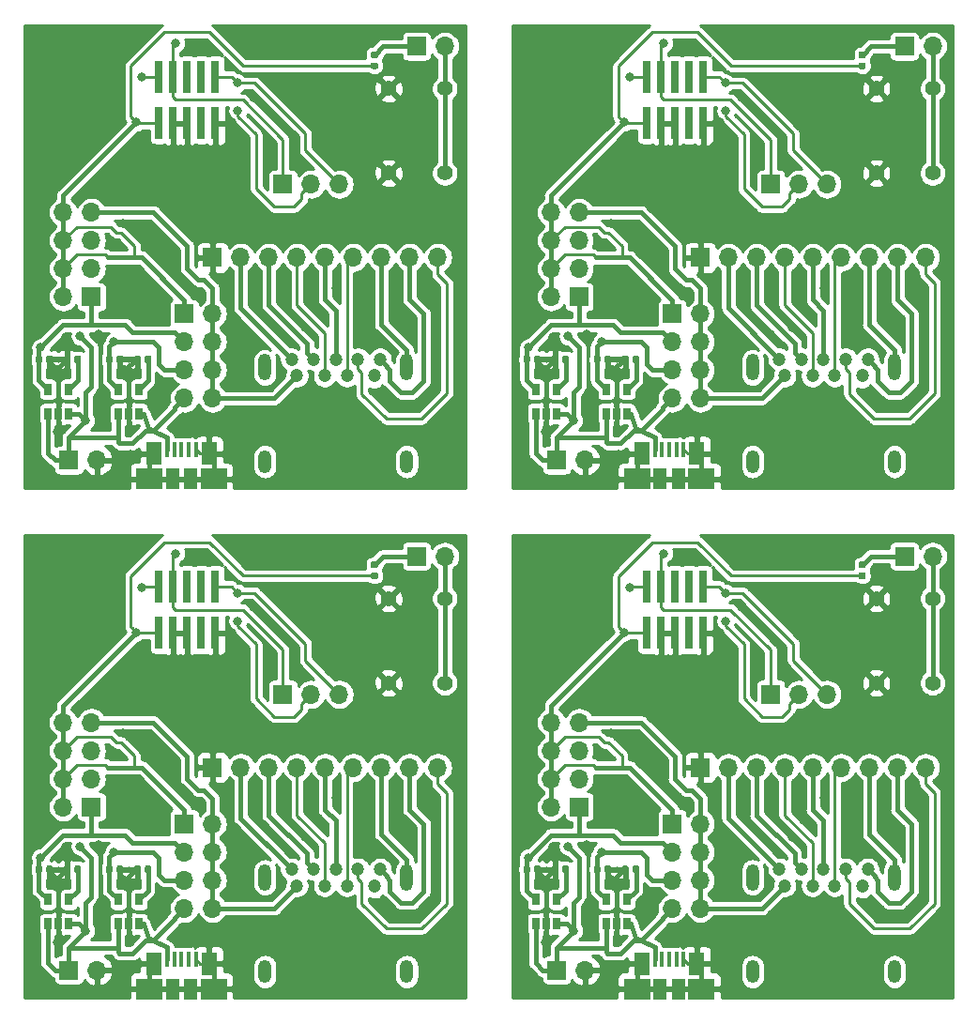
<source format=gtl>
G04 #@! TF.GenerationSoftware,KiCad,Pcbnew,5.0.2-bee76a0~70~ubuntu18.04.1*
G04 #@! TF.CreationDate,2019-02-02T15:45:17-08:00*
G04 #@! TF.ProjectId,programing_adapter,70726f67-7261-46d6-996e-675f61646170,rev?*
G04 #@! TF.SameCoordinates,Original*
G04 #@! TF.FileFunction,Copper,L1,Top*
G04 #@! TF.FilePolarity,Positive*
%FSLAX46Y46*%
G04 Gerber Fmt 4.6, Leading zero omitted, Abs format (unit mm)*
G04 Created by KiCad (PCBNEW 5.0.2-bee76a0~70~ubuntu18.04.1) date Sat 02 Feb 2019 03:45:17 PM PST*
%MOMM*%
%LPD*%
G01*
G04 APERTURE LIST*
G04 #@! TA.AperFunction,Conductor*
%ADD10C,0.020000*%
G04 #@! TD*
G04 #@! TA.AperFunction,SMDPad,CuDef*
%ADD11C,0.590000*%
G04 #@! TD*
G04 #@! TA.AperFunction,SMDPad,CuDef*
%ADD12R,0.762000X2.921000*%
G04 #@! TD*
G04 #@! TA.AperFunction,SMDPad,CuDef*
%ADD13R,0.650000X1.060000*%
G04 #@! TD*
G04 #@! TA.AperFunction,ComponentPad*
%ADD14O,1.700000X1.700000*%
G04 #@! TD*
G04 #@! TA.AperFunction,ComponentPad*
%ADD15R,1.700000X1.700000*%
G04 #@! TD*
G04 #@! TA.AperFunction,ComponentPad*
%ADD16O,1.200000X2.100000*%
G04 #@! TD*
G04 #@! TA.AperFunction,ComponentPad*
%ADD17O,1.200000X2.400000*%
G04 #@! TD*
G04 #@! TA.AperFunction,ComponentPad*
%ADD18C,1.200000*%
G04 #@! TD*
G04 #@! TA.AperFunction,SMDPad,CuDef*
%ADD19R,1.175000X1.900000*%
G04 #@! TD*
G04 #@! TA.AperFunction,SMDPad,CuDef*
%ADD20R,2.375000X1.900000*%
G04 #@! TD*
G04 #@! TA.AperFunction,SMDPad,CuDef*
%ADD21R,1.475000X2.100000*%
G04 #@! TD*
G04 #@! TA.AperFunction,SMDPad,CuDef*
%ADD22R,0.450000X1.380000*%
G04 #@! TD*
G04 #@! TA.AperFunction,ComponentPad*
%ADD23C,1.397000*%
G04 #@! TD*
G04 #@! TA.AperFunction,ViaPad*
%ADD24C,0.800000*%
G04 #@! TD*
G04 #@! TA.AperFunction,Conductor*
%ADD25C,0.400000*%
G04 #@! TD*
G04 #@! TA.AperFunction,Conductor*
%ADD26C,0.250000*%
G04 #@! TD*
G04 #@! TA.AperFunction,Conductor*
%ADD27C,0.254000*%
G04 #@! TD*
G04 APERTURE END LIST*
D10*
G04 #@! TO.N,Net-(J5-Pad1)*
G04 #@! TO.C,R1*
G36*
X131261958Y-86700710D02*
X131276276Y-86702834D01*
X131290317Y-86706351D01*
X131303946Y-86711228D01*
X131317031Y-86717417D01*
X131329447Y-86724858D01*
X131341073Y-86733481D01*
X131351798Y-86743202D01*
X131361519Y-86753927D01*
X131370142Y-86765553D01*
X131377583Y-86777969D01*
X131383772Y-86791054D01*
X131388649Y-86804683D01*
X131392166Y-86818724D01*
X131394290Y-86833042D01*
X131395000Y-86847500D01*
X131395000Y-87142500D01*
X131394290Y-87156958D01*
X131392166Y-87171276D01*
X131388649Y-87185317D01*
X131383772Y-87198946D01*
X131377583Y-87212031D01*
X131370142Y-87224447D01*
X131361519Y-87236073D01*
X131351798Y-87246798D01*
X131341073Y-87256519D01*
X131329447Y-87265142D01*
X131317031Y-87272583D01*
X131303946Y-87278772D01*
X131290317Y-87283649D01*
X131276276Y-87287166D01*
X131261958Y-87289290D01*
X131247500Y-87290000D01*
X130902500Y-87290000D01*
X130888042Y-87289290D01*
X130873724Y-87287166D01*
X130859683Y-87283649D01*
X130846054Y-87278772D01*
X130832969Y-87272583D01*
X130820553Y-87265142D01*
X130808927Y-87256519D01*
X130798202Y-87246798D01*
X130788481Y-87236073D01*
X130779858Y-87224447D01*
X130772417Y-87212031D01*
X130766228Y-87198946D01*
X130761351Y-87185317D01*
X130757834Y-87171276D01*
X130755710Y-87156958D01*
X130755000Y-87142500D01*
X130755000Y-86847500D01*
X130755710Y-86833042D01*
X130757834Y-86818724D01*
X130761351Y-86804683D01*
X130766228Y-86791054D01*
X130772417Y-86777969D01*
X130779858Y-86765553D01*
X130788481Y-86753927D01*
X130798202Y-86743202D01*
X130808927Y-86733481D01*
X130820553Y-86724858D01*
X130832969Y-86717417D01*
X130846054Y-86711228D01*
X130859683Y-86706351D01*
X130873724Y-86702834D01*
X130888042Y-86700710D01*
X130902500Y-86700000D01*
X131247500Y-86700000D01*
X131261958Y-86700710D01*
X131261958Y-86700710D01*
G37*
D11*
G04 #@! TD*
G04 #@! TO.P,R1,2*
G04 #@! TO.N,Net-(J5-Pad1)*
X131075000Y-86995000D03*
D10*
G04 #@! TO.N,/VProg*
G04 #@! TO.C,R1*
G36*
X131261958Y-87670710D02*
X131276276Y-87672834D01*
X131290317Y-87676351D01*
X131303946Y-87681228D01*
X131317031Y-87687417D01*
X131329447Y-87694858D01*
X131341073Y-87703481D01*
X131351798Y-87713202D01*
X131361519Y-87723927D01*
X131370142Y-87735553D01*
X131377583Y-87747969D01*
X131383772Y-87761054D01*
X131388649Y-87774683D01*
X131392166Y-87788724D01*
X131394290Y-87803042D01*
X131395000Y-87817500D01*
X131395000Y-88112500D01*
X131394290Y-88126958D01*
X131392166Y-88141276D01*
X131388649Y-88155317D01*
X131383772Y-88168946D01*
X131377583Y-88182031D01*
X131370142Y-88194447D01*
X131361519Y-88206073D01*
X131351798Y-88216798D01*
X131341073Y-88226519D01*
X131329447Y-88235142D01*
X131317031Y-88242583D01*
X131303946Y-88248772D01*
X131290317Y-88253649D01*
X131276276Y-88257166D01*
X131261958Y-88259290D01*
X131247500Y-88260000D01*
X130902500Y-88260000D01*
X130888042Y-88259290D01*
X130873724Y-88257166D01*
X130859683Y-88253649D01*
X130846054Y-88248772D01*
X130832969Y-88242583D01*
X130820553Y-88235142D01*
X130808927Y-88226519D01*
X130798202Y-88216798D01*
X130788481Y-88206073D01*
X130779858Y-88194447D01*
X130772417Y-88182031D01*
X130766228Y-88168946D01*
X130761351Y-88155317D01*
X130757834Y-88141276D01*
X130755710Y-88126958D01*
X130755000Y-88112500D01*
X130755000Y-87817500D01*
X130755710Y-87803042D01*
X130757834Y-87788724D01*
X130761351Y-87774683D01*
X130766228Y-87761054D01*
X130772417Y-87747969D01*
X130779858Y-87735553D01*
X130788481Y-87723927D01*
X130798202Y-87713202D01*
X130808927Y-87703481D01*
X130820553Y-87694858D01*
X130832969Y-87687417D01*
X130846054Y-87681228D01*
X130859683Y-87676351D01*
X130873724Y-87672834D01*
X130888042Y-87670710D01*
X130902500Y-87670000D01*
X131247500Y-87670000D01*
X131261958Y-87670710D01*
X131261958Y-87670710D01*
G37*
D11*
G04 #@! TD*
G04 #@! TO.P,R1,1*
G04 #@! TO.N,/VProg*
X131075000Y-87965000D03*
D10*
G04 #@! TO.N,Net-(J5-Pad1)*
G04 #@! TO.C,R1*
G36*
X87261958Y-86700710D02*
X87276276Y-86702834D01*
X87290317Y-86706351D01*
X87303946Y-86711228D01*
X87317031Y-86717417D01*
X87329447Y-86724858D01*
X87341073Y-86733481D01*
X87351798Y-86743202D01*
X87361519Y-86753927D01*
X87370142Y-86765553D01*
X87377583Y-86777969D01*
X87383772Y-86791054D01*
X87388649Y-86804683D01*
X87392166Y-86818724D01*
X87394290Y-86833042D01*
X87395000Y-86847500D01*
X87395000Y-87142500D01*
X87394290Y-87156958D01*
X87392166Y-87171276D01*
X87388649Y-87185317D01*
X87383772Y-87198946D01*
X87377583Y-87212031D01*
X87370142Y-87224447D01*
X87361519Y-87236073D01*
X87351798Y-87246798D01*
X87341073Y-87256519D01*
X87329447Y-87265142D01*
X87317031Y-87272583D01*
X87303946Y-87278772D01*
X87290317Y-87283649D01*
X87276276Y-87287166D01*
X87261958Y-87289290D01*
X87247500Y-87290000D01*
X86902500Y-87290000D01*
X86888042Y-87289290D01*
X86873724Y-87287166D01*
X86859683Y-87283649D01*
X86846054Y-87278772D01*
X86832969Y-87272583D01*
X86820553Y-87265142D01*
X86808927Y-87256519D01*
X86798202Y-87246798D01*
X86788481Y-87236073D01*
X86779858Y-87224447D01*
X86772417Y-87212031D01*
X86766228Y-87198946D01*
X86761351Y-87185317D01*
X86757834Y-87171276D01*
X86755710Y-87156958D01*
X86755000Y-87142500D01*
X86755000Y-86847500D01*
X86755710Y-86833042D01*
X86757834Y-86818724D01*
X86761351Y-86804683D01*
X86766228Y-86791054D01*
X86772417Y-86777969D01*
X86779858Y-86765553D01*
X86788481Y-86753927D01*
X86798202Y-86743202D01*
X86808927Y-86733481D01*
X86820553Y-86724858D01*
X86832969Y-86717417D01*
X86846054Y-86711228D01*
X86859683Y-86706351D01*
X86873724Y-86702834D01*
X86888042Y-86700710D01*
X86902500Y-86700000D01*
X87247500Y-86700000D01*
X87261958Y-86700710D01*
X87261958Y-86700710D01*
G37*
D11*
G04 #@! TD*
G04 #@! TO.P,R1,2*
G04 #@! TO.N,Net-(J5-Pad1)*
X87075000Y-86995000D03*
D10*
G04 #@! TO.N,/VProg*
G04 #@! TO.C,R1*
G36*
X87261958Y-87670710D02*
X87276276Y-87672834D01*
X87290317Y-87676351D01*
X87303946Y-87681228D01*
X87317031Y-87687417D01*
X87329447Y-87694858D01*
X87341073Y-87703481D01*
X87351798Y-87713202D01*
X87361519Y-87723927D01*
X87370142Y-87735553D01*
X87377583Y-87747969D01*
X87383772Y-87761054D01*
X87388649Y-87774683D01*
X87392166Y-87788724D01*
X87394290Y-87803042D01*
X87395000Y-87817500D01*
X87395000Y-88112500D01*
X87394290Y-88126958D01*
X87392166Y-88141276D01*
X87388649Y-88155317D01*
X87383772Y-88168946D01*
X87377583Y-88182031D01*
X87370142Y-88194447D01*
X87361519Y-88206073D01*
X87351798Y-88216798D01*
X87341073Y-88226519D01*
X87329447Y-88235142D01*
X87317031Y-88242583D01*
X87303946Y-88248772D01*
X87290317Y-88253649D01*
X87276276Y-88257166D01*
X87261958Y-88259290D01*
X87247500Y-88260000D01*
X86902500Y-88260000D01*
X86888042Y-88259290D01*
X86873724Y-88257166D01*
X86859683Y-88253649D01*
X86846054Y-88248772D01*
X86832969Y-88242583D01*
X86820553Y-88235142D01*
X86808927Y-88226519D01*
X86798202Y-88216798D01*
X86788481Y-88206073D01*
X86779858Y-88194447D01*
X86772417Y-88182031D01*
X86766228Y-88168946D01*
X86761351Y-88155317D01*
X86757834Y-88141276D01*
X86755710Y-88126958D01*
X86755000Y-88112500D01*
X86755000Y-87817500D01*
X86755710Y-87803042D01*
X86757834Y-87788724D01*
X86761351Y-87774683D01*
X86766228Y-87761054D01*
X86772417Y-87747969D01*
X86779858Y-87735553D01*
X86788481Y-87723927D01*
X86798202Y-87713202D01*
X86808927Y-87703481D01*
X86820553Y-87694858D01*
X86832969Y-87687417D01*
X86846054Y-87681228D01*
X86859683Y-87676351D01*
X86873724Y-87672834D01*
X86888042Y-87670710D01*
X86902500Y-87670000D01*
X87247500Y-87670000D01*
X87261958Y-87670710D01*
X87261958Y-87670710D01*
G37*
D11*
G04 #@! TD*
G04 #@! TO.P,R1,1*
G04 #@! TO.N,/VProg*
X87075000Y-87965000D03*
D10*
G04 #@! TO.N,Net-(J5-Pad1)*
G04 #@! TO.C,R1*
G36*
X131261958Y-40700710D02*
X131276276Y-40702834D01*
X131290317Y-40706351D01*
X131303946Y-40711228D01*
X131317031Y-40717417D01*
X131329447Y-40724858D01*
X131341073Y-40733481D01*
X131351798Y-40743202D01*
X131361519Y-40753927D01*
X131370142Y-40765553D01*
X131377583Y-40777969D01*
X131383772Y-40791054D01*
X131388649Y-40804683D01*
X131392166Y-40818724D01*
X131394290Y-40833042D01*
X131395000Y-40847500D01*
X131395000Y-41142500D01*
X131394290Y-41156958D01*
X131392166Y-41171276D01*
X131388649Y-41185317D01*
X131383772Y-41198946D01*
X131377583Y-41212031D01*
X131370142Y-41224447D01*
X131361519Y-41236073D01*
X131351798Y-41246798D01*
X131341073Y-41256519D01*
X131329447Y-41265142D01*
X131317031Y-41272583D01*
X131303946Y-41278772D01*
X131290317Y-41283649D01*
X131276276Y-41287166D01*
X131261958Y-41289290D01*
X131247500Y-41290000D01*
X130902500Y-41290000D01*
X130888042Y-41289290D01*
X130873724Y-41287166D01*
X130859683Y-41283649D01*
X130846054Y-41278772D01*
X130832969Y-41272583D01*
X130820553Y-41265142D01*
X130808927Y-41256519D01*
X130798202Y-41246798D01*
X130788481Y-41236073D01*
X130779858Y-41224447D01*
X130772417Y-41212031D01*
X130766228Y-41198946D01*
X130761351Y-41185317D01*
X130757834Y-41171276D01*
X130755710Y-41156958D01*
X130755000Y-41142500D01*
X130755000Y-40847500D01*
X130755710Y-40833042D01*
X130757834Y-40818724D01*
X130761351Y-40804683D01*
X130766228Y-40791054D01*
X130772417Y-40777969D01*
X130779858Y-40765553D01*
X130788481Y-40753927D01*
X130798202Y-40743202D01*
X130808927Y-40733481D01*
X130820553Y-40724858D01*
X130832969Y-40717417D01*
X130846054Y-40711228D01*
X130859683Y-40706351D01*
X130873724Y-40702834D01*
X130888042Y-40700710D01*
X130902500Y-40700000D01*
X131247500Y-40700000D01*
X131261958Y-40700710D01*
X131261958Y-40700710D01*
G37*
D11*
G04 #@! TD*
G04 #@! TO.P,R1,2*
G04 #@! TO.N,Net-(J5-Pad1)*
X131075000Y-40995000D03*
D10*
G04 #@! TO.N,/VProg*
G04 #@! TO.C,R1*
G36*
X131261958Y-41670710D02*
X131276276Y-41672834D01*
X131290317Y-41676351D01*
X131303946Y-41681228D01*
X131317031Y-41687417D01*
X131329447Y-41694858D01*
X131341073Y-41703481D01*
X131351798Y-41713202D01*
X131361519Y-41723927D01*
X131370142Y-41735553D01*
X131377583Y-41747969D01*
X131383772Y-41761054D01*
X131388649Y-41774683D01*
X131392166Y-41788724D01*
X131394290Y-41803042D01*
X131395000Y-41817500D01*
X131395000Y-42112500D01*
X131394290Y-42126958D01*
X131392166Y-42141276D01*
X131388649Y-42155317D01*
X131383772Y-42168946D01*
X131377583Y-42182031D01*
X131370142Y-42194447D01*
X131361519Y-42206073D01*
X131351798Y-42216798D01*
X131341073Y-42226519D01*
X131329447Y-42235142D01*
X131317031Y-42242583D01*
X131303946Y-42248772D01*
X131290317Y-42253649D01*
X131276276Y-42257166D01*
X131261958Y-42259290D01*
X131247500Y-42260000D01*
X130902500Y-42260000D01*
X130888042Y-42259290D01*
X130873724Y-42257166D01*
X130859683Y-42253649D01*
X130846054Y-42248772D01*
X130832969Y-42242583D01*
X130820553Y-42235142D01*
X130808927Y-42226519D01*
X130798202Y-42216798D01*
X130788481Y-42206073D01*
X130779858Y-42194447D01*
X130772417Y-42182031D01*
X130766228Y-42168946D01*
X130761351Y-42155317D01*
X130757834Y-42141276D01*
X130755710Y-42126958D01*
X130755000Y-42112500D01*
X130755000Y-41817500D01*
X130755710Y-41803042D01*
X130757834Y-41788724D01*
X130761351Y-41774683D01*
X130766228Y-41761054D01*
X130772417Y-41747969D01*
X130779858Y-41735553D01*
X130788481Y-41723927D01*
X130798202Y-41713202D01*
X130808927Y-41703481D01*
X130820553Y-41694858D01*
X130832969Y-41687417D01*
X130846054Y-41681228D01*
X130859683Y-41676351D01*
X130873724Y-41672834D01*
X130888042Y-41670710D01*
X130902500Y-41670000D01*
X131247500Y-41670000D01*
X131261958Y-41670710D01*
X131261958Y-41670710D01*
G37*
D11*
G04 #@! TD*
G04 #@! TO.P,R1,1*
G04 #@! TO.N,/VProg*
X131075000Y-41965000D03*
D12*
G04 #@! TO.P,J1,7*
G04 #@! TO.N,N/C*
X115454000Y-93131500D03*
G04 #@! TO.P,J1,9*
G04 #@! TO.N,GND*
X116724000Y-93131500D03*
G04 #@! TO.P,J1,5*
X114184000Y-93131500D03*
G04 #@! TO.P,J1,3*
X112914000Y-93131500D03*
G04 #@! TO.P,J1,1*
G04 #@! TO.N,/VProg*
X111644000Y-93131500D03*
G04 #@! TO.P,J1,10*
G04 #@! TO.N,/Reset*
X116724000Y-88940500D03*
G04 #@! TO.P,J1,8*
G04 #@! TO.N,N/C*
X115454000Y-88940500D03*
G04 #@! TO.P,J1,6*
X114184000Y-88940500D03*
G04 #@! TO.P,J1,4*
G04 #@! TO.N,/SWDCLK*
X112914000Y-88940500D03*
G04 #@! TO.P,J1,2*
G04 #@! TO.N,/SWDIO*
X111644000Y-88940500D03*
G04 #@! TD*
G04 #@! TO.P,J1,7*
G04 #@! TO.N,N/C*
X71454000Y-93131500D03*
G04 #@! TO.P,J1,9*
G04 #@! TO.N,GND*
X72724000Y-93131500D03*
G04 #@! TO.P,J1,5*
X70184000Y-93131500D03*
G04 #@! TO.P,J1,3*
X68914000Y-93131500D03*
G04 #@! TO.P,J1,1*
G04 #@! TO.N,/VProg*
X67644000Y-93131500D03*
G04 #@! TO.P,J1,10*
G04 #@! TO.N,/Reset*
X72724000Y-88940500D03*
G04 #@! TO.P,J1,8*
G04 #@! TO.N,N/C*
X71454000Y-88940500D03*
G04 #@! TO.P,J1,6*
X70184000Y-88940500D03*
G04 #@! TO.P,J1,4*
G04 #@! TO.N,/SWDCLK*
X68914000Y-88940500D03*
G04 #@! TO.P,J1,2*
G04 #@! TO.N,/SWDIO*
X67644000Y-88940500D03*
G04 #@! TD*
G04 #@! TO.P,J1,7*
G04 #@! TO.N,N/C*
X115454000Y-47131500D03*
G04 #@! TO.P,J1,9*
G04 #@! TO.N,GND*
X116724000Y-47131500D03*
G04 #@! TO.P,J1,5*
X114184000Y-47131500D03*
G04 #@! TO.P,J1,3*
X112914000Y-47131500D03*
G04 #@! TO.P,J1,1*
G04 #@! TO.N,/VProg*
X111644000Y-47131500D03*
G04 #@! TO.P,J1,10*
G04 #@! TO.N,/Reset*
X116724000Y-42940500D03*
G04 #@! TO.P,J1,8*
G04 #@! TO.N,N/C*
X115454000Y-42940500D03*
G04 #@! TO.P,J1,6*
X114184000Y-42940500D03*
G04 #@! TO.P,J1,4*
G04 #@! TO.N,/SWDCLK*
X112914000Y-42940500D03*
G04 #@! TO.P,J1,2*
G04 #@! TO.N,/SWDIO*
X111644000Y-42940500D03*
G04 #@! TD*
D13*
G04 #@! TO.P,U1,1*
G04 #@! TO.N,+5V*
X107959624Y-119359202D03*
G04 #@! TO.P,U1,2*
G04 #@! TO.N,GND*
X108909624Y-119359202D03*
G04 #@! TO.P,U1,3*
G04 #@! TO.N,+5V*
X109859624Y-119359202D03*
G04 #@! TO.P,U1,4*
G04 #@! TO.N,Net-(C1-Pad1)*
X109859624Y-117159202D03*
G04 #@! TO.P,U1,5*
G04 #@! TO.N,+3V3*
X107959624Y-117159202D03*
G04 #@! TD*
G04 #@! TO.P,U1,1*
G04 #@! TO.N,+5V*
X63959624Y-119359202D03*
G04 #@! TO.P,U1,2*
G04 #@! TO.N,GND*
X64909624Y-119359202D03*
G04 #@! TO.P,U1,3*
G04 #@! TO.N,+5V*
X65859624Y-119359202D03*
G04 #@! TO.P,U1,4*
G04 #@! TO.N,Net-(C1-Pad1)*
X65859624Y-117159202D03*
G04 #@! TO.P,U1,5*
G04 #@! TO.N,+3V3*
X63959624Y-117159202D03*
G04 #@! TD*
G04 #@! TO.P,U1,1*
G04 #@! TO.N,+5V*
X107959624Y-73359202D03*
G04 #@! TO.P,U1,2*
G04 #@! TO.N,GND*
X108909624Y-73359202D03*
G04 #@! TO.P,U1,3*
G04 #@! TO.N,+5V*
X109859624Y-73359202D03*
G04 #@! TO.P,U1,4*
G04 #@! TO.N,Net-(C1-Pad1)*
X109859624Y-71159202D03*
G04 #@! TO.P,U1,5*
G04 #@! TO.N,+3V3*
X107959624Y-71159202D03*
G04 #@! TD*
D10*
G04 #@! TO.N,GND*
G04 #@! TO.C,C4*
G36*
X101936582Y-114129912D02*
X101950900Y-114132036D01*
X101964941Y-114135553D01*
X101978570Y-114140430D01*
X101991655Y-114146619D01*
X102004071Y-114154060D01*
X102015697Y-114162683D01*
X102026422Y-114172404D01*
X102036143Y-114183129D01*
X102044766Y-114194755D01*
X102052207Y-114207171D01*
X102058396Y-114220256D01*
X102063273Y-114233885D01*
X102066790Y-114247926D01*
X102068914Y-114262244D01*
X102069624Y-114276702D01*
X102069624Y-114621702D01*
X102068914Y-114636160D01*
X102066790Y-114650478D01*
X102063273Y-114664519D01*
X102058396Y-114678148D01*
X102052207Y-114691233D01*
X102044766Y-114703649D01*
X102036143Y-114715275D01*
X102026422Y-114726000D01*
X102015697Y-114735721D01*
X102004071Y-114744344D01*
X101991655Y-114751785D01*
X101978570Y-114757974D01*
X101964941Y-114762851D01*
X101950900Y-114766368D01*
X101936582Y-114768492D01*
X101922124Y-114769202D01*
X101627124Y-114769202D01*
X101612666Y-114768492D01*
X101598348Y-114766368D01*
X101584307Y-114762851D01*
X101570678Y-114757974D01*
X101557593Y-114751785D01*
X101545177Y-114744344D01*
X101533551Y-114735721D01*
X101522826Y-114726000D01*
X101513105Y-114715275D01*
X101504482Y-114703649D01*
X101497041Y-114691233D01*
X101490852Y-114678148D01*
X101485975Y-114664519D01*
X101482458Y-114650478D01*
X101480334Y-114636160D01*
X101479624Y-114621702D01*
X101479624Y-114276702D01*
X101480334Y-114262244D01*
X101482458Y-114247926D01*
X101485975Y-114233885D01*
X101490852Y-114220256D01*
X101497041Y-114207171D01*
X101504482Y-114194755D01*
X101513105Y-114183129D01*
X101522826Y-114172404D01*
X101533551Y-114162683D01*
X101545177Y-114154060D01*
X101557593Y-114146619D01*
X101570678Y-114140430D01*
X101584307Y-114135553D01*
X101598348Y-114132036D01*
X101612666Y-114129912D01*
X101627124Y-114129202D01*
X101922124Y-114129202D01*
X101936582Y-114129912D01*
X101936582Y-114129912D01*
G37*
D11*
G04 #@! TD*
G04 #@! TO.P,C4,2*
G04 #@! TO.N,GND*
X101774624Y-114449202D03*
D10*
G04 #@! TO.N,+1V8*
G04 #@! TO.C,C4*
G36*
X100966582Y-114129912D02*
X100980900Y-114132036D01*
X100994941Y-114135553D01*
X101008570Y-114140430D01*
X101021655Y-114146619D01*
X101034071Y-114154060D01*
X101045697Y-114162683D01*
X101056422Y-114172404D01*
X101066143Y-114183129D01*
X101074766Y-114194755D01*
X101082207Y-114207171D01*
X101088396Y-114220256D01*
X101093273Y-114233885D01*
X101096790Y-114247926D01*
X101098914Y-114262244D01*
X101099624Y-114276702D01*
X101099624Y-114621702D01*
X101098914Y-114636160D01*
X101096790Y-114650478D01*
X101093273Y-114664519D01*
X101088396Y-114678148D01*
X101082207Y-114691233D01*
X101074766Y-114703649D01*
X101066143Y-114715275D01*
X101056422Y-114726000D01*
X101045697Y-114735721D01*
X101034071Y-114744344D01*
X101021655Y-114751785D01*
X101008570Y-114757974D01*
X100994941Y-114762851D01*
X100980900Y-114766368D01*
X100966582Y-114768492D01*
X100952124Y-114769202D01*
X100657124Y-114769202D01*
X100642666Y-114768492D01*
X100628348Y-114766368D01*
X100614307Y-114762851D01*
X100600678Y-114757974D01*
X100587593Y-114751785D01*
X100575177Y-114744344D01*
X100563551Y-114735721D01*
X100552826Y-114726000D01*
X100543105Y-114715275D01*
X100534482Y-114703649D01*
X100527041Y-114691233D01*
X100520852Y-114678148D01*
X100515975Y-114664519D01*
X100512458Y-114650478D01*
X100510334Y-114636160D01*
X100509624Y-114621702D01*
X100509624Y-114276702D01*
X100510334Y-114262244D01*
X100512458Y-114247926D01*
X100515975Y-114233885D01*
X100520852Y-114220256D01*
X100527041Y-114207171D01*
X100534482Y-114194755D01*
X100543105Y-114183129D01*
X100552826Y-114172404D01*
X100563551Y-114162683D01*
X100575177Y-114154060D01*
X100587593Y-114146619D01*
X100600678Y-114140430D01*
X100614307Y-114135553D01*
X100628348Y-114132036D01*
X100642666Y-114129912D01*
X100657124Y-114129202D01*
X100952124Y-114129202D01*
X100966582Y-114129912D01*
X100966582Y-114129912D01*
G37*
D11*
G04 #@! TD*
G04 #@! TO.P,C4,1*
G04 #@! TO.N,+1V8*
X100804624Y-114449202D03*
D10*
G04 #@! TO.N,GND*
G04 #@! TO.C,C4*
G36*
X57936582Y-114129912D02*
X57950900Y-114132036D01*
X57964941Y-114135553D01*
X57978570Y-114140430D01*
X57991655Y-114146619D01*
X58004071Y-114154060D01*
X58015697Y-114162683D01*
X58026422Y-114172404D01*
X58036143Y-114183129D01*
X58044766Y-114194755D01*
X58052207Y-114207171D01*
X58058396Y-114220256D01*
X58063273Y-114233885D01*
X58066790Y-114247926D01*
X58068914Y-114262244D01*
X58069624Y-114276702D01*
X58069624Y-114621702D01*
X58068914Y-114636160D01*
X58066790Y-114650478D01*
X58063273Y-114664519D01*
X58058396Y-114678148D01*
X58052207Y-114691233D01*
X58044766Y-114703649D01*
X58036143Y-114715275D01*
X58026422Y-114726000D01*
X58015697Y-114735721D01*
X58004071Y-114744344D01*
X57991655Y-114751785D01*
X57978570Y-114757974D01*
X57964941Y-114762851D01*
X57950900Y-114766368D01*
X57936582Y-114768492D01*
X57922124Y-114769202D01*
X57627124Y-114769202D01*
X57612666Y-114768492D01*
X57598348Y-114766368D01*
X57584307Y-114762851D01*
X57570678Y-114757974D01*
X57557593Y-114751785D01*
X57545177Y-114744344D01*
X57533551Y-114735721D01*
X57522826Y-114726000D01*
X57513105Y-114715275D01*
X57504482Y-114703649D01*
X57497041Y-114691233D01*
X57490852Y-114678148D01*
X57485975Y-114664519D01*
X57482458Y-114650478D01*
X57480334Y-114636160D01*
X57479624Y-114621702D01*
X57479624Y-114276702D01*
X57480334Y-114262244D01*
X57482458Y-114247926D01*
X57485975Y-114233885D01*
X57490852Y-114220256D01*
X57497041Y-114207171D01*
X57504482Y-114194755D01*
X57513105Y-114183129D01*
X57522826Y-114172404D01*
X57533551Y-114162683D01*
X57545177Y-114154060D01*
X57557593Y-114146619D01*
X57570678Y-114140430D01*
X57584307Y-114135553D01*
X57598348Y-114132036D01*
X57612666Y-114129912D01*
X57627124Y-114129202D01*
X57922124Y-114129202D01*
X57936582Y-114129912D01*
X57936582Y-114129912D01*
G37*
D11*
G04 #@! TD*
G04 #@! TO.P,C4,2*
G04 #@! TO.N,GND*
X57774624Y-114449202D03*
D10*
G04 #@! TO.N,+1V8*
G04 #@! TO.C,C4*
G36*
X56966582Y-114129912D02*
X56980900Y-114132036D01*
X56994941Y-114135553D01*
X57008570Y-114140430D01*
X57021655Y-114146619D01*
X57034071Y-114154060D01*
X57045697Y-114162683D01*
X57056422Y-114172404D01*
X57066143Y-114183129D01*
X57074766Y-114194755D01*
X57082207Y-114207171D01*
X57088396Y-114220256D01*
X57093273Y-114233885D01*
X57096790Y-114247926D01*
X57098914Y-114262244D01*
X57099624Y-114276702D01*
X57099624Y-114621702D01*
X57098914Y-114636160D01*
X57096790Y-114650478D01*
X57093273Y-114664519D01*
X57088396Y-114678148D01*
X57082207Y-114691233D01*
X57074766Y-114703649D01*
X57066143Y-114715275D01*
X57056422Y-114726000D01*
X57045697Y-114735721D01*
X57034071Y-114744344D01*
X57021655Y-114751785D01*
X57008570Y-114757974D01*
X56994941Y-114762851D01*
X56980900Y-114766368D01*
X56966582Y-114768492D01*
X56952124Y-114769202D01*
X56657124Y-114769202D01*
X56642666Y-114768492D01*
X56628348Y-114766368D01*
X56614307Y-114762851D01*
X56600678Y-114757974D01*
X56587593Y-114751785D01*
X56575177Y-114744344D01*
X56563551Y-114735721D01*
X56552826Y-114726000D01*
X56543105Y-114715275D01*
X56534482Y-114703649D01*
X56527041Y-114691233D01*
X56520852Y-114678148D01*
X56515975Y-114664519D01*
X56512458Y-114650478D01*
X56510334Y-114636160D01*
X56509624Y-114621702D01*
X56509624Y-114276702D01*
X56510334Y-114262244D01*
X56512458Y-114247926D01*
X56515975Y-114233885D01*
X56520852Y-114220256D01*
X56527041Y-114207171D01*
X56534482Y-114194755D01*
X56543105Y-114183129D01*
X56552826Y-114172404D01*
X56563551Y-114162683D01*
X56575177Y-114154060D01*
X56587593Y-114146619D01*
X56600678Y-114140430D01*
X56614307Y-114135553D01*
X56628348Y-114132036D01*
X56642666Y-114129912D01*
X56657124Y-114129202D01*
X56952124Y-114129202D01*
X56966582Y-114129912D01*
X56966582Y-114129912D01*
G37*
D11*
G04 #@! TD*
G04 #@! TO.P,C4,1*
G04 #@! TO.N,+1V8*
X56804624Y-114449202D03*
D10*
G04 #@! TO.N,GND*
G04 #@! TO.C,C4*
G36*
X101936582Y-68129912D02*
X101950900Y-68132036D01*
X101964941Y-68135553D01*
X101978570Y-68140430D01*
X101991655Y-68146619D01*
X102004071Y-68154060D01*
X102015697Y-68162683D01*
X102026422Y-68172404D01*
X102036143Y-68183129D01*
X102044766Y-68194755D01*
X102052207Y-68207171D01*
X102058396Y-68220256D01*
X102063273Y-68233885D01*
X102066790Y-68247926D01*
X102068914Y-68262244D01*
X102069624Y-68276702D01*
X102069624Y-68621702D01*
X102068914Y-68636160D01*
X102066790Y-68650478D01*
X102063273Y-68664519D01*
X102058396Y-68678148D01*
X102052207Y-68691233D01*
X102044766Y-68703649D01*
X102036143Y-68715275D01*
X102026422Y-68726000D01*
X102015697Y-68735721D01*
X102004071Y-68744344D01*
X101991655Y-68751785D01*
X101978570Y-68757974D01*
X101964941Y-68762851D01*
X101950900Y-68766368D01*
X101936582Y-68768492D01*
X101922124Y-68769202D01*
X101627124Y-68769202D01*
X101612666Y-68768492D01*
X101598348Y-68766368D01*
X101584307Y-68762851D01*
X101570678Y-68757974D01*
X101557593Y-68751785D01*
X101545177Y-68744344D01*
X101533551Y-68735721D01*
X101522826Y-68726000D01*
X101513105Y-68715275D01*
X101504482Y-68703649D01*
X101497041Y-68691233D01*
X101490852Y-68678148D01*
X101485975Y-68664519D01*
X101482458Y-68650478D01*
X101480334Y-68636160D01*
X101479624Y-68621702D01*
X101479624Y-68276702D01*
X101480334Y-68262244D01*
X101482458Y-68247926D01*
X101485975Y-68233885D01*
X101490852Y-68220256D01*
X101497041Y-68207171D01*
X101504482Y-68194755D01*
X101513105Y-68183129D01*
X101522826Y-68172404D01*
X101533551Y-68162683D01*
X101545177Y-68154060D01*
X101557593Y-68146619D01*
X101570678Y-68140430D01*
X101584307Y-68135553D01*
X101598348Y-68132036D01*
X101612666Y-68129912D01*
X101627124Y-68129202D01*
X101922124Y-68129202D01*
X101936582Y-68129912D01*
X101936582Y-68129912D01*
G37*
D11*
G04 #@! TD*
G04 #@! TO.P,C4,2*
G04 #@! TO.N,GND*
X101774624Y-68449202D03*
D10*
G04 #@! TO.N,+1V8*
G04 #@! TO.C,C4*
G36*
X100966582Y-68129912D02*
X100980900Y-68132036D01*
X100994941Y-68135553D01*
X101008570Y-68140430D01*
X101021655Y-68146619D01*
X101034071Y-68154060D01*
X101045697Y-68162683D01*
X101056422Y-68172404D01*
X101066143Y-68183129D01*
X101074766Y-68194755D01*
X101082207Y-68207171D01*
X101088396Y-68220256D01*
X101093273Y-68233885D01*
X101096790Y-68247926D01*
X101098914Y-68262244D01*
X101099624Y-68276702D01*
X101099624Y-68621702D01*
X101098914Y-68636160D01*
X101096790Y-68650478D01*
X101093273Y-68664519D01*
X101088396Y-68678148D01*
X101082207Y-68691233D01*
X101074766Y-68703649D01*
X101066143Y-68715275D01*
X101056422Y-68726000D01*
X101045697Y-68735721D01*
X101034071Y-68744344D01*
X101021655Y-68751785D01*
X101008570Y-68757974D01*
X100994941Y-68762851D01*
X100980900Y-68766368D01*
X100966582Y-68768492D01*
X100952124Y-68769202D01*
X100657124Y-68769202D01*
X100642666Y-68768492D01*
X100628348Y-68766368D01*
X100614307Y-68762851D01*
X100600678Y-68757974D01*
X100587593Y-68751785D01*
X100575177Y-68744344D01*
X100563551Y-68735721D01*
X100552826Y-68726000D01*
X100543105Y-68715275D01*
X100534482Y-68703649D01*
X100527041Y-68691233D01*
X100520852Y-68678148D01*
X100515975Y-68664519D01*
X100512458Y-68650478D01*
X100510334Y-68636160D01*
X100509624Y-68621702D01*
X100509624Y-68276702D01*
X100510334Y-68262244D01*
X100512458Y-68247926D01*
X100515975Y-68233885D01*
X100520852Y-68220256D01*
X100527041Y-68207171D01*
X100534482Y-68194755D01*
X100543105Y-68183129D01*
X100552826Y-68172404D01*
X100563551Y-68162683D01*
X100575177Y-68154060D01*
X100587593Y-68146619D01*
X100600678Y-68140430D01*
X100614307Y-68135553D01*
X100628348Y-68132036D01*
X100642666Y-68129912D01*
X100657124Y-68129202D01*
X100952124Y-68129202D01*
X100966582Y-68129912D01*
X100966582Y-68129912D01*
G37*
D11*
G04 #@! TD*
G04 #@! TO.P,C4,1*
G04 #@! TO.N,+1V8*
X100804624Y-68449202D03*
D14*
G04 #@! TO.P,J6,3*
G04 #@! TO.N,/Reset*
X127900000Y-98656000D03*
G04 #@! TO.P,J6,2*
G04 #@! TO.N,/SWDIO*
X125360000Y-98656000D03*
D15*
G04 #@! TO.P,J6,1*
G04 #@! TO.N,/SWDCLK*
X122820000Y-98656000D03*
G04 #@! TD*
D14*
G04 #@! TO.P,J6,3*
G04 #@! TO.N,/Reset*
X83900000Y-98656000D03*
G04 #@! TO.P,J6,2*
G04 #@! TO.N,/SWDIO*
X81360000Y-98656000D03*
D15*
G04 #@! TO.P,J6,1*
G04 #@! TO.N,/SWDCLK*
X78820000Y-98656000D03*
G04 #@! TD*
D14*
G04 #@! TO.P,J6,3*
G04 #@! TO.N,/Reset*
X127900000Y-52656000D03*
G04 #@! TO.P,J6,2*
G04 #@! TO.N,/SWDIO*
X125360000Y-52656000D03*
D15*
G04 #@! TO.P,J6,1*
G04 #@! TO.N,/SWDCLK*
X122820000Y-52656000D03*
G04 #@! TD*
G04 #@! TO.P,J2,1*
G04 #@! TO.N,+5V*
X103516000Y-123548000D03*
D14*
G04 #@! TO.P,J2,2*
G04 #@! TO.N,GND*
X106056000Y-123548000D03*
G04 #@! TD*
D15*
G04 #@! TO.P,J2,1*
G04 #@! TO.N,+5V*
X59516000Y-123548000D03*
D14*
G04 #@! TO.P,J2,2*
G04 #@! TO.N,GND*
X62056000Y-123548000D03*
G04 #@! TD*
D15*
G04 #@! TO.P,J2,1*
G04 #@! TO.N,+5V*
X103516000Y-77548000D03*
D14*
G04 #@! TO.P,J2,2*
G04 #@! TO.N,GND*
X106056000Y-77548000D03*
G04 #@! TD*
D15*
G04 #@! TO.P,J8,1*
G04 #@! TO.N,/VProg*
X113930000Y-110340000D03*
D14*
G04 #@! TO.P,J8,2*
G04 #@! TO.N,/VTarg*
X116470000Y-110340000D03*
G04 #@! TO.P,J8,3*
G04 #@! TO.N,+1V8*
X113930000Y-112880000D03*
G04 #@! TO.P,J8,4*
G04 #@! TO.N,/VTarg*
X116470000Y-112880000D03*
G04 #@! TO.P,J8,5*
G04 #@! TO.N,+3V3*
X113930000Y-115420000D03*
G04 #@! TO.P,J8,6*
G04 #@! TO.N,/VTarg*
X116470000Y-115420000D03*
G04 #@! TO.P,J8,7*
G04 #@! TO.N,+5V*
X113930000Y-117960000D03*
G04 #@! TO.P,J8,8*
G04 #@! TO.N,/VTarg*
X116470000Y-117960000D03*
G04 #@! TD*
D15*
G04 #@! TO.P,J8,1*
G04 #@! TO.N,/VProg*
X69930000Y-110340000D03*
D14*
G04 #@! TO.P,J8,2*
G04 #@! TO.N,/VTarg*
X72470000Y-110340000D03*
G04 #@! TO.P,J8,3*
G04 #@! TO.N,+1V8*
X69930000Y-112880000D03*
G04 #@! TO.P,J8,4*
G04 #@! TO.N,/VTarg*
X72470000Y-112880000D03*
G04 #@! TO.P,J8,5*
G04 #@! TO.N,+3V3*
X69930000Y-115420000D03*
G04 #@! TO.P,J8,6*
G04 #@! TO.N,/VTarg*
X72470000Y-115420000D03*
G04 #@! TO.P,J8,7*
G04 #@! TO.N,+5V*
X69930000Y-117960000D03*
G04 #@! TO.P,J8,8*
G04 #@! TO.N,/VTarg*
X72470000Y-117960000D03*
G04 #@! TD*
D15*
G04 #@! TO.P,J8,1*
G04 #@! TO.N,/VProg*
X113930000Y-64340000D03*
D14*
G04 #@! TO.P,J8,2*
G04 #@! TO.N,/VTarg*
X116470000Y-64340000D03*
G04 #@! TO.P,J8,3*
G04 #@! TO.N,+1V8*
X113930000Y-66880000D03*
G04 #@! TO.P,J8,4*
G04 #@! TO.N,/VTarg*
X116470000Y-66880000D03*
G04 #@! TO.P,J8,5*
G04 #@! TO.N,+3V3*
X113930000Y-69420000D03*
G04 #@! TO.P,J8,6*
G04 #@! TO.N,/VTarg*
X116470000Y-69420000D03*
G04 #@! TO.P,J8,7*
G04 #@! TO.N,+5V*
X113930000Y-71960000D03*
G04 #@! TO.P,J8,8*
G04 #@! TO.N,/VTarg*
X116470000Y-71960000D03*
G04 #@! TD*
D13*
G04 #@! TO.P,U2,5*
G04 #@! TO.N,+1V8*
X101609624Y-117159202D03*
G04 #@! TO.P,U2,4*
G04 #@! TO.N,Net-(C3-Pad1)*
X103509624Y-117159202D03*
G04 #@! TO.P,U2,3*
G04 #@! TO.N,+5V*
X103509624Y-119359202D03*
G04 #@! TO.P,U2,2*
G04 #@! TO.N,GND*
X102559624Y-119359202D03*
G04 #@! TO.P,U2,1*
G04 #@! TO.N,+5V*
X101609624Y-119359202D03*
G04 #@! TD*
G04 #@! TO.P,U2,5*
G04 #@! TO.N,+1V8*
X57609624Y-117159202D03*
G04 #@! TO.P,U2,4*
G04 #@! TO.N,Net-(C3-Pad1)*
X59509624Y-117159202D03*
G04 #@! TO.P,U2,3*
G04 #@! TO.N,+5V*
X59509624Y-119359202D03*
G04 #@! TO.P,U2,2*
G04 #@! TO.N,GND*
X58559624Y-119359202D03*
G04 #@! TO.P,U2,1*
G04 #@! TO.N,+5V*
X57609624Y-119359202D03*
G04 #@! TD*
G04 #@! TO.P,U2,5*
G04 #@! TO.N,+1V8*
X101609624Y-71159202D03*
G04 #@! TO.P,U2,4*
G04 #@! TO.N,Net-(C3-Pad1)*
X103509624Y-71159202D03*
G04 #@! TO.P,U2,3*
G04 #@! TO.N,+5V*
X103509624Y-73359202D03*
G04 #@! TO.P,U2,2*
G04 #@! TO.N,GND*
X102559624Y-73359202D03*
G04 #@! TO.P,U2,1*
G04 #@! TO.N,+5V*
X101609624Y-73359202D03*
G04 #@! TD*
D14*
G04 #@! TO.P,J5,2*
G04 #@! TO.N,/Reset*
X137425000Y-86210000D03*
D15*
G04 #@! TO.P,J5,1*
G04 #@! TO.N,Net-(J5-Pad1)*
X134885000Y-86210000D03*
G04 #@! TD*
D14*
G04 #@! TO.P,J5,2*
G04 #@! TO.N,/Reset*
X93425000Y-86210000D03*
D15*
G04 #@! TO.P,J5,1*
G04 #@! TO.N,Net-(J5-Pad1)*
X90885000Y-86210000D03*
G04 #@! TD*
D14*
G04 #@! TO.P,J5,2*
G04 #@! TO.N,/Reset*
X137425000Y-40210000D03*
D15*
G04 #@! TO.P,J5,1*
G04 #@! TO.N,Net-(J5-Pad1)*
X134885000Y-40210000D03*
G04 #@! TD*
D16*
G04 #@! TO.P,J9,10*
G04 #@! TO.N,Net-(J7-Pad7)*
X121190000Y-123678000D03*
X133990000Y-123678000D03*
D17*
X121190000Y-115178000D03*
X133990000Y-115178000D03*
D18*
G04 #@! TO.P,J9,9*
G04 #@! TO.N,Net-(J7-Pad2)*
X123590000Y-114428000D03*
G04 #@! TO.P,J9,8*
G04 #@! TO.N,Net-(J7-Pad3)*
X125590000Y-114428000D03*
G04 #@! TO.P,J9,7*
G04 #@! TO.N,Net-(J7-Pad5)*
X127590000Y-114428000D03*
G04 #@! TO.P,J9,6*
G04 #@! TO.N,Net-(J7-Pad9)*
X129590000Y-114428000D03*
G04 #@! TO.P,J9,5*
G04 #@! TO.N,Net-(J7-Pad8)*
X131590000Y-114428000D03*
G04 #@! TO.P,J9,4*
G04 #@! TO.N,GND*
X131090000Y-115928000D03*
G04 #@! TO.P,J9,3*
G04 #@! TO.N,Net-(J7-Pad6)*
X128590000Y-115928000D03*
G04 #@! TO.P,J9,2*
G04 #@! TO.N,Net-(J7-Pad4)*
X126590000Y-115928000D03*
G04 #@! TO.P,J9,1*
G04 #@! TO.N,/VTarg*
X124090000Y-115928000D03*
G04 #@! TD*
D16*
G04 #@! TO.P,J9,10*
G04 #@! TO.N,Net-(J7-Pad7)*
X77190000Y-123678000D03*
X89990000Y-123678000D03*
D17*
X77190000Y-115178000D03*
X89990000Y-115178000D03*
D18*
G04 #@! TO.P,J9,9*
G04 #@! TO.N,Net-(J7-Pad2)*
X79590000Y-114428000D03*
G04 #@! TO.P,J9,8*
G04 #@! TO.N,Net-(J7-Pad3)*
X81590000Y-114428000D03*
G04 #@! TO.P,J9,7*
G04 #@! TO.N,Net-(J7-Pad5)*
X83590000Y-114428000D03*
G04 #@! TO.P,J9,6*
G04 #@! TO.N,Net-(J7-Pad9)*
X85590000Y-114428000D03*
G04 #@! TO.P,J9,5*
G04 #@! TO.N,Net-(J7-Pad8)*
X87590000Y-114428000D03*
G04 #@! TO.P,J9,4*
G04 #@! TO.N,GND*
X87090000Y-115928000D03*
G04 #@! TO.P,J9,3*
G04 #@! TO.N,Net-(J7-Pad6)*
X84590000Y-115928000D03*
G04 #@! TO.P,J9,2*
G04 #@! TO.N,Net-(J7-Pad4)*
X82590000Y-115928000D03*
G04 #@! TO.P,J9,1*
G04 #@! TO.N,/VTarg*
X80090000Y-115928000D03*
G04 #@! TD*
D16*
G04 #@! TO.P,J9,10*
G04 #@! TO.N,Net-(J7-Pad7)*
X121190000Y-77678000D03*
X133990000Y-77678000D03*
D17*
X121190000Y-69178000D03*
X133990000Y-69178000D03*
D18*
G04 #@! TO.P,J9,9*
G04 #@! TO.N,Net-(J7-Pad2)*
X123590000Y-68428000D03*
G04 #@! TO.P,J9,8*
G04 #@! TO.N,Net-(J7-Pad3)*
X125590000Y-68428000D03*
G04 #@! TO.P,J9,7*
G04 #@! TO.N,Net-(J7-Pad5)*
X127590000Y-68428000D03*
G04 #@! TO.P,J9,6*
G04 #@! TO.N,Net-(J7-Pad9)*
X129590000Y-68428000D03*
G04 #@! TO.P,J9,5*
G04 #@! TO.N,Net-(J7-Pad8)*
X131590000Y-68428000D03*
G04 #@! TO.P,J9,4*
G04 #@! TO.N,GND*
X131090000Y-69928000D03*
G04 #@! TO.P,J9,3*
G04 #@! TO.N,Net-(J7-Pad6)*
X128590000Y-69928000D03*
G04 #@! TO.P,J9,2*
G04 #@! TO.N,Net-(J7-Pad4)*
X126590000Y-69928000D03*
G04 #@! TO.P,J9,1*
G04 #@! TO.N,/VTarg*
X124090000Y-69928000D03*
G04 #@! TD*
D19*
G04 #@! TO.P,J4,6*
G04 #@! TO.N,GND*
X114516000Y-125256000D03*
X112836000Y-125256000D03*
D20*
X116586000Y-125256000D03*
X110766000Y-125256000D03*
D21*
X116138500Y-122956000D03*
X111213500Y-122956000D03*
D22*
G04 #@! TO.P,J4,5*
X114976000Y-122596000D03*
G04 #@! TO.P,J4,4*
G04 #@! TO.N,N/C*
X114326000Y-122596000D03*
G04 #@! TO.P,J4,3*
X113676000Y-122596000D03*
G04 #@! TO.P,J4,2*
X113026000Y-122596000D03*
G04 #@! TO.P,J4,1*
G04 #@! TO.N,+5V*
X112376000Y-122596000D03*
G04 #@! TD*
D19*
G04 #@! TO.P,J4,6*
G04 #@! TO.N,GND*
X70516000Y-125256000D03*
X68836000Y-125256000D03*
D20*
X72586000Y-125256000D03*
X66766000Y-125256000D03*
D21*
X72138500Y-122956000D03*
X67213500Y-122956000D03*
D22*
G04 #@! TO.P,J4,5*
X70976000Y-122596000D03*
G04 #@! TO.P,J4,4*
G04 #@! TO.N,N/C*
X70326000Y-122596000D03*
G04 #@! TO.P,J4,3*
X69676000Y-122596000D03*
G04 #@! TO.P,J4,2*
X69026000Y-122596000D03*
G04 #@! TO.P,J4,1*
G04 #@! TO.N,+5V*
X68376000Y-122596000D03*
G04 #@! TD*
D19*
G04 #@! TO.P,J4,6*
G04 #@! TO.N,GND*
X114516000Y-79256000D03*
X112836000Y-79256000D03*
D20*
X116586000Y-79256000D03*
X110766000Y-79256000D03*
D21*
X116138500Y-76956000D03*
X111213500Y-76956000D03*
D22*
G04 #@! TO.P,J4,5*
X114976000Y-76596000D03*
G04 #@! TO.P,J4,4*
G04 #@! TO.N,N/C*
X114326000Y-76596000D03*
G04 #@! TO.P,J4,3*
X113676000Y-76596000D03*
G04 #@! TO.P,J4,2*
X113026000Y-76596000D03*
G04 #@! TO.P,J4,1*
G04 #@! TO.N,+5V*
X112376000Y-76596000D03*
G04 #@! TD*
D14*
G04 #@! TO.P,J3,8*
G04 #@! TO.N,/VProg*
X103008000Y-101196000D03*
G04 #@! TO.P,J3,7*
G04 #@! TO.N,/VTarg*
X105548000Y-101196000D03*
G04 #@! TO.P,J3,6*
G04 #@! TO.N,/VProg*
X103008000Y-103736000D03*
G04 #@! TO.P,J3,5*
G04 #@! TO.N,+3V3*
X105548000Y-103736000D03*
G04 #@! TO.P,J3,4*
G04 #@! TO.N,/VProg*
X103008000Y-106276000D03*
G04 #@! TO.P,J3,3*
G04 #@! TO.N,+5V*
X105548000Y-106276000D03*
G04 #@! TO.P,J3,2*
G04 #@! TO.N,/VProg*
X103008000Y-108816000D03*
D15*
G04 #@! TO.P,J3,1*
G04 #@! TO.N,+1V8*
X105548000Y-108816000D03*
G04 #@! TD*
D14*
G04 #@! TO.P,J3,8*
G04 #@! TO.N,/VProg*
X59008000Y-101196000D03*
G04 #@! TO.P,J3,7*
G04 #@! TO.N,/VTarg*
X61548000Y-101196000D03*
G04 #@! TO.P,J3,6*
G04 #@! TO.N,/VProg*
X59008000Y-103736000D03*
G04 #@! TO.P,J3,5*
G04 #@! TO.N,+3V3*
X61548000Y-103736000D03*
G04 #@! TO.P,J3,4*
G04 #@! TO.N,/VProg*
X59008000Y-106276000D03*
G04 #@! TO.P,J3,3*
G04 #@! TO.N,+5V*
X61548000Y-106276000D03*
G04 #@! TO.P,J3,2*
G04 #@! TO.N,/VProg*
X59008000Y-108816000D03*
D15*
G04 #@! TO.P,J3,1*
G04 #@! TO.N,+1V8*
X61548000Y-108816000D03*
G04 #@! TD*
D14*
G04 #@! TO.P,J3,8*
G04 #@! TO.N,/VProg*
X103008000Y-55196000D03*
G04 #@! TO.P,J3,7*
G04 #@! TO.N,/VTarg*
X105548000Y-55196000D03*
G04 #@! TO.P,J3,6*
G04 #@! TO.N,/VProg*
X103008000Y-57736000D03*
G04 #@! TO.P,J3,5*
G04 #@! TO.N,+3V3*
X105548000Y-57736000D03*
G04 #@! TO.P,J3,4*
G04 #@! TO.N,/VProg*
X103008000Y-60276000D03*
G04 #@! TO.P,J3,3*
G04 #@! TO.N,+5V*
X105548000Y-60276000D03*
G04 #@! TO.P,J3,2*
G04 #@! TO.N,/VProg*
X103008000Y-62816000D03*
D15*
G04 #@! TO.P,J3,1*
G04 #@! TO.N,+1V8*
X105548000Y-62816000D03*
G04 #@! TD*
D23*
G04 #@! TO.P,SW1,1*
G04 #@! TO.N,GND*
X132345000Y-90020000D03*
G04 #@! TO.P,SW1,2*
G04 #@! TO.N,/Reset*
X137425000Y-90020000D03*
G04 #@! TO.P,SW1,1*
G04 #@! TO.N,GND*
X132345000Y-97640000D03*
G04 #@! TO.P,SW1,2*
G04 #@! TO.N,/Reset*
X137425000Y-97640000D03*
G04 #@! TD*
G04 #@! TO.P,SW1,1*
G04 #@! TO.N,GND*
X88345000Y-90020000D03*
G04 #@! TO.P,SW1,2*
G04 #@! TO.N,/Reset*
X93425000Y-90020000D03*
G04 #@! TO.P,SW1,1*
G04 #@! TO.N,GND*
X88345000Y-97640000D03*
G04 #@! TO.P,SW1,2*
G04 #@! TO.N,/Reset*
X93425000Y-97640000D03*
G04 #@! TD*
G04 #@! TO.P,SW1,1*
G04 #@! TO.N,GND*
X132345000Y-44020000D03*
G04 #@! TO.P,SW1,2*
G04 #@! TO.N,/Reset*
X137425000Y-44020000D03*
G04 #@! TO.P,SW1,1*
G04 #@! TO.N,GND*
X132345000Y-51640000D03*
G04 #@! TO.P,SW1,2*
G04 #@! TO.N,/Reset*
X137425000Y-51640000D03*
G04 #@! TD*
D10*
G04 #@! TO.N,GND*
G04 #@! TO.C,C1*
G36*
X109856582Y-114129912D02*
X109870900Y-114132036D01*
X109884941Y-114135553D01*
X109898570Y-114140430D01*
X109911655Y-114146619D01*
X109924071Y-114154060D01*
X109935697Y-114162683D01*
X109946422Y-114172404D01*
X109956143Y-114183129D01*
X109964766Y-114194755D01*
X109972207Y-114207171D01*
X109978396Y-114220256D01*
X109983273Y-114233885D01*
X109986790Y-114247926D01*
X109988914Y-114262244D01*
X109989624Y-114276702D01*
X109989624Y-114621702D01*
X109988914Y-114636160D01*
X109986790Y-114650478D01*
X109983273Y-114664519D01*
X109978396Y-114678148D01*
X109972207Y-114691233D01*
X109964766Y-114703649D01*
X109956143Y-114715275D01*
X109946422Y-114726000D01*
X109935697Y-114735721D01*
X109924071Y-114744344D01*
X109911655Y-114751785D01*
X109898570Y-114757974D01*
X109884941Y-114762851D01*
X109870900Y-114766368D01*
X109856582Y-114768492D01*
X109842124Y-114769202D01*
X109547124Y-114769202D01*
X109532666Y-114768492D01*
X109518348Y-114766368D01*
X109504307Y-114762851D01*
X109490678Y-114757974D01*
X109477593Y-114751785D01*
X109465177Y-114744344D01*
X109453551Y-114735721D01*
X109442826Y-114726000D01*
X109433105Y-114715275D01*
X109424482Y-114703649D01*
X109417041Y-114691233D01*
X109410852Y-114678148D01*
X109405975Y-114664519D01*
X109402458Y-114650478D01*
X109400334Y-114636160D01*
X109399624Y-114621702D01*
X109399624Y-114276702D01*
X109400334Y-114262244D01*
X109402458Y-114247926D01*
X109405975Y-114233885D01*
X109410852Y-114220256D01*
X109417041Y-114207171D01*
X109424482Y-114194755D01*
X109433105Y-114183129D01*
X109442826Y-114172404D01*
X109453551Y-114162683D01*
X109465177Y-114154060D01*
X109477593Y-114146619D01*
X109490678Y-114140430D01*
X109504307Y-114135553D01*
X109518348Y-114132036D01*
X109532666Y-114129912D01*
X109547124Y-114129202D01*
X109842124Y-114129202D01*
X109856582Y-114129912D01*
X109856582Y-114129912D01*
G37*
D11*
G04 #@! TD*
G04 #@! TO.P,C1,2*
G04 #@! TO.N,GND*
X109694624Y-114449202D03*
D10*
G04 #@! TO.N,Net-(C1-Pad1)*
G04 #@! TO.C,C1*
G36*
X110826582Y-114129912D02*
X110840900Y-114132036D01*
X110854941Y-114135553D01*
X110868570Y-114140430D01*
X110881655Y-114146619D01*
X110894071Y-114154060D01*
X110905697Y-114162683D01*
X110916422Y-114172404D01*
X110926143Y-114183129D01*
X110934766Y-114194755D01*
X110942207Y-114207171D01*
X110948396Y-114220256D01*
X110953273Y-114233885D01*
X110956790Y-114247926D01*
X110958914Y-114262244D01*
X110959624Y-114276702D01*
X110959624Y-114621702D01*
X110958914Y-114636160D01*
X110956790Y-114650478D01*
X110953273Y-114664519D01*
X110948396Y-114678148D01*
X110942207Y-114691233D01*
X110934766Y-114703649D01*
X110926143Y-114715275D01*
X110916422Y-114726000D01*
X110905697Y-114735721D01*
X110894071Y-114744344D01*
X110881655Y-114751785D01*
X110868570Y-114757974D01*
X110854941Y-114762851D01*
X110840900Y-114766368D01*
X110826582Y-114768492D01*
X110812124Y-114769202D01*
X110517124Y-114769202D01*
X110502666Y-114768492D01*
X110488348Y-114766368D01*
X110474307Y-114762851D01*
X110460678Y-114757974D01*
X110447593Y-114751785D01*
X110435177Y-114744344D01*
X110423551Y-114735721D01*
X110412826Y-114726000D01*
X110403105Y-114715275D01*
X110394482Y-114703649D01*
X110387041Y-114691233D01*
X110380852Y-114678148D01*
X110375975Y-114664519D01*
X110372458Y-114650478D01*
X110370334Y-114636160D01*
X110369624Y-114621702D01*
X110369624Y-114276702D01*
X110370334Y-114262244D01*
X110372458Y-114247926D01*
X110375975Y-114233885D01*
X110380852Y-114220256D01*
X110387041Y-114207171D01*
X110394482Y-114194755D01*
X110403105Y-114183129D01*
X110412826Y-114172404D01*
X110423551Y-114162683D01*
X110435177Y-114154060D01*
X110447593Y-114146619D01*
X110460678Y-114140430D01*
X110474307Y-114135553D01*
X110488348Y-114132036D01*
X110502666Y-114129912D01*
X110517124Y-114129202D01*
X110812124Y-114129202D01*
X110826582Y-114129912D01*
X110826582Y-114129912D01*
G37*
D11*
G04 #@! TD*
G04 #@! TO.P,C1,1*
G04 #@! TO.N,Net-(C1-Pad1)*
X110664624Y-114449202D03*
D10*
G04 #@! TO.N,GND*
G04 #@! TO.C,C1*
G36*
X65856582Y-114129912D02*
X65870900Y-114132036D01*
X65884941Y-114135553D01*
X65898570Y-114140430D01*
X65911655Y-114146619D01*
X65924071Y-114154060D01*
X65935697Y-114162683D01*
X65946422Y-114172404D01*
X65956143Y-114183129D01*
X65964766Y-114194755D01*
X65972207Y-114207171D01*
X65978396Y-114220256D01*
X65983273Y-114233885D01*
X65986790Y-114247926D01*
X65988914Y-114262244D01*
X65989624Y-114276702D01*
X65989624Y-114621702D01*
X65988914Y-114636160D01*
X65986790Y-114650478D01*
X65983273Y-114664519D01*
X65978396Y-114678148D01*
X65972207Y-114691233D01*
X65964766Y-114703649D01*
X65956143Y-114715275D01*
X65946422Y-114726000D01*
X65935697Y-114735721D01*
X65924071Y-114744344D01*
X65911655Y-114751785D01*
X65898570Y-114757974D01*
X65884941Y-114762851D01*
X65870900Y-114766368D01*
X65856582Y-114768492D01*
X65842124Y-114769202D01*
X65547124Y-114769202D01*
X65532666Y-114768492D01*
X65518348Y-114766368D01*
X65504307Y-114762851D01*
X65490678Y-114757974D01*
X65477593Y-114751785D01*
X65465177Y-114744344D01*
X65453551Y-114735721D01*
X65442826Y-114726000D01*
X65433105Y-114715275D01*
X65424482Y-114703649D01*
X65417041Y-114691233D01*
X65410852Y-114678148D01*
X65405975Y-114664519D01*
X65402458Y-114650478D01*
X65400334Y-114636160D01*
X65399624Y-114621702D01*
X65399624Y-114276702D01*
X65400334Y-114262244D01*
X65402458Y-114247926D01*
X65405975Y-114233885D01*
X65410852Y-114220256D01*
X65417041Y-114207171D01*
X65424482Y-114194755D01*
X65433105Y-114183129D01*
X65442826Y-114172404D01*
X65453551Y-114162683D01*
X65465177Y-114154060D01*
X65477593Y-114146619D01*
X65490678Y-114140430D01*
X65504307Y-114135553D01*
X65518348Y-114132036D01*
X65532666Y-114129912D01*
X65547124Y-114129202D01*
X65842124Y-114129202D01*
X65856582Y-114129912D01*
X65856582Y-114129912D01*
G37*
D11*
G04 #@! TD*
G04 #@! TO.P,C1,2*
G04 #@! TO.N,GND*
X65694624Y-114449202D03*
D10*
G04 #@! TO.N,Net-(C1-Pad1)*
G04 #@! TO.C,C1*
G36*
X66826582Y-114129912D02*
X66840900Y-114132036D01*
X66854941Y-114135553D01*
X66868570Y-114140430D01*
X66881655Y-114146619D01*
X66894071Y-114154060D01*
X66905697Y-114162683D01*
X66916422Y-114172404D01*
X66926143Y-114183129D01*
X66934766Y-114194755D01*
X66942207Y-114207171D01*
X66948396Y-114220256D01*
X66953273Y-114233885D01*
X66956790Y-114247926D01*
X66958914Y-114262244D01*
X66959624Y-114276702D01*
X66959624Y-114621702D01*
X66958914Y-114636160D01*
X66956790Y-114650478D01*
X66953273Y-114664519D01*
X66948396Y-114678148D01*
X66942207Y-114691233D01*
X66934766Y-114703649D01*
X66926143Y-114715275D01*
X66916422Y-114726000D01*
X66905697Y-114735721D01*
X66894071Y-114744344D01*
X66881655Y-114751785D01*
X66868570Y-114757974D01*
X66854941Y-114762851D01*
X66840900Y-114766368D01*
X66826582Y-114768492D01*
X66812124Y-114769202D01*
X66517124Y-114769202D01*
X66502666Y-114768492D01*
X66488348Y-114766368D01*
X66474307Y-114762851D01*
X66460678Y-114757974D01*
X66447593Y-114751785D01*
X66435177Y-114744344D01*
X66423551Y-114735721D01*
X66412826Y-114726000D01*
X66403105Y-114715275D01*
X66394482Y-114703649D01*
X66387041Y-114691233D01*
X66380852Y-114678148D01*
X66375975Y-114664519D01*
X66372458Y-114650478D01*
X66370334Y-114636160D01*
X66369624Y-114621702D01*
X66369624Y-114276702D01*
X66370334Y-114262244D01*
X66372458Y-114247926D01*
X66375975Y-114233885D01*
X66380852Y-114220256D01*
X66387041Y-114207171D01*
X66394482Y-114194755D01*
X66403105Y-114183129D01*
X66412826Y-114172404D01*
X66423551Y-114162683D01*
X66435177Y-114154060D01*
X66447593Y-114146619D01*
X66460678Y-114140430D01*
X66474307Y-114135553D01*
X66488348Y-114132036D01*
X66502666Y-114129912D01*
X66517124Y-114129202D01*
X66812124Y-114129202D01*
X66826582Y-114129912D01*
X66826582Y-114129912D01*
G37*
D11*
G04 #@! TD*
G04 #@! TO.P,C1,1*
G04 #@! TO.N,Net-(C1-Pad1)*
X66664624Y-114449202D03*
D10*
G04 #@! TO.N,GND*
G04 #@! TO.C,C1*
G36*
X109856582Y-68129912D02*
X109870900Y-68132036D01*
X109884941Y-68135553D01*
X109898570Y-68140430D01*
X109911655Y-68146619D01*
X109924071Y-68154060D01*
X109935697Y-68162683D01*
X109946422Y-68172404D01*
X109956143Y-68183129D01*
X109964766Y-68194755D01*
X109972207Y-68207171D01*
X109978396Y-68220256D01*
X109983273Y-68233885D01*
X109986790Y-68247926D01*
X109988914Y-68262244D01*
X109989624Y-68276702D01*
X109989624Y-68621702D01*
X109988914Y-68636160D01*
X109986790Y-68650478D01*
X109983273Y-68664519D01*
X109978396Y-68678148D01*
X109972207Y-68691233D01*
X109964766Y-68703649D01*
X109956143Y-68715275D01*
X109946422Y-68726000D01*
X109935697Y-68735721D01*
X109924071Y-68744344D01*
X109911655Y-68751785D01*
X109898570Y-68757974D01*
X109884941Y-68762851D01*
X109870900Y-68766368D01*
X109856582Y-68768492D01*
X109842124Y-68769202D01*
X109547124Y-68769202D01*
X109532666Y-68768492D01*
X109518348Y-68766368D01*
X109504307Y-68762851D01*
X109490678Y-68757974D01*
X109477593Y-68751785D01*
X109465177Y-68744344D01*
X109453551Y-68735721D01*
X109442826Y-68726000D01*
X109433105Y-68715275D01*
X109424482Y-68703649D01*
X109417041Y-68691233D01*
X109410852Y-68678148D01*
X109405975Y-68664519D01*
X109402458Y-68650478D01*
X109400334Y-68636160D01*
X109399624Y-68621702D01*
X109399624Y-68276702D01*
X109400334Y-68262244D01*
X109402458Y-68247926D01*
X109405975Y-68233885D01*
X109410852Y-68220256D01*
X109417041Y-68207171D01*
X109424482Y-68194755D01*
X109433105Y-68183129D01*
X109442826Y-68172404D01*
X109453551Y-68162683D01*
X109465177Y-68154060D01*
X109477593Y-68146619D01*
X109490678Y-68140430D01*
X109504307Y-68135553D01*
X109518348Y-68132036D01*
X109532666Y-68129912D01*
X109547124Y-68129202D01*
X109842124Y-68129202D01*
X109856582Y-68129912D01*
X109856582Y-68129912D01*
G37*
D11*
G04 #@! TD*
G04 #@! TO.P,C1,2*
G04 #@! TO.N,GND*
X109694624Y-68449202D03*
D10*
G04 #@! TO.N,Net-(C1-Pad1)*
G04 #@! TO.C,C1*
G36*
X110826582Y-68129912D02*
X110840900Y-68132036D01*
X110854941Y-68135553D01*
X110868570Y-68140430D01*
X110881655Y-68146619D01*
X110894071Y-68154060D01*
X110905697Y-68162683D01*
X110916422Y-68172404D01*
X110926143Y-68183129D01*
X110934766Y-68194755D01*
X110942207Y-68207171D01*
X110948396Y-68220256D01*
X110953273Y-68233885D01*
X110956790Y-68247926D01*
X110958914Y-68262244D01*
X110959624Y-68276702D01*
X110959624Y-68621702D01*
X110958914Y-68636160D01*
X110956790Y-68650478D01*
X110953273Y-68664519D01*
X110948396Y-68678148D01*
X110942207Y-68691233D01*
X110934766Y-68703649D01*
X110926143Y-68715275D01*
X110916422Y-68726000D01*
X110905697Y-68735721D01*
X110894071Y-68744344D01*
X110881655Y-68751785D01*
X110868570Y-68757974D01*
X110854941Y-68762851D01*
X110840900Y-68766368D01*
X110826582Y-68768492D01*
X110812124Y-68769202D01*
X110517124Y-68769202D01*
X110502666Y-68768492D01*
X110488348Y-68766368D01*
X110474307Y-68762851D01*
X110460678Y-68757974D01*
X110447593Y-68751785D01*
X110435177Y-68744344D01*
X110423551Y-68735721D01*
X110412826Y-68726000D01*
X110403105Y-68715275D01*
X110394482Y-68703649D01*
X110387041Y-68691233D01*
X110380852Y-68678148D01*
X110375975Y-68664519D01*
X110372458Y-68650478D01*
X110370334Y-68636160D01*
X110369624Y-68621702D01*
X110369624Y-68276702D01*
X110370334Y-68262244D01*
X110372458Y-68247926D01*
X110375975Y-68233885D01*
X110380852Y-68220256D01*
X110387041Y-68207171D01*
X110394482Y-68194755D01*
X110403105Y-68183129D01*
X110412826Y-68172404D01*
X110423551Y-68162683D01*
X110435177Y-68154060D01*
X110447593Y-68146619D01*
X110460678Y-68140430D01*
X110474307Y-68135553D01*
X110488348Y-68132036D01*
X110502666Y-68129912D01*
X110517124Y-68129202D01*
X110812124Y-68129202D01*
X110826582Y-68129912D01*
X110826582Y-68129912D01*
G37*
D11*
G04 #@! TD*
G04 #@! TO.P,C1,1*
G04 #@! TO.N,Net-(C1-Pad1)*
X110664624Y-68449202D03*
D10*
G04 #@! TO.N,+3V3*
G04 #@! TO.C,C2*
G36*
X107316582Y-114129912D02*
X107330900Y-114132036D01*
X107344941Y-114135553D01*
X107358570Y-114140430D01*
X107371655Y-114146619D01*
X107384071Y-114154060D01*
X107395697Y-114162683D01*
X107406422Y-114172404D01*
X107416143Y-114183129D01*
X107424766Y-114194755D01*
X107432207Y-114207171D01*
X107438396Y-114220256D01*
X107443273Y-114233885D01*
X107446790Y-114247926D01*
X107448914Y-114262244D01*
X107449624Y-114276702D01*
X107449624Y-114621702D01*
X107448914Y-114636160D01*
X107446790Y-114650478D01*
X107443273Y-114664519D01*
X107438396Y-114678148D01*
X107432207Y-114691233D01*
X107424766Y-114703649D01*
X107416143Y-114715275D01*
X107406422Y-114726000D01*
X107395697Y-114735721D01*
X107384071Y-114744344D01*
X107371655Y-114751785D01*
X107358570Y-114757974D01*
X107344941Y-114762851D01*
X107330900Y-114766368D01*
X107316582Y-114768492D01*
X107302124Y-114769202D01*
X107007124Y-114769202D01*
X106992666Y-114768492D01*
X106978348Y-114766368D01*
X106964307Y-114762851D01*
X106950678Y-114757974D01*
X106937593Y-114751785D01*
X106925177Y-114744344D01*
X106913551Y-114735721D01*
X106902826Y-114726000D01*
X106893105Y-114715275D01*
X106884482Y-114703649D01*
X106877041Y-114691233D01*
X106870852Y-114678148D01*
X106865975Y-114664519D01*
X106862458Y-114650478D01*
X106860334Y-114636160D01*
X106859624Y-114621702D01*
X106859624Y-114276702D01*
X106860334Y-114262244D01*
X106862458Y-114247926D01*
X106865975Y-114233885D01*
X106870852Y-114220256D01*
X106877041Y-114207171D01*
X106884482Y-114194755D01*
X106893105Y-114183129D01*
X106902826Y-114172404D01*
X106913551Y-114162683D01*
X106925177Y-114154060D01*
X106937593Y-114146619D01*
X106950678Y-114140430D01*
X106964307Y-114135553D01*
X106978348Y-114132036D01*
X106992666Y-114129912D01*
X107007124Y-114129202D01*
X107302124Y-114129202D01*
X107316582Y-114129912D01*
X107316582Y-114129912D01*
G37*
D11*
G04 #@! TD*
G04 #@! TO.P,C2,1*
G04 #@! TO.N,+3V3*
X107154624Y-114449202D03*
D10*
G04 #@! TO.N,GND*
G04 #@! TO.C,C2*
G36*
X108286582Y-114129912D02*
X108300900Y-114132036D01*
X108314941Y-114135553D01*
X108328570Y-114140430D01*
X108341655Y-114146619D01*
X108354071Y-114154060D01*
X108365697Y-114162683D01*
X108376422Y-114172404D01*
X108386143Y-114183129D01*
X108394766Y-114194755D01*
X108402207Y-114207171D01*
X108408396Y-114220256D01*
X108413273Y-114233885D01*
X108416790Y-114247926D01*
X108418914Y-114262244D01*
X108419624Y-114276702D01*
X108419624Y-114621702D01*
X108418914Y-114636160D01*
X108416790Y-114650478D01*
X108413273Y-114664519D01*
X108408396Y-114678148D01*
X108402207Y-114691233D01*
X108394766Y-114703649D01*
X108386143Y-114715275D01*
X108376422Y-114726000D01*
X108365697Y-114735721D01*
X108354071Y-114744344D01*
X108341655Y-114751785D01*
X108328570Y-114757974D01*
X108314941Y-114762851D01*
X108300900Y-114766368D01*
X108286582Y-114768492D01*
X108272124Y-114769202D01*
X107977124Y-114769202D01*
X107962666Y-114768492D01*
X107948348Y-114766368D01*
X107934307Y-114762851D01*
X107920678Y-114757974D01*
X107907593Y-114751785D01*
X107895177Y-114744344D01*
X107883551Y-114735721D01*
X107872826Y-114726000D01*
X107863105Y-114715275D01*
X107854482Y-114703649D01*
X107847041Y-114691233D01*
X107840852Y-114678148D01*
X107835975Y-114664519D01*
X107832458Y-114650478D01*
X107830334Y-114636160D01*
X107829624Y-114621702D01*
X107829624Y-114276702D01*
X107830334Y-114262244D01*
X107832458Y-114247926D01*
X107835975Y-114233885D01*
X107840852Y-114220256D01*
X107847041Y-114207171D01*
X107854482Y-114194755D01*
X107863105Y-114183129D01*
X107872826Y-114172404D01*
X107883551Y-114162683D01*
X107895177Y-114154060D01*
X107907593Y-114146619D01*
X107920678Y-114140430D01*
X107934307Y-114135553D01*
X107948348Y-114132036D01*
X107962666Y-114129912D01*
X107977124Y-114129202D01*
X108272124Y-114129202D01*
X108286582Y-114129912D01*
X108286582Y-114129912D01*
G37*
D11*
G04 #@! TD*
G04 #@! TO.P,C2,2*
G04 #@! TO.N,GND*
X108124624Y-114449202D03*
D10*
G04 #@! TO.N,+3V3*
G04 #@! TO.C,C2*
G36*
X63316582Y-114129912D02*
X63330900Y-114132036D01*
X63344941Y-114135553D01*
X63358570Y-114140430D01*
X63371655Y-114146619D01*
X63384071Y-114154060D01*
X63395697Y-114162683D01*
X63406422Y-114172404D01*
X63416143Y-114183129D01*
X63424766Y-114194755D01*
X63432207Y-114207171D01*
X63438396Y-114220256D01*
X63443273Y-114233885D01*
X63446790Y-114247926D01*
X63448914Y-114262244D01*
X63449624Y-114276702D01*
X63449624Y-114621702D01*
X63448914Y-114636160D01*
X63446790Y-114650478D01*
X63443273Y-114664519D01*
X63438396Y-114678148D01*
X63432207Y-114691233D01*
X63424766Y-114703649D01*
X63416143Y-114715275D01*
X63406422Y-114726000D01*
X63395697Y-114735721D01*
X63384071Y-114744344D01*
X63371655Y-114751785D01*
X63358570Y-114757974D01*
X63344941Y-114762851D01*
X63330900Y-114766368D01*
X63316582Y-114768492D01*
X63302124Y-114769202D01*
X63007124Y-114769202D01*
X62992666Y-114768492D01*
X62978348Y-114766368D01*
X62964307Y-114762851D01*
X62950678Y-114757974D01*
X62937593Y-114751785D01*
X62925177Y-114744344D01*
X62913551Y-114735721D01*
X62902826Y-114726000D01*
X62893105Y-114715275D01*
X62884482Y-114703649D01*
X62877041Y-114691233D01*
X62870852Y-114678148D01*
X62865975Y-114664519D01*
X62862458Y-114650478D01*
X62860334Y-114636160D01*
X62859624Y-114621702D01*
X62859624Y-114276702D01*
X62860334Y-114262244D01*
X62862458Y-114247926D01*
X62865975Y-114233885D01*
X62870852Y-114220256D01*
X62877041Y-114207171D01*
X62884482Y-114194755D01*
X62893105Y-114183129D01*
X62902826Y-114172404D01*
X62913551Y-114162683D01*
X62925177Y-114154060D01*
X62937593Y-114146619D01*
X62950678Y-114140430D01*
X62964307Y-114135553D01*
X62978348Y-114132036D01*
X62992666Y-114129912D01*
X63007124Y-114129202D01*
X63302124Y-114129202D01*
X63316582Y-114129912D01*
X63316582Y-114129912D01*
G37*
D11*
G04 #@! TD*
G04 #@! TO.P,C2,1*
G04 #@! TO.N,+3V3*
X63154624Y-114449202D03*
D10*
G04 #@! TO.N,GND*
G04 #@! TO.C,C2*
G36*
X64286582Y-114129912D02*
X64300900Y-114132036D01*
X64314941Y-114135553D01*
X64328570Y-114140430D01*
X64341655Y-114146619D01*
X64354071Y-114154060D01*
X64365697Y-114162683D01*
X64376422Y-114172404D01*
X64386143Y-114183129D01*
X64394766Y-114194755D01*
X64402207Y-114207171D01*
X64408396Y-114220256D01*
X64413273Y-114233885D01*
X64416790Y-114247926D01*
X64418914Y-114262244D01*
X64419624Y-114276702D01*
X64419624Y-114621702D01*
X64418914Y-114636160D01*
X64416790Y-114650478D01*
X64413273Y-114664519D01*
X64408396Y-114678148D01*
X64402207Y-114691233D01*
X64394766Y-114703649D01*
X64386143Y-114715275D01*
X64376422Y-114726000D01*
X64365697Y-114735721D01*
X64354071Y-114744344D01*
X64341655Y-114751785D01*
X64328570Y-114757974D01*
X64314941Y-114762851D01*
X64300900Y-114766368D01*
X64286582Y-114768492D01*
X64272124Y-114769202D01*
X63977124Y-114769202D01*
X63962666Y-114768492D01*
X63948348Y-114766368D01*
X63934307Y-114762851D01*
X63920678Y-114757974D01*
X63907593Y-114751785D01*
X63895177Y-114744344D01*
X63883551Y-114735721D01*
X63872826Y-114726000D01*
X63863105Y-114715275D01*
X63854482Y-114703649D01*
X63847041Y-114691233D01*
X63840852Y-114678148D01*
X63835975Y-114664519D01*
X63832458Y-114650478D01*
X63830334Y-114636160D01*
X63829624Y-114621702D01*
X63829624Y-114276702D01*
X63830334Y-114262244D01*
X63832458Y-114247926D01*
X63835975Y-114233885D01*
X63840852Y-114220256D01*
X63847041Y-114207171D01*
X63854482Y-114194755D01*
X63863105Y-114183129D01*
X63872826Y-114172404D01*
X63883551Y-114162683D01*
X63895177Y-114154060D01*
X63907593Y-114146619D01*
X63920678Y-114140430D01*
X63934307Y-114135553D01*
X63948348Y-114132036D01*
X63962666Y-114129912D01*
X63977124Y-114129202D01*
X64272124Y-114129202D01*
X64286582Y-114129912D01*
X64286582Y-114129912D01*
G37*
D11*
G04 #@! TD*
G04 #@! TO.P,C2,2*
G04 #@! TO.N,GND*
X64124624Y-114449202D03*
D10*
G04 #@! TO.N,+3V3*
G04 #@! TO.C,C2*
G36*
X107316582Y-68129912D02*
X107330900Y-68132036D01*
X107344941Y-68135553D01*
X107358570Y-68140430D01*
X107371655Y-68146619D01*
X107384071Y-68154060D01*
X107395697Y-68162683D01*
X107406422Y-68172404D01*
X107416143Y-68183129D01*
X107424766Y-68194755D01*
X107432207Y-68207171D01*
X107438396Y-68220256D01*
X107443273Y-68233885D01*
X107446790Y-68247926D01*
X107448914Y-68262244D01*
X107449624Y-68276702D01*
X107449624Y-68621702D01*
X107448914Y-68636160D01*
X107446790Y-68650478D01*
X107443273Y-68664519D01*
X107438396Y-68678148D01*
X107432207Y-68691233D01*
X107424766Y-68703649D01*
X107416143Y-68715275D01*
X107406422Y-68726000D01*
X107395697Y-68735721D01*
X107384071Y-68744344D01*
X107371655Y-68751785D01*
X107358570Y-68757974D01*
X107344941Y-68762851D01*
X107330900Y-68766368D01*
X107316582Y-68768492D01*
X107302124Y-68769202D01*
X107007124Y-68769202D01*
X106992666Y-68768492D01*
X106978348Y-68766368D01*
X106964307Y-68762851D01*
X106950678Y-68757974D01*
X106937593Y-68751785D01*
X106925177Y-68744344D01*
X106913551Y-68735721D01*
X106902826Y-68726000D01*
X106893105Y-68715275D01*
X106884482Y-68703649D01*
X106877041Y-68691233D01*
X106870852Y-68678148D01*
X106865975Y-68664519D01*
X106862458Y-68650478D01*
X106860334Y-68636160D01*
X106859624Y-68621702D01*
X106859624Y-68276702D01*
X106860334Y-68262244D01*
X106862458Y-68247926D01*
X106865975Y-68233885D01*
X106870852Y-68220256D01*
X106877041Y-68207171D01*
X106884482Y-68194755D01*
X106893105Y-68183129D01*
X106902826Y-68172404D01*
X106913551Y-68162683D01*
X106925177Y-68154060D01*
X106937593Y-68146619D01*
X106950678Y-68140430D01*
X106964307Y-68135553D01*
X106978348Y-68132036D01*
X106992666Y-68129912D01*
X107007124Y-68129202D01*
X107302124Y-68129202D01*
X107316582Y-68129912D01*
X107316582Y-68129912D01*
G37*
D11*
G04 #@! TD*
G04 #@! TO.P,C2,1*
G04 #@! TO.N,+3V3*
X107154624Y-68449202D03*
D10*
G04 #@! TO.N,GND*
G04 #@! TO.C,C2*
G36*
X108286582Y-68129912D02*
X108300900Y-68132036D01*
X108314941Y-68135553D01*
X108328570Y-68140430D01*
X108341655Y-68146619D01*
X108354071Y-68154060D01*
X108365697Y-68162683D01*
X108376422Y-68172404D01*
X108386143Y-68183129D01*
X108394766Y-68194755D01*
X108402207Y-68207171D01*
X108408396Y-68220256D01*
X108413273Y-68233885D01*
X108416790Y-68247926D01*
X108418914Y-68262244D01*
X108419624Y-68276702D01*
X108419624Y-68621702D01*
X108418914Y-68636160D01*
X108416790Y-68650478D01*
X108413273Y-68664519D01*
X108408396Y-68678148D01*
X108402207Y-68691233D01*
X108394766Y-68703649D01*
X108386143Y-68715275D01*
X108376422Y-68726000D01*
X108365697Y-68735721D01*
X108354071Y-68744344D01*
X108341655Y-68751785D01*
X108328570Y-68757974D01*
X108314941Y-68762851D01*
X108300900Y-68766368D01*
X108286582Y-68768492D01*
X108272124Y-68769202D01*
X107977124Y-68769202D01*
X107962666Y-68768492D01*
X107948348Y-68766368D01*
X107934307Y-68762851D01*
X107920678Y-68757974D01*
X107907593Y-68751785D01*
X107895177Y-68744344D01*
X107883551Y-68735721D01*
X107872826Y-68726000D01*
X107863105Y-68715275D01*
X107854482Y-68703649D01*
X107847041Y-68691233D01*
X107840852Y-68678148D01*
X107835975Y-68664519D01*
X107832458Y-68650478D01*
X107830334Y-68636160D01*
X107829624Y-68621702D01*
X107829624Y-68276702D01*
X107830334Y-68262244D01*
X107832458Y-68247926D01*
X107835975Y-68233885D01*
X107840852Y-68220256D01*
X107847041Y-68207171D01*
X107854482Y-68194755D01*
X107863105Y-68183129D01*
X107872826Y-68172404D01*
X107883551Y-68162683D01*
X107895177Y-68154060D01*
X107907593Y-68146619D01*
X107920678Y-68140430D01*
X107934307Y-68135553D01*
X107948348Y-68132036D01*
X107962666Y-68129912D01*
X107977124Y-68129202D01*
X108272124Y-68129202D01*
X108286582Y-68129912D01*
X108286582Y-68129912D01*
G37*
D11*
G04 #@! TD*
G04 #@! TO.P,C2,2*
G04 #@! TO.N,GND*
X108124624Y-68449202D03*
D10*
G04 #@! TO.N,Net-(C3-Pad1)*
G04 #@! TO.C,C3*
G36*
X104476582Y-114129912D02*
X104490900Y-114132036D01*
X104504941Y-114135553D01*
X104518570Y-114140430D01*
X104531655Y-114146619D01*
X104544071Y-114154060D01*
X104555697Y-114162683D01*
X104566422Y-114172404D01*
X104576143Y-114183129D01*
X104584766Y-114194755D01*
X104592207Y-114207171D01*
X104598396Y-114220256D01*
X104603273Y-114233885D01*
X104606790Y-114247926D01*
X104608914Y-114262244D01*
X104609624Y-114276702D01*
X104609624Y-114621702D01*
X104608914Y-114636160D01*
X104606790Y-114650478D01*
X104603273Y-114664519D01*
X104598396Y-114678148D01*
X104592207Y-114691233D01*
X104584766Y-114703649D01*
X104576143Y-114715275D01*
X104566422Y-114726000D01*
X104555697Y-114735721D01*
X104544071Y-114744344D01*
X104531655Y-114751785D01*
X104518570Y-114757974D01*
X104504941Y-114762851D01*
X104490900Y-114766368D01*
X104476582Y-114768492D01*
X104462124Y-114769202D01*
X104167124Y-114769202D01*
X104152666Y-114768492D01*
X104138348Y-114766368D01*
X104124307Y-114762851D01*
X104110678Y-114757974D01*
X104097593Y-114751785D01*
X104085177Y-114744344D01*
X104073551Y-114735721D01*
X104062826Y-114726000D01*
X104053105Y-114715275D01*
X104044482Y-114703649D01*
X104037041Y-114691233D01*
X104030852Y-114678148D01*
X104025975Y-114664519D01*
X104022458Y-114650478D01*
X104020334Y-114636160D01*
X104019624Y-114621702D01*
X104019624Y-114276702D01*
X104020334Y-114262244D01*
X104022458Y-114247926D01*
X104025975Y-114233885D01*
X104030852Y-114220256D01*
X104037041Y-114207171D01*
X104044482Y-114194755D01*
X104053105Y-114183129D01*
X104062826Y-114172404D01*
X104073551Y-114162683D01*
X104085177Y-114154060D01*
X104097593Y-114146619D01*
X104110678Y-114140430D01*
X104124307Y-114135553D01*
X104138348Y-114132036D01*
X104152666Y-114129912D01*
X104167124Y-114129202D01*
X104462124Y-114129202D01*
X104476582Y-114129912D01*
X104476582Y-114129912D01*
G37*
D11*
G04 #@! TD*
G04 #@! TO.P,C3,1*
G04 #@! TO.N,Net-(C3-Pad1)*
X104314624Y-114449202D03*
D10*
G04 #@! TO.N,GND*
G04 #@! TO.C,C3*
G36*
X103506582Y-114129912D02*
X103520900Y-114132036D01*
X103534941Y-114135553D01*
X103548570Y-114140430D01*
X103561655Y-114146619D01*
X103574071Y-114154060D01*
X103585697Y-114162683D01*
X103596422Y-114172404D01*
X103606143Y-114183129D01*
X103614766Y-114194755D01*
X103622207Y-114207171D01*
X103628396Y-114220256D01*
X103633273Y-114233885D01*
X103636790Y-114247926D01*
X103638914Y-114262244D01*
X103639624Y-114276702D01*
X103639624Y-114621702D01*
X103638914Y-114636160D01*
X103636790Y-114650478D01*
X103633273Y-114664519D01*
X103628396Y-114678148D01*
X103622207Y-114691233D01*
X103614766Y-114703649D01*
X103606143Y-114715275D01*
X103596422Y-114726000D01*
X103585697Y-114735721D01*
X103574071Y-114744344D01*
X103561655Y-114751785D01*
X103548570Y-114757974D01*
X103534941Y-114762851D01*
X103520900Y-114766368D01*
X103506582Y-114768492D01*
X103492124Y-114769202D01*
X103197124Y-114769202D01*
X103182666Y-114768492D01*
X103168348Y-114766368D01*
X103154307Y-114762851D01*
X103140678Y-114757974D01*
X103127593Y-114751785D01*
X103115177Y-114744344D01*
X103103551Y-114735721D01*
X103092826Y-114726000D01*
X103083105Y-114715275D01*
X103074482Y-114703649D01*
X103067041Y-114691233D01*
X103060852Y-114678148D01*
X103055975Y-114664519D01*
X103052458Y-114650478D01*
X103050334Y-114636160D01*
X103049624Y-114621702D01*
X103049624Y-114276702D01*
X103050334Y-114262244D01*
X103052458Y-114247926D01*
X103055975Y-114233885D01*
X103060852Y-114220256D01*
X103067041Y-114207171D01*
X103074482Y-114194755D01*
X103083105Y-114183129D01*
X103092826Y-114172404D01*
X103103551Y-114162683D01*
X103115177Y-114154060D01*
X103127593Y-114146619D01*
X103140678Y-114140430D01*
X103154307Y-114135553D01*
X103168348Y-114132036D01*
X103182666Y-114129912D01*
X103197124Y-114129202D01*
X103492124Y-114129202D01*
X103506582Y-114129912D01*
X103506582Y-114129912D01*
G37*
D11*
G04 #@! TD*
G04 #@! TO.P,C3,2*
G04 #@! TO.N,GND*
X103344624Y-114449202D03*
D10*
G04 #@! TO.N,Net-(C3-Pad1)*
G04 #@! TO.C,C3*
G36*
X60476582Y-114129912D02*
X60490900Y-114132036D01*
X60504941Y-114135553D01*
X60518570Y-114140430D01*
X60531655Y-114146619D01*
X60544071Y-114154060D01*
X60555697Y-114162683D01*
X60566422Y-114172404D01*
X60576143Y-114183129D01*
X60584766Y-114194755D01*
X60592207Y-114207171D01*
X60598396Y-114220256D01*
X60603273Y-114233885D01*
X60606790Y-114247926D01*
X60608914Y-114262244D01*
X60609624Y-114276702D01*
X60609624Y-114621702D01*
X60608914Y-114636160D01*
X60606790Y-114650478D01*
X60603273Y-114664519D01*
X60598396Y-114678148D01*
X60592207Y-114691233D01*
X60584766Y-114703649D01*
X60576143Y-114715275D01*
X60566422Y-114726000D01*
X60555697Y-114735721D01*
X60544071Y-114744344D01*
X60531655Y-114751785D01*
X60518570Y-114757974D01*
X60504941Y-114762851D01*
X60490900Y-114766368D01*
X60476582Y-114768492D01*
X60462124Y-114769202D01*
X60167124Y-114769202D01*
X60152666Y-114768492D01*
X60138348Y-114766368D01*
X60124307Y-114762851D01*
X60110678Y-114757974D01*
X60097593Y-114751785D01*
X60085177Y-114744344D01*
X60073551Y-114735721D01*
X60062826Y-114726000D01*
X60053105Y-114715275D01*
X60044482Y-114703649D01*
X60037041Y-114691233D01*
X60030852Y-114678148D01*
X60025975Y-114664519D01*
X60022458Y-114650478D01*
X60020334Y-114636160D01*
X60019624Y-114621702D01*
X60019624Y-114276702D01*
X60020334Y-114262244D01*
X60022458Y-114247926D01*
X60025975Y-114233885D01*
X60030852Y-114220256D01*
X60037041Y-114207171D01*
X60044482Y-114194755D01*
X60053105Y-114183129D01*
X60062826Y-114172404D01*
X60073551Y-114162683D01*
X60085177Y-114154060D01*
X60097593Y-114146619D01*
X60110678Y-114140430D01*
X60124307Y-114135553D01*
X60138348Y-114132036D01*
X60152666Y-114129912D01*
X60167124Y-114129202D01*
X60462124Y-114129202D01*
X60476582Y-114129912D01*
X60476582Y-114129912D01*
G37*
D11*
G04 #@! TD*
G04 #@! TO.P,C3,1*
G04 #@! TO.N,Net-(C3-Pad1)*
X60314624Y-114449202D03*
D10*
G04 #@! TO.N,GND*
G04 #@! TO.C,C3*
G36*
X59506582Y-114129912D02*
X59520900Y-114132036D01*
X59534941Y-114135553D01*
X59548570Y-114140430D01*
X59561655Y-114146619D01*
X59574071Y-114154060D01*
X59585697Y-114162683D01*
X59596422Y-114172404D01*
X59606143Y-114183129D01*
X59614766Y-114194755D01*
X59622207Y-114207171D01*
X59628396Y-114220256D01*
X59633273Y-114233885D01*
X59636790Y-114247926D01*
X59638914Y-114262244D01*
X59639624Y-114276702D01*
X59639624Y-114621702D01*
X59638914Y-114636160D01*
X59636790Y-114650478D01*
X59633273Y-114664519D01*
X59628396Y-114678148D01*
X59622207Y-114691233D01*
X59614766Y-114703649D01*
X59606143Y-114715275D01*
X59596422Y-114726000D01*
X59585697Y-114735721D01*
X59574071Y-114744344D01*
X59561655Y-114751785D01*
X59548570Y-114757974D01*
X59534941Y-114762851D01*
X59520900Y-114766368D01*
X59506582Y-114768492D01*
X59492124Y-114769202D01*
X59197124Y-114769202D01*
X59182666Y-114768492D01*
X59168348Y-114766368D01*
X59154307Y-114762851D01*
X59140678Y-114757974D01*
X59127593Y-114751785D01*
X59115177Y-114744344D01*
X59103551Y-114735721D01*
X59092826Y-114726000D01*
X59083105Y-114715275D01*
X59074482Y-114703649D01*
X59067041Y-114691233D01*
X59060852Y-114678148D01*
X59055975Y-114664519D01*
X59052458Y-114650478D01*
X59050334Y-114636160D01*
X59049624Y-114621702D01*
X59049624Y-114276702D01*
X59050334Y-114262244D01*
X59052458Y-114247926D01*
X59055975Y-114233885D01*
X59060852Y-114220256D01*
X59067041Y-114207171D01*
X59074482Y-114194755D01*
X59083105Y-114183129D01*
X59092826Y-114172404D01*
X59103551Y-114162683D01*
X59115177Y-114154060D01*
X59127593Y-114146619D01*
X59140678Y-114140430D01*
X59154307Y-114135553D01*
X59168348Y-114132036D01*
X59182666Y-114129912D01*
X59197124Y-114129202D01*
X59492124Y-114129202D01*
X59506582Y-114129912D01*
X59506582Y-114129912D01*
G37*
D11*
G04 #@! TD*
G04 #@! TO.P,C3,2*
G04 #@! TO.N,GND*
X59344624Y-114449202D03*
D10*
G04 #@! TO.N,Net-(C3-Pad1)*
G04 #@! TO.C,C3*
G36*
X104476582Y-68129912D02*
X104490900Y-68132036D01*
X104504941Y-68135553D01*
X104518570Y-68140430D01*
X104531655Y-68146619D01*
X104544071Y-68154060D01*
X104555697Y-68162683D01*
X104566422Y-68172404D01*
X104576143Y-68183129D01*
X104584766Y-68194755D01*
X104592207Y-68207171D01*
X104598396Y-68220256D01*
X104603273Y-68233885D01*
X104606790Y-68247926D01*
X104608914Y-68262244D01*
X104609624Y-68276702D01*
X104609624Y-68621702D01*
X104608914Y-68636160D01*
X104606790Y-68650478D01*
X104603273Y-68664519D01*
X104598396Y-68678148D01*
X104592207Y-68691233D01*
X104584766Y-68703649D01*
X104576143Y-68715275D01*
X104566422Y-68726000D01*
X104555697Y-68735721D01*
X104544071Y-68744344D01*
X104531655Y-68751785D01*
X104518570Y-68757974D01*
X104504941Y-68762851D01*
X104490900Y-68766368D01*
X104476582Y-68768492D01*
X104462124Y-68769202D01*
X104167124Y-68769202D01*
X104152666Y-68768492D01*
X104138348Y-68766368D01*
X104124307Y-68762851D01*
X104110678Y-68757974D01*
X104097593Y-68751785D01*
X104085177Y-68744344D01*
X104073551Y-68735721D01*
X104062826Y-68726000D01*
X104053105Y-68715275D01*
X104044482Y-68703649D01*
X104037041Y-68691233D01*
X104030852Y-68678148D01*
X104025975Y-68664519D01*
X104022458Y-68650478D01*
X104020334Y-68636160D01*
X104019624Y-68621702D01*
X104019624Y-68276702D01*
X104020334Y-68262244D01*
X104022458Y-68247926D01*
X104025975Y-68233885D01*
X104030852Y-68220256D01*
X104037041Y-68207171D01*
X104044482Y-68194755D01*
X104053105Y-68183129D01*
X104062826Y-68172404D01*
X104073551Y-68162683D01*
X104085177Y-68154060D01*
X104097593Y-68146619D01*
X104110678Y-68140430D01*
X104124307Y-68135553D01*
X104138348Y-68132036D01*
X104152666Y-68129912D01*
X104167124Y-68129202D01*
X104462124Y-68129202D01*
X104476582Y-68129912D01*
X104476582Y-68129912D01*
G37*
D11*
G04 #@! TD*
G04 #@! TO.P,C3,1*
G04 #@! TO.N,Net-(C3-Pad1)*
X104314624Y-68449202D03*
D10*
G04 #@! TO.N,GND*
G04 #@! TO.C,C3*
G36*
X103506582Y-68129912D02*
X103520900Y-68132036D01*
X103534941Y-68135553D01*
X103548570Y-68140430D01*
X103561655Y-68146619D01*
X103574071Y-68154060D01*
X103585697Y-68162683D01*
X103596422Y-68172404D01*
X103606143Y-68183129D01*
X103614766Y-68194755D01*
X103622207Y-68207171D01*
X103628396Y-68220256D01*
X103633273Y-68233885D01*
X103636790Y-68247926D01*
X103638914Y-68262244D01*
X103639624Y-68276702D01*
X103639624Y-68621702D01*
X103638914Y-68636160D01*
X103636790Y-68650478D01*
X103633273Y-68664519D01*
X103628396Y-68678148D01*
X103622207Y-68691233D01*
X103614766Y-68703649D01*
X103606143Y-68715275D01*
X103596422Y-68726000D01*
X103585697Y-68735721D01*
X103574071Y-68744344D01*
X103561655Y-68751785D01*
X103548570Y-68757974D01*
X103534941Y-68762851D01*
X103520900Y-68766368D01*
X103506582Y-68768492D01*
X103492124Y-68769202D01*
X103197124Y-68769202D01*
X103182666Y-68768492D01*
X103168348Y-68766368D01*
X103154307Y-68762851D01*
X103140678Y-68757974D01*
X103127593Y-68751785D01*
X103115177Y-68744344D01*
X103103551Y-68735721D01*
X103092826Y-68726000D01*
X103083105Y-68715275D01*
X103074482Y-68703649D01*
X103067041Y-68691233D01*
X103060852Y-68678148D01*
X103055975Y-68664519D01*
X103052458Y-68650478D01*
X103050334Y-68636160D01*
X103049624Y-68621702D01*
X103049624Y-68276702D01*
X103050334Y-68262244D01*
X103052458Y-68247926D01*
X103055975Y-68233885D01*
X103060852Y-68220256D01*
X103067041Y-68207171D01*
X103074482Y-68194755D01*
X103083105Y-68183129D01*
X103092826Y-68172404D01*
X103103551Y-68162683D01*
X103115177Y-68154060D01*
X103127593Y-68146619D01*
X103140678Y-68140430D01*
X103154307Y-68135553D01*
X103168348Y-68132036D01*
X103182666Y-68129912D01*
X103197124Y-68129202D01*
X103492124Y-68129202D01*
X103506582Y-68129912D01*
X103506582Y-68129912D01*
G37*
D11*
G04 #@! TD*
G04 #@! TO.P,C3,2*
G04 #@! TO.N,GND*
X103344624Y-68449202D03*
D14*
G04 #@! TO.P,J7,9*
G04 #@! TO.N,Net-(J7-Pad9)*
X136790000Y-105260000D03*
G04 #@! TO.P,J7,8*
G04 #@! TO.N,Net-(J7-Pad8)*
X134250000Y-105260000D03*
G04 #@! TO.P,J7,7*
G04 #@! TO.N,Net-(J7-Pad7)*
X131710000Y-105260000D03*
G04 #@! TO.P,J7,6*
G04 #@! TO.N,Net-(J7-Pad6)*
X129170000Y-105260000D03*
G04 #@! TO.P,J7,5*
G04 #@! TO.N,Net-(J7-Pad5)*
X126630000Y-105260000D03*
G04 #@! TO.P,J7,4*
G04 #@! TO.N,Net-(J7-Pad4)*
X124090000Y-105260000D03*
G04 #@! TO.P,J7,3*
G04 #@! TO.N,Net-(J7-Pad3)*
X121550000Y-105260000D03*
G04 #@! TO.P,J7,2*
G04 #@! TO.N,Net-(J7-Pad2)*
X119010000Y-105260000D03*
D15*
G04 #@! TO.P,J7,1*
G04 #@! TO.N,GND*
X116470000Y-105260000D03*
G04 #@! TD*
D14*
G04 #@! TO.P,J7,9*
G04 #@! TO.N,Net-(J7-Pad9)*
X92790000Y-105260000D03*
G04 #@! TO.P,J7,8*
G04 #@! TO.N,Net-(J7-Pad8)*
X90250000Y-105260000D03*
G04 #@! TO.P,J7,7*
G04 #@! TO.N,Net-(J7-Pad7)*
X87710000Y-105260000D03*
G04 #@! TO.P,J7,6*
G04 #@! TO.N,Net-(J7-Pad6)*
X85170000Y-105260000D03*
G04 #@! TO.P,J7,5*
G04 #@! TO.N,Net-(J7-Pad5)*
X82630000Y-105260000D03*
G04 #@! TO.P,J7,4*
G04 #@! TO.N,Net-(J7-Pad4)*
X80090000Y-105260000D03*
G04 #@! TO.P,J7,3*
G04 #@! TO.N,Net-(J7-Pad3)*
X77550000Y-105260000D03*
G04 #@! TO.P,J7,2*
G04 #@! TO.N,Net-(J7-Pad2)*
X75010000Y-105260000D03*
D15*
G04 #@! TO.P,J7,1*
G04 #@! TO.N,GND*
X72470000Y-105260000D03*
G04 #@! TD*
D14*
G04 #@! TO.P,J7,9*
G04 #@! TO.N,Net-(J7-Pad9)*
X136790000Y-59260000D03*
G04 #@! TO.P,J7,8*
G04 #@! TO.N,Net-(J7-Pad8)*
X134250000Y-59260000D03*
G04 #@! TO.P,J7,7*
G04 #@! TO.N,Net-(J7-Pad7)*
X131710000Y-59260000D03*
G04 #@! TO.P,J7,6*
G04 #@! TO.N,Net-(J7-Pad6)*
X129170000Y-59260000D03*
G04 #@! TO.P,J7,5*
G04 #@! TO.N,Net-(J7-Pad5)*
X126630000Y-59260000D03*
G04 #@! TO.P,J7,4*
G04 #@! TO.N,Net-(J7-Pad4)*
X124090000Y-59260000D03*
G04 #@! TO.P,J7,3*
G04 #@! TO.N,Net-(J7-Pad3)*
X121550000Y-59260000D03*
G04 #@! TO.P,J7,2*
G04 #@! TO.N,Net-(J7-Pad2)*
X119010000Y-59260000D03*
D15*
G04 #@! TO.P,J7,1*
G04 #@! TO.N,GND*
X116470000Y-59260000D03*
G04 #@! TD*
D12*
G04 #@! TO.P,J1,2*
G04 #@! TO.N,/SWDIO*
X67644000Y-42940500D03*
G04 #@! TO.P,J1,4*
G04 #@! TO.N,/SWDCLK*
X68914000Y-42940500D03*
G04 #@! TO.P,J1,6*
G04 #@! TO.N,N/C*
X70184000Y-42940500D03*
G04 #@! TO.P,J1,8*
X71454000Y-42940500D03*
G04 #@! TO.P,J1,10*
G04 #@! TO.N,/Reset*
X72724000Y-42940500D03*
G04 #@! TO.P,J1,1*
G04 #@! TO.N,/VProg*
X67644000Y-47131500D03*
G04 #@! TO.P,J1,3*
G04 #@! TO.N,GND*
X68914000Y-47131500D03*
G04 #@! TO.P,J1,5*
X70184000Y-47131500D03*
G04 #@! TO.P,J1,9*
X72724000Y-47131500D03*
G04 #@! TO.P,J1,7*
G04 #@! TO.N,N/C*
X71454000Y-47131500D03*
G04 #@! TD*
D23*
G04 #@! TO.P,SW1,2*
G04 #@! TO.N,/Reset*
X93425000Y-51640000D03*
G04 #@! TO.P,SW1,1*
G04 #@! TO.N,GND*
X88345000Y-51640000D03*
G04 #@! TO.P,SW1,2*
G04 #@! TO.N,/Reset*
X93425000Y-44020000D03*
G04 #@! TO.P,SW1,1*
G04 #@! TO.N,GND*
X88345000Y-44020000D03*
G04 #@! TD*
D10*
G04 #@! TO.N,Net-(C1-Pad1)*
G04 #@! TO.C,C1*
G36*
X66826582Y-68129912D02*
X66840900Y-68132036D01*
X66854941Y-68135553D01*
X66868570Y-68140430D01*
X66881655Y-68146619D01*
X66894071Y-68154060D01*
X66905697Y-68162683D01*
X66916422Y-68172404D01*
X66926143Y-68183129D01*
X66934766Y-68194755D01*
X66942207Y-68207171D01*
X66948396Y-68220256D01*
X66953273Y-68233885D01*
X66956790Y-68247926D01*
X66958914Y-68262244D01*
X66959624Y-68276702D01*
X66959624Y-68621702D01*
X66958914Y-68636160D01*
X66956790Y-68650478D01*
X66953273Y-68664519D01*
X66948396Y-68678148D01*
X66942207Y-68691233D01*
X66934766Y-68703649D01*
X66926143Y-68715275D01*
X66916422Y-68726000D01*
X66905697Y-68735721D01*
X66894071Y-68744344D01*
X66881655Y-68751785D01*
X66868570Y-68757974D01*
X66854941Y-68762851D01*
X66840900Y-68766368D01*
X66826582Y-68768492D01*
X66812124Y-68769202D01*
X66517124Y-68769202D01*
X66502666Y-68768492D01*
X66488348Y-68766368D01*
X66474307Y-68762851D01*
X66460678Y-68757974D01*
X66447593Y-68751785D01*
X66435177Y-68744344D01*
X66423551Y-68735721D01*
X66412826Y-68726000D01*
X66403105Y-68715275D01*
X66394482Y-68703649D01*
X66387041Y-68691233D01*
X66380852Y-68678148D01*
X66375975Y-68664519D01*
X66372458Y-68650478D01*
X66370334Y-68636160D01*
X66369624Y-68621702D01*
X66369624Y-68276702D01*
X66370334Y-68262244D01*
X66372458Y-68247926D01*
X66375975Y-68233885D01*
X66380852Y-68220256D01*
X66387041Y-68207171D01*
X66394482Y-68194755D01*
X66403105Y-68183129D01*
X66412826Y-68172404D01*
X66423551Y-68162683D01*
X66435177Y-68154060D01*
X66447593Y-68146619D01*
X66460678Y-68140430D01*
X66474307Y-68135553D01*
X66488348Y-68132036D01*
X66502666Y-68129912D01*
X66517124Y-68129202D01*
X66812124Y-68129202D01*
X66826582Y-68129912D01*
X66826582Y-68129912D01*
G37*
D11*
G04 #@! TD*
G04 #@! TO.P,C1,1*
G04 #@! TO.N,Net-(C1-Pad1)*
X66664624Y-68449202D03*
D10*
G04 #@! TO.N,GND*
G04 #@! TO.C,C1*
G36*
X65856582Y-68129912D02*
X65870900Y-68132036D01*
X65884941Y-68135553D01*
X65898570Y-68140430D01*
X65911655Y-68146619D01*
X65924071Y-68154060D01*
X65935697Y-68162683D01*
X65946422Y-68172404D01*
X65956143Y-68183129D01*
X65964766Y-68194755D01*
X65972207Y-68207171D01*
X65978396Y-68220256D01*
X65983273Y-68233885D01*
X65986790Y-68247926D01*
X65988914Y-68262244D01*
X65989624Y-68276702D01*
X65989624Y-68621702D01*
X65988914Y-68636160D01*
X65986790Y-68650478D01*
X65983273Y-68664519D01*
X65978396Y-68678148D01*
X65972207Y-68691233D01*
X65964766Y-68703649D01*
X65956143Y-68715275D01*
X65946422Y-68726000D01*
X65935697Y-68735721D01*
X65924071Y-68744344D01*
X65911655Y-68751785D01*
X65898570Y-68757974D01*
X65884941Y-68762851D01*
X65870900Y-68766368D01*
X65856582Y-68768492D01*
X65842124Y-68769202D01*
X65547124Y-68769202D01*
X65532666Y-68768492D01*
X65518348Y-68766368D01*
X65504307Y-68762851D01*
X65490678Y-68757974D01*
X65477593Y-68751785D01*
X65465177Y-68744344D01*
X65453551Y-68735721D01*
X65442826Y-68726000D01*
X65433105Y-68715275D01*
X65424482Y-68703649D01*
X65417041Y-68691233D01*
X65410852Y-68678148D01*
X65405975Y-68664519D01*
X65402458Y-68650478D01*
X65400334Y-68636160D01*
X65399624Y-68621702D01*
X65399624Y-68276702D01*
X65400334Y-68262244D01*
X65402458Y-68247926D01*
X65405975Y-68233885D01*
X65410852Y-68220256D01*
X65417041Y-68207171D01*
X65424482Y-68194755D01*
X65433105Y-68183129D01*
X65442826Y-68172404D01*
X65453551Y-68162683D01*
X65465177Y-68154060D01*
X65477593Y-68146619D01*
X65490678Y-68140430D01*
X65504307Y-68135553D01*
X65518348Y-68132036D01*
X65532666Y-68129912D01*
X65547124Y-68129202D01*
X65842124Y-68129202D01*
X65856582Y-68129912D01*
X65856582Y-68129912D01*
G37*
D11*
G04 #@! TD*
G04 #@! TO.P,C1,2*
G04 #@! TO.N,GND*
X65694624Y-68449202D03*
D10*
G04 #@! TO.N,GND*
G04 #@! TO.C,C2*
G36*
X64286582Y-68129912D02*
X64300900Y-68132036D01*
X64314941Y-68135553D01*
X64328570Y-68140430D01*
X64341655Y-68146619D01*
X64354071Y-68154060D01*
X64365697Y-68162683D01*
X64376422Y-68172404D01*
X64386143Y-68183129D01*
X64394766Y-68194755D01*
X64402207Y-68207171D01*
X64408396Y-68220256D01*
X64413273Y-68233885D01*
X64416790Y-68247926D01*
X64418914Y-68262244D01*
X64419624Y-68276702D01*
X64419624Y-68621702D01*
X64418914Y-68636160D01*
X64416790Y-68650478D01*
X64413273Y-68664519D01*
X64408396Y-68678148D01*
X64402207Y-68691233D01*
X64394766Y-68703649D01*
X64386143Y-68715275D01*
X64376422Y-68726000D01*
X64365697Y-68735721D01*
X64354071Y-68744344D01*
X64341655Y-68751785D01*
X64328570Y-68757974D01*
X64314941Y-68762851D01*
X64300900Y-68766368D01*
X64286582Y-68768492D01*
X64272124Y-68769202D01*
X63977124Y-68769202D01*
X63962666Y-68768492D01*
X63948348Y-68766368D01*
X63934307Y-68762851D01*
X63920678Y-68757974D01*
X63907593Y-68751785D01*
X63895177Y-68744344D01*
X63883551Y-68735721D01*
X63872826Y-68726000D01*
X63863105Y-68715275D01*
X63854482Y-68703649D01*
X63847041Y-68691233D01*
X63840852Y-68678148D01*
X63835975Y-68664519D01*
X63832458Y-68650478D01*
X63830334Y-68636160D01*
X63829624Y-68621702D01*
X63829624Y-68276702D01*
X63830334Y-68262244D01*
X63832458Y-68247926D01*
X63835975Y-68233885D01*
X63840852Y-68220256D01*
X63847041Y-68207171D01*
X63854482Y-68194755D01*
X63863105Y-68183129D01*
X63872826Y-68172404D01*
X63883551Y-68162683D01*
X63895177Y-68154060D01*
X63907593Y-68146619D01*
X63920678Y-68140430D01*
X63934307Y-68135553D01*
X63948348Y-68132036D01*
X63962666Y-68129912D01*
X63977124Y-68129202D01*
X64272124Y-68129202D01*
X64286582Y-68129912D01*
X64286582Y-68129912D01*
G37*
D11*
G04 #@! TD*
G04 #@! TO.P,C2,2*
G04 #@! TO.N,GND*
X64124624Y-68449202D03*
D10*
G04 #@! TO.N,+3V3*
G04 #@! TO.C,C2*
G36*
X63316582Y-68129912D02*
X63330900Y-68132036D01*
X63344941Y-68135553D01*
X63358570Y-68140430D01*
X63371655Y-68146619D01*
X63384071Y-68154060D01*
X63395697Y-68162683D01*
X63406422Y-68172404D01*
X63416143Y-68183129D01*
X63424766Y-68194755D01*
X63432207Y-68207171D01*
X63438396Y-68220256D01*
X63443273Y-68233885D01*
X63446790Y-68247926D01*
X63448914Y-68262244D01*
X63449624Y-68276702D01*
X63449624Y-68621702D01*
X63448914Y-68636160D01*
X63446790Y-68650478D01*
X63443273Y-68664519D01*
X63438396Y-68678148D01*
X63432207Y-68691233D01*
X63424766Y-68703649D01*
X63416143Y-68715275D01*
X63406422Y-68726000D01*
X63395697Y-68735721D01*
X63384071Y-68744344D01*
X63371655Y-68751785D01*
X63358570Y-68757974D01*
X63344941Y-68762851D01*
X63330900Y-68766368D01*
X63316582Y-68768492D01*
X63302124Y-68769202D01*
X63007124Y-68769202D01*
X62992666Y-68768492D01*
X62978348Y-68766368D01*
X62964307Y-68762851D01*
X62950678Y-68757974D01*
X62937593Y-68751785D01*
X62925177Y-68744344D01*
X62913551Y-68735721D01*
X62902826Y-68726000D01*
X62893105Y-68715275D01*
X62884482Y-68703649D01*
X62877041Y-68691233D01*
X62870852Y-68678148D01*
X62865975Y-68664519D01*
X62862458Y-68650478D01*
X62860334Y-68636160D01*
X62859624Y-68621702D01*
X62859624Y-68276702D01*
X62860334Y-68262244D01*
X62862458Y-68247926D01*
X62865975Y-68233885D01*
X62870852Y-68220256D01*
X62877041Y-68207171D01*
X62884482Y-68194755D01*
X62893105Y-68183129D01*
X62902826Y-68172404D01*
X62913551Y-68162683D01*
X62925177Y-68154060D01*
X62937593Y-68146619D01*
X62950678Y-68140430D01*
X62964307Y-68135553D01*
X62978348Y-68132036D01*
X62992666Y-68129912D01*
X63007124Y-68129202D01*
X63302124Y-68129202D01*
X63316582Y-68129912D01*
X63316582Y-68129912D01*
G37*
D11*
G04 #@! TD*
G04 #@! TO.P,C2,1*
G04 #@! TO.N,+3V3*
X63154624Y-68449202D03*
D10*
G04 #@! TO.N,GND*
G04 #@! TO.C,C3*
G36*
X59506582Y-68129912D02*
X59520900Y-68132036D01*
X59534941Y-68135553D01*
X59548570Y-68140430D01*
X59561655Y-68146619D01*
X59574071Y-68154060D01*
X59585697Y-68162683D01*
X59596422Y-68172404D01*
X59606143Y-68183129D01*
X59614766Y-68194755D01*
X59622207Y-68207171D01*
X59628396Y-68220256D01*
X59633273Y-68233885D01*
X59636790Y-68247926D01*
X59638914Y-68262244D01*
X59639624Y-68276702D01*
X59639624Y-68621702D01*
X59638914Y-68636160D01*
X59636790Y-68650478D01*
X59633273Y-68664519D01*
X59628396Y-68678148D01*
X59622207Y-68691233D01*
X59614766Y-68703649D01*
X59606143Y-68715275D01*
X59596422Y-68726000D01*
X59585697Y-68735721D01*
X59574071Y-68744344D01*
X59561655Y-68751785D01*
X59548570Y-68757974D01*
X59534941Y-68762851D01*
X59520900Y-68766368D01*
X59506582Y-68768492D01*
X59492124Y-68769202D01*
X59197124Y-68769202D01*
X59182666Y-68768492D01*
X59168348Y-68766368D01*
X59154307Y-68762851D01*
X59140678Y-68757974D01*
X59127593Y-68751785D01*
X59115177Y-68744344D01*
X59103551Y-68735721D01*
X59092826Y-68726000D01*
X59083105Y-68715275D01*
X59074482Y-68703649D01*
X59067041Y-68691233D01*
X59060852Y-68678148D01*
X59055975Y-68664519D01*
X59052458Y-68650478D01*
X59050334Y-68636160D01*
X59049624Y-68621702D01*
X59049624Y-68276702D01*
X59050334Y-68262244D01*
X59052458Y-68247926D01*
X59055975Y-68233885D01*
X59060852Y-68220256D01*
X59067041Y-68207171D01*
X59074482Y-68194755D01*
X59083105Y-68183129D01*
X59092826Y-68172404D01*
X59103551Y-68162683D01*
X59115177Y-68154060D01*
X59127593Y-68146619D01*
X59140678Y-68140430D01*
X59154307Y-68135553D01*
X59168348Y-68132036D01*
X59182666Y-68129912D01*
X59197124Y-68129202D01*
X59492124Y-68129202D01*
X59506582Y-68129912D01*
X59506582Y-68129912D01*
G37*
D11*
G04 #@! TD*
G04 #@! TO.P,C3,2*
G04 #@! TO.N,GND*
X59344624Y-68449202D03*
D10*
G04 #@! TO.N,Net-(C3-Pad1)*
G04 #@! TO.C,C3*
G36*
X60476582Y-68129912D02*
X60490900Y-68132036D01*
X60504941Y-68135553D01*
X60518570Y-68140430D01*
X60531655Y-68146619D01*
X60544071Y-68154060D01*
X60555697Y-68162683D01*
X60566422Y-68172404D01*
X60576143Y-68183129D01*
X60584766Y-68194755D01*
X60592207Y-68207171D01*
X60598396Y-68220256D01*
X60603273Y-68233885D01*
X60606790Y-68247926D01*
X60608914Y-68262244D01*
X60609624Y-68276702D01*
X60609624Y-68621702D01*
X60608914Y-68636160D01*
X60606790Y-68650478D01*
X60603273Y-68664519D01*
X60598396Y-68678148D01*
X60592207Y-68691233D01*
X60584766Y-68703649D01*
X60576143Y-68715275D01*
X60566422Y-68726000D01*
X60555697Y-68735721D01*
X60544071Y-68744344D01*
X60531655Y-68751785D01*
X60518570Y-68757974D01*
X60504941Y-68762851D01*
X60490900Y-68766368D01*
X60476582Y-68768492D01*
X60462124Y-68769202D01*
X60167124Y-68769202D01*
X60152666Y-68768492D01*
X60138348Y-68766368D01*
X60124307Y-68762851D01*
X60110678Y-68757974D01*
X60097593Y-68751785D01*
X60085177Y-68744344D01*
X60073551Y-68735721D01*
X60062826Y-68726000D01*
X60053105Y-68715275D01*
X60044482Y-68703649D01*
X60037041Y-68691233D01*
X60030852Y-68678148D01*
X60025975Y-68664519D01*
X60022458Y-68650478D01*
X60020334Y-68636160D01*
X60019624Y-68621702D01*
X60019624Y-68276702D01*
X60020334Y-68262244D01*
X60022458Y-68247926D01*
X60025975Y-68233885D01*
X60030852Y-68220256D01*
X60037041Y-68207171D01*
X60044482Y-68194755D01*
X60053105Y-68183129D01*
X60062826Y-68172404D01*
X60073551Y-68162683D01*
X60085177Y-68154060D01*
X60097593Y-68146619D01*
X60110678Y-68140430D01*
X60124307Y-68135553D01*
X60138348Y-68132036D01*
X60152666Y-68129912D01*
X60167124Y-68129202D01*
X60462124Y-68129202D01*
X60476582Y-68129912D01*
X60476582Y-68129912D01*
G37*
D11*
G04 #@! TD*
G04 #@! TO.P,C3,1*
G04 #@! TO.N,Net-(C3-Pad1)*
X60314624Y-68449202D03*
D10*
G04 #@! TO.N,+1V8*
G04 #@! TO.C,C4*
G36*
X56966582Y-68129912D02*
X56980900Y-68132036D01*
X56994941Y-68135553D01*
X57008570Y-68140430D01*
X57021655Y-68146619D01*
X57034071Y-68154060D01*
X57045697Y-68162683D01*
X57056422Y-68172404D01*
X57066143Y-68183129D01*
X57074766Y-68194755D01*
X57082207Y-68207171D01*
X57088396Y-68220256D01*
X57093273Y-68233885D01*
X57096790Y-68247926D01*
X57098914Y-68262244D01*
X57099624Y-68276702D01*
X57099624Y-68621702D01*
X57098914Y-68636160D01*
X57096790Y-68650478D01*
X57093273Y-68664519D01*
X57088396Y-68678148D01*
X57082207Y-68691233D01*
X57074766Y-68703649D01*
X57066143Y-68715275D01*
X57056422Y-68726000D01*
X57045697Y-68735721D01*
X57034071Y-68744344D01*
X57021655Y-68751785D01*
X57008570Y-68757974D01*
X56994941Y-68762851D01*
X56980900Y-68766368D01*
X56966582Y-68768492D01*
X56952124Y-68769202D01*
X56657124Y-68769202D01*
X56642666Y-68768492D01*
X56628348Y-68766368D01*
X56614307Y-68762851D01*
X56600678Y-68757974D01*
X56587593Y-68751785D01*
X56575177Y-68744344D01*
X56563551Y-68735721D01*
X56552826Y-68726000D01*
X56543105Y-68715275D01*
X56534482Y-68703649D01*
X56527041Y-68691233D01*
X56520852Y-68678148D01*
X56515975Y-68664519D01*
X56512458Y-68650478D01*
X56510334Y-68636160D01*
X56509624Y-68621702D01*
X56509624Y-68276702D01*
X56510334Y-68262244D01*
X56512458Y-68247926D01*
X56515975Y-68233885D01*
X56520852Y-68220256D01*
X56527041Y-68207171D01*
X56534482Y-68194755D01*
X56543105Y-68183129D01*
X56552826Y-68172404D01*
X56563551Y-68162683D01*
X56575177Y-68154060D01*
X56587593Y-68146619D01*
X56600678Y-68140430D01*
X56614307Y-68135553D01*
X56628348Y-68132036D01*
X56642666Y-68129912D01*
X56657124Y-68129202D01*
X56952124Y-68129202D01*
X56966582Y-68129912D01*
X56966582Y-68129912D01*
G37*
D11*
G04 #@! TD*
G04 #@! TO.P,C4,1*
G04 #@! TO.N,+1V8*
X56804624Y-68449202D03*
D10*
G04 #@! TO.N,GND*
G04 #@! TO.C,C4*
G36*
X57936582Y-68129912D02*
X57950900Y-68132036D01*
X57964941Y-68135553D01*
X57978570Y-68140430D01*
X57991655Y-68146619D01*
X58004071Y-68154060D01*
X58015697Y-68162683D01*
X58026422Y-68172404D01*
X58036143Y-68183129D01*
X58044766Y-68194755D01*
X58052207Y-68207171D01*
X58058396Y-68220256D01*
X58063273Y-68233885D01*
X58066790Y-68247926D01*
X58068914Y-68262244D01*
X58069624Y-68276702D01*
X58069624Y-68621702D01*
X58068914Y-68636160D01*
X58066790Y-68650478D01*
X58063273Y-68664519D01*
X58058396Y-68678148D01*
X58052207Y-68691233D01*
X58044766Y-68703649D01*
X58036143Y-68715275D01*
X58026422Y-68726000D01*
X58015697Y-68735721D01*
X58004071Y-68744344D01*
X57991655Y-68751785D01*
X57978570Y-68757974D01*
X57964941Y-68762851D01*
X57950900Y-68766368D01*
X57936582Y-68768492D01*
X57922124Y-68769202D01*
X57627124Y-68769202D01*
X57612666Y-68768492D01*
X57598348Y-68766368D01*
X57584307Y-68762851D01*
X57570678Y-68757974D01*
X57557593Y-68751785D01*
X57545177Y-68744344D01*
X57533551Y-68735721D01*
X57522826Y-68726000D01*
X57513105Y-68715275D01*
X57504482Y-68703649D01*
X57497041Y-68691233D01*
X57490852Y-68678148D01*
X57485975Y-68664519D01*
X57482458Y-68650478D01*
X57480334Y-68636160D01*
X57479624Y-68621702D01*
X57479624Y-68276702D01*
X57480334Y-68262244D01*
X57482458Y-68247926D01*
X57485975Y-68233885D01*
X57490852Y-68220256D01*
X57497041Y-68207171D01*
X57504482Y-68194755D01*
X57513105Y-68183129D01*
X57522826Y-68172404D01*
X57533551Y-68162683D01*
X57545177Y-68154060D01*
X57557593Y-68146619D01*
X57570678Y-68140430D01*
X57584307Y-68135553D01*
X57598348Y-68132036D01*
X57612666Y-68129912D01*
X57627124Y-68129202D01*
X57922124Y-68129202D01*
X57936582Y-68129912D01*
X57936582Y-68129912D01*
G37*
D11*
G04 #@! TD*
G04 #@! TO.P,C4,2*
G04 #@! TO.N,GND*
X57774624Y-68449202D03*
D14*
G04 #@! TO.P,J2,2*
G04 #@! TO.N,GND*
X62056000Y-77548000D03*
D15*
G04 #@! TO.P,J2,1*
G04 #@! TO.N,+5V*
X59516000Y-77548000D03*
G04 #@! TD*
G04 #@! TO.P,J3,1*
G04 #@! TO.N,+1V8*
X61548000Y-62816000D03*
D14*
G04 #@! TO.P,J3,2*
G04 #@! TO.N,/VProg*
X59008000Y-62816000D03*
G04 #@! TO.P,J3,3*
G04 #@! TO.N,+5V*
X61548000Y-60276000D03*
G04 #@! TO.P,J3,4*
G04 #@! TO.N,/VProg*
X59008000Y-60276000D03*
G04 #@! TO.P,J3,5*
G04 #@! TO.N,+3V3*
X61548000Y-57736000D03*
G04 #@! TO.P,J3,6*
G04 #@! TO.N,/VProg*
X59008000Y-57736000D03*
G04 #@! TO.P,J3,7*
G04 #@! TO.N,/VTarg*
X61548000Y-55196000D03*
G04 #@! TO.P,J3,8*
G04 #@! TO.N,/VProg*
X59008000Y-55196000D03*
G04 #@! TD*
D22*
G04 #@! TO.P,J4,1*
G04 #@! TO.N,+5V*
X68376000Y-76596000D03*
G04 #@! TO.P,J4,2*
G04 #@! TO.N,N/C*
X69026000Y-76596000D03*
G04 #@! TO.P,J4,3*
X69676000Y-76596000D03*
G04 #@! TO.P,J4,4*
X70326000Y-76596000D03*
G04 #@! TO.P,J4,5*
G04 #@! TO.N,GND*
X70976000Y-76596000D03*
D21*
G04 #@! TO.P,J4,6*
X67213500Y-76956000D03*
X72138500Y-76956000D03*
D20*
X66766000Y-79256000D03*
X72586000Y-79256000D03*
D19*
X68836000Y-79256000D03*
X70516000Y-79256000D03*
G04 #@! TD*
D15*
G04 #@! TO.P,J5,1*
G04 #@! TO.N,Net-(J5-Pad1)*
X90885000Y-40210000D03*
D14*
G04 #@! TO.P,J5,2*
G04 #@! TO.N,/Reset*
X93425000Y-40210000D03*
G04 #@! TD*
D15*
G04 #@! TO.P,J6,1*
G04 #@! TO.N,/SWDCLK*
X78820000Y-52656000D03*
D14*
G04 #@! TO.P,J6,2*
G04 #@! TO.N,/SWDIO*
X81360000Y-52656000D03*
G04 #@! TO.P,J6,3*
G04 #@! TO.N,/Reset*
X83900000Y-52656000D03*
G04 #@! TD*
D15*
G04 #@! TO.P,J7,1*
G04 #@! TO.N,GND*
X72470000Y-59260000D03*
D14*
G04 #@! TO.P,J7,2*
G04 #@! TO.N,Net-(J7-Pad2)*
X75010000Y-59260000D03*
G04 #@! TO.P,J7,3*
G04 #@! TO.N,Net-(J7-Pad3)*
X77550000Y-59260000D03*
G04 #@! TO.P,J7,4*
G04 #@! TO.N,Net-(J7-Pad4)*
X80090000Y-59260000D03*
G04 #@! TO.P,J7,5*
G04 #@! TO.N,Net-(J7-Pad5)*
X82630000Y-59260000D03*
G04 #@! TO.P,J7,6*
G04 #@! TO.N,Net-(J7-Pad6)*
X85170000Y-59260000D03*
G04 #@! TO.P,J7,7*
G04 #@! TO.N,Net-(J7-Pad7)*
X87710000Y-59260000D03*
G04 #@! TO.P,J7,8*
G04 #@! TO.N,Net-(J7-Pad8)*
X90250000Y-59260000D03*
G04 #@! TO.P,J7,9*
G04 #@! TO.N,Net-(J7-Pad9)*
X92790000Y-59260000D03*
G04 #@! TD*
G04 #@! TO.P,J8,8*
G04 #@! TO.N,/VTarg*
X72470000Y-71960000D03*
G04 #@! TO.P,J8,7*
G04 #@! TO.N,+5V*
X69930000Y-71960000D03*
G04 #@! TO.P,J8,6*
G04 #@! TO.N,/VTarg*
X72470000Y-69420000D03*
G04 #@! TO.P,J8,5*
G04 #@! TO.N,+3V3*
X69930000Y-69420000D03*
G04 #@! TO.P,J8,4*
G04 #@! TO.N,/VTarg*
X72470000Y-66880000D03*
G04 #@! TO.P,J8,3*
G04 #@! TO.N,+1V8*
X69930000Y-66880000D03*
G04 #@! TO.P,J8,2*
G04 #@! TO.N,/VTarg*
X72470000Y-64340000D03*
D15*
G04 #@! TO.P,J8,1*
G04 #@! TO.N,/VProg*
X69930000Y-64340000D03*
G04 #@! TD*
D18*
G04 #@! TO.P,J9,1*
G04 #@! TO.N,/VTarg*
X80090000Y-69928000D03*
G04 #@! TO.P,J9,2*
G04 #@! TO.N,Net-(J7-Pad4)*
X82590000Y-69928000D03*
G04 #@! TO.P,J9,3*
G04 #@! TO.N,Net-(J7-Pad6)*
X84590000Y-69928000D03*
G04 #@! TO.P,J9,4*
G04 #@! TO.N,GND*
X87090000Y-69928000D03*
G04 #@! TO.P,J9,5*
G04 #@! TO.N,Net-(J7-Pad8)*
X87590000Y-68428000D03*
G04 #@! TO.P,J9,6*
G04 #@! TO.N,Net-(J7-Pad9)*
X85590000Y-68428000D03*
G04 #@! TO.P,J9,7*
G04 #@! TO.N,Net-(J7-Pad5)*
X83590000Y-68428000D03*
G04 #@! TO.P,J9,8*
G04 #@! TO.N,Net-(J7-Pad3)*
X81590000Y-68428000D03*
G04 #@! TO.P,J9,9*
G04 #@! TO.N,Net-(J7-Pad2)*
X79590000Y-68428000D03*
D17*
G04 #@! TO.P,J9,10*
G04 #@! TO.N,Net-(J7-Pad7)*
X89990000Y-69178000D03*
X77190000Y-69178000D03*
D16*
X89990000Y-77678000D03*
X77190000Y-77678000D03*
G04 #@! TD*
D10*
G04 #@! TO.N,/VProg*
G04 #@! TO.C,R1*
G36*
X87261958Y-41670710D02*
X87276276Y-41672834D01*
X87290317Y-41676351D01*
X87303946Y-41681228D01*
X87317031Y-41687417D01*
X87329447Y-41694858D01*
X87341073Y-41703481D01*
X87351798Y-41713202D01*
X87361519Y-41723927D01*
X87370142Y-41735553D01*
X87377583Y-41747969D01*
X87383772Y-41761054D01*
X87388649Y-41774683D01*
X87392166Y-41788724D01*
X87394290Y-41803042D01*
X87395000Y-41817500D01*
X87395000Y-42112500D01*
X87394290Y-42126958D01*
X87392166Y-42141276D01*
X87388649Y-42155317D01*
X87383772Y-42168946D01*
X87377583Y-42182031D01*
X87370142Y-42194447D01*
X87361519Y-42206073D01*
X87351798Y-42216798D01*
X87341073Y-42226519D01*
X87329447Y-42235142D01*
X87317031Y-42242583D01*
X87303946Y-42248772D01*
X87290317Y-42253649D01*
X87276276Y-42257166D01*
X87261958Y-42259290D01*
X87247500Y-42260000D01*
X86902500Y-42260000D01*
X86888042Y-42259290D01*
X86873724Y-42257166D01*
X86859683Y-42253649D01*
X86846054Y-42248772D01*
X86832969Y-42242583D01*
X86820553Y-42235142D01*
X86808927Y-42226519D01*
X86798202Y-42216798D01*
X86788481Y-42206073D01*
X86779858Y-42194447D01*
X86772417Y-42182031D01*
X86766228Y-42168946D01*
X86761351Y-42155317D01*
X86757834Y-42141276D01*
X86755710Y-42126958D01*
X86755000Y-42112500D01*
X86755000Y-41817500D01*
X86755710Y-41803042D01*
X86757834Y-41788724D01*
X86761351Y-41774683D01*
X86766228Y-41761054D01*
X86772417Y-41747969D01*
X86779858Y-41735553D01*
X86788481Y-41723927D01*
X86798202Y-41713202D01*
X86808927Y-41703481D01*
X86820553Y-41694858D01*
X86832969Y-41687417D01*
X86846054Y-41681228D01*
X86859683Y-41676351D01*
X86873724Y-41672834D01*
X86888042Y-41670710D01*
X86902500Y-41670000D01*
X87247500Y-41670000D01*
X87261958Y-41670710D01*
X87261958Y-41670710D01*
G37*
D11*
G04 #@! TD*
G04 #@! TO.P,R1,1*
G04 #@! TO.N,/VProg*
X87075000Y-41965000D03*
D10*
G04 #@! TO.N,Net-(J5-Pad1)*
G04 #@! TO.C,R1*
G36*
X87261958Y-40700710D02*
X87276276Y-40702834D01*
X87290317Y-40706351D01*
X87303946Y-40711228D01*
X87317031Y-40717417D01*
X87329447Y-40724858D01*
X87341073Y-40733481D01*
X87351798Y-40743202D01*
X87361519Y-40753927D01*
X87370142Y-40765553D01*
X87377583Y-40777969D01*
X87383772Y-40791054D01*
X87388649Y-40804683D01*
X87392166Y-40818724D01*
X87394290Y-40833042D01*
X87395000Y-40847500D01*
X87395000Y-41142500D01*
X87394290Y-41156958D01*
X87392166Y-41171276D01*
X87388649Y-41185317D01*
X87383772Y-41198946D01*
X87377583Y-41212031D01*
X87370142Y-41224447D01*
X87361519Y-41236073D01*
X87351798Y-41246798D01*
X87341073Y-41256519D01*
X87329447Y-41265142D01*
X87317031Y-41272583D01*
X87303946Y-41278772D01*
X87290317Y-41283649D01*
X87276276Y-41287166D01*
X87261958Y-41289290D01*
X87247500Y-41290000D01*
X86902500Y-41290000D01*
X86888042Y-41289290D01*
X86873724Y-41287166D01*
X86859683Y-41283649D01*
X86846054Y-41278772D01*
X86832969Y-41272583D01*
X86820553Y-41265142D01*
X86808927Y-41256519D01*
X86798202Y-41246798D01*
X86788481Y-41236073D01*
X86779858Y-41224447D01*
X86772417Y-41212031D01*
X86766228Y-41198946D01*
X86761351Y-41185317D01*
X86757834Y-41171276D01*
X86755710Y-41156958D01*
X86755000Y-41142500D01*
X86755000Y-40847500D01*
X86755710Y-40833042D01*
X86757834Y-40818724D01*
X86761351Y-40804683D01*
X86766228Y-40791054D01*
X86772417Y-40777969D01*
X86779858Y-40765553D01*
X86788481Y-40753927D01*
X86798202Y-40743202D01*
X86808927Y-40733481D01*
X86820553Y-40724858D01*
X86832969Y-40717417D01*
X86846054Y-40711228D01*
X86859683Y-40706351D01*
X86873724Y-40702834D01*
X86888042Y-40700710D01*
X86902500Y-40700000D01*
X87247500Y-40700000D01*
X87261958Y-40700710D01*
X87261958Y-40700710D01*
G37*
D11*
G04 #@! TD*
G04 #@! TO.P,R1,2*
G04 #@! TO.N,Net-(J5-Pad1)*
X87075000Y-40995000D03*
D13*
G04 #@! TO.P,U1,5*
G04 #@! TO.N,+3V3*
X63959624Y-71159202D03*
G04 #@! TO.P,U1,4*
G04 #@! TO.N,Net-(C1-Pad1)*
X65859624Y-71159202D03*
G04 #@! TO.P,U1,3*
G04 #@! TO.N,+5V*
X65859624Y-73359202D03*
G04 #@! TO.P,U1,2*
G04 #@! TO.N,GND*
X64909624Y-73359202D03*
G04 #@! TO.P,U1,1*
G04 #@! TO.N,+5V*
X63959624Y-73359202D03*
G04 #@! TD*
G04 #@! TO.P,U2,1*
G04 #@! TO.N,+5V*
X57609624Y-73359202D03*
G04 #@! TO.P,U2,2*
G04 #@! TO.N,GND*
X58559624Y-73359202D03*
G04 #@! TO.P,U2,3*
G04 #@! TO.N,+5V*
X59509624Y-73359202D03*
G04 #@! TO.P,U2,4*
G04 #@! TO.N,Net-(C3-Pad1)*
X59509624Y-71159202D03*
G04 #@! TO.P,U2,5*
G04 #@! TO.N,+1V8*
X57609624Y-71159202D03*
G04 #@! TD*
D24*
G04 #@! TO.N,+5V*
X61040000Y-73992000D03*
X60532000Y-66372000D03*
X104532000Y-66372000D03*
X60532000Y-112372000D03*
X104532000Y-112372000D03*
X105040000Y-73992000D03*
X61040000Y-119992000D03*
X105040000Y-119992000D03*
G04 #@! TO.N,GND*
X70184000Y-50116000D03*
X74248000Y-47068000D03*
X68660000Y-50116000D03*
X65104000Y-75008000D03*
X58500000Y-75008000D03*
X72216000Y-75008000D03*
X74756000Y-79072000D03*
X64596000Y-79072000D03*
X65104000Y-77040000D03*
X58500000Y-69420000D03*
X64596000Y-69420000D03*
X78400000Y-43200000D03*
X82400000Y-47200000D03*
X91400000Y-47200000D03*
X76400000Y-39800000D03*
X85400000Y-40200000D03*
X93400000Y-55200000D03*
X77400000Y-56200000D03*
X72400000Y-53200000D03*
X62400000Y-52200000D03*
X63400000Y-44200000D03*
X64400000Y-56200000D03*
X70000000Y-61600000D03*
X75000000Y-70000000D03*
X65800000Y-60800000D03*
X67000000Y-64400000D03*
X67800000Y-71600000D03*
X62400000Y-71400000D03*
X57400000Y-65200000D03*
X59200000Y-66400000D03*
X79000000Y-61800000D03*
X80800000Y-65600000D03*
X81400000Y-61200000D03*
X81800000Y-64000000D03*
X83600000Y-62000000D03*
X86200000Y-61600000D03*
X86600000Y-66400000D03*
X89000000Y-61600000D03*
X90000000Y-65600000D03*
X91600000Y-72000000D03*
X92600000Y-66600000D03*
X91800000Y-61800000D03*
X76200000Y-44800000D03*
X80000000Y-50200000D03*
X72000000Y-40200000D03*
X65400000Y-40200000D03*
X60800000Y-49600000D03*
X77600000Y-50400000D03*
X93000000Y-74200000D03*
X93000000Y-77400000D03*
X83800000Y-77400000D03*
X81600000Y-73000000D03*
X78800002Y-66200000D03*
X76200000Y-62000000D03*
X63800000Y-58000000D03*
X69400000Y-74400000D03*
X76200000Y-73000000D03*
X88800000Y-75200000D03*
X85800000Y-56200000D03*
X82000000Y-56200000D03*
X62200000Y-66200000D03*
X58000000Y-40600000D03*
X58000000Y-44600000D03*
X58000000Y-51800000D03*
X66000000Y-49000000D03*
X122800002Y-66200000D03*
X78800002Y-112200000D03*
X122800002Y-112200000D03*
X137000000Y-77400000D03*
X93000000Y-123400000D03*
X137000000Y-123400000D03*
X120400000Y-39800000D03*
X76400000Y-85800000D03*
X120400000Y-85800000D03*
X135600000Y-72000000D03*
X91600000Y-118000000D03*
X135600000Y-118000000D03*
X108596000Y-79072000D03*
X64596000Y-125072000D03*
X108596000Y-125072000D03*
X106400000Y-52200000D03*
X62400000Y-98200000D03*
X106400000Y-98200000D03*
X114184000Y-50116000D03*
X70184000Y-96116000D03*
X114184000Y-96116000D03*
X111000000Y-64400000D03*
X67000000Y-110400000D03*
X111000000Y-110400000D03*
X132800000Y-75200000D03*
X88800000Y-121200000D03*
X132800000Y-121200000D03*
X135400000Y-47200000D03*
X91400000Y-93200000D03*
X135400000Y-93200000D03*
X123000000Y-61800000D03*
X79000000Y-107800000D03*
X123000000Y-107800000D03*
X126000000Y-56200000D03*
X82000000Y-102200000D03*
X126000000Y-102200000D03*
X118248000Y-47068000D03*
X74248000Y-93068000D03*
X118248000Y-93068000D03*
X113400000Y-74400000D03*
X69400000Y-120400000D03*
X113400000Y-120400000D03*
X137000000Y-74200000D03*
X93000000Y-120200000D03*
X137000000Y-120200000D03*
X116400000Y-53200000D03*
X72400000Y-99200000D03*
X116400000Y-99200000D03*
X102000000Y-44600000D03*
X58000000Y-90600000D03*
X102000000Y-90600000D03*
X118756000Y-79072000D03*
X74756000Y-125072000D03*
X118756000Y-125072000D03*
X101400000Y-65200000D03*
X57400000Y-111200000D03*
X101400000Y-111200000D03*
X119000000Y-70000000D03*
X75000000Y-116000000D03*
X119000000Y-116000000D03*
X109400000Y-40200000D03*
X65400000Y-86200000D03*
X109400000Y-86200000D03*
X129400000Y-40200000D03*
X85400000Y-86200000D03*
X129400000Y-86200000D03*
X137400000Y-55200000D03*
X93400000Y-101200000D03*
X137400000Y-101200000D03*
X102000000Y-51800000D03*
X58000000Y-97800000D03*
X102000000Y-97800000D03*
X104800000Y-49600000D03*
X60800000Y-95600000D03*
X104800000Y-95600000D03*
X111800000Y-71600000D03*
X67800000Y-117600000D03*
X111800000Y-117600000D03*
X120200000Y-62000000D03*
X76200000Y-108000000D03*
X120200000Y-108000000D03*
X109800000Y-60800000D03*
X65800000Y-106800000D03*
X109800000Y-106800000D03*
X107800000Y-58000000D03*
X63800000Y-104000000D03*
X107800000Y-104000000D03*
X130200000Y-61600000D03*
X86200000Y-107600000D03*
X130200000Y-107600000D03*
X116000000Y-40200000D03*
X72000000Y-86200000D03*
X116000000Y-86200000D03*
X121400000Y-56200000D03*
X77400000Y-102200000D03*
X121400000Y-102200000D03*
X109104000Y-75008000D03*
X65104000Y-121008000D03*
X109104000Y-121008000D03*
X124800000Y-65600000D03*
X80800000Y-111600000D03*
X124800000Y-111600000D03*
X107400000Y-44200000D03*
X63400000Y-90200000D03*
X107400000Y-90200000D03*
X129800000Y-56200000D03*
X85800000Y-102200000D03*
X129800000Y-102200000D03*
X124000000Y-50200000D03*
X80000000Y-96200000D03*
X124000000Y-96200000D03*
X110000000Y-49000000D03*
X66000000Y-95000000D03*
X110000000Y-95000000D03*
X121600000Y-50400000D03*
X77600000Y-96400000D03*
X121600000Y-96400000D03*
X112660000Y-50116000D03*
X68660000Y-96116000D03*
X112660000Y-96116000D03*
X120200000Y-73000000D03*
X76200000Y-119000000D03*
X120200000Y-119000000D03*
X106200000Y-66200000D03*
X62200000Y-112200000D03*
X106200000Y-112200000D03*
X102000000Y-40600000D03*
X58000000Y-86600000D03*
X102000000Y-86600000D03*
X133000000Y-61600000D03*
X89000000Y-107600000D03*
X133000000Y-107600000D03*
X108596000Y-69420000D03*
X64596000Y-115420000D03*
X108596000Y-115420000D03*
X102500000Y-75008000D03*
X58500000Y-121008000D03*
X102500000Y-121008000D03*
X108400000Y-56200000D03*
X64400000Y-102200000D03*
X108400000Y-102200000D03*
X106400000Y-71400000D03*
X62400000Y-117400000D03*
X106400000Y-117400000D03*
X136600000Y-66600000D03*
X92600000Y-112600000D03*
X136600000Y-112600000D03*
X127600000Y-62000000D03*
X83600000Y-108000000D03*
X127600000Y-108000000D03*
X134000000Y-65600000D03*
X90000000Y-111600000D03*
X134000000Y-111600000D03*
X127800000Y-77400000D03*
X83800000Y-123400000D03*
X127800000Y-123400000D03*
X116216000Y-75008000D03*
X72216000Y-121008000D03*
X116216000Y-121008000D03*
X125600000Y-73000000D03*
X81600000Y-119000000D03*
X125600000Y-119000000D03*
X109104000Y-77040000D03*
X65104000Y-123040000D03*
X109104000Y-123040000D03*
X122400000Y-43200000D03*
X78400000Y-89200000D03*
X122400000Y-89200000D03*
X135800000Y-61800000D03*
X91800000Y-107800000D03*
X135800000Y-107800000D03*
X126400000Y-47200000D03*
X82400000Y-93200000D03*
X126400000Y-93200000D03*
X103200000Y-66400000D03*
X59200000Y-112400000D03*
X103200000Y-112400000D03*
X120200000Y-44800000D03*
X76200000Y-90800000D03*
X120200000Y-90800000D03*
X114000000Y-61600000D03*
X70000000Y-107600000D03*
X114000000Y-107600000D03*
X102500000Y-69420000D03*
X58500000Y-115420000D03*
X102500000Y-115420000D03*
X125800000Y-64000000D03*
X81800000Y-110000000D03*
X125800000Y-110000000D03*
X130600000Y-66400000D03*
X86600000Y-112400000D03*
X130600000Y-112400000D03*
X125400000Y-61200000D03*
X81400000Y-107200000D03*
X125400000Y-107200000D03*
G04 #@! TO.N,/SWDIO*
X66120000Y-43004000D03*
X74756000Y-46052000D03*
X110120000Y-43004000D03*
X66120000Y-89004000D03*
X110120000Y-89004000D03*
X118756000Y-46052000D03*
X74756000Y-92052000D03*
X118756000Y-92052000D03*
G04 #@! TO.N,/SWDCLK*
X69168000Y-39956000D03*
X113168000Y-39956000D03*
X69168000Y-85956000D03*
X113168000Y-85956000D03*
G04 #@! TO.N,/Reset*
X74756000Y-43512000D03*
X118756000Y-43512000D03*
X74756000Y-89512000D03*
X118756000Y-89512000D03*
G04 #@! TO.N,+3V3*
X63580000Y-66880000D03*
X107580000Y-66880000D03*
X63580000Y-112880000D03*
X107580000Y-112880000D03*
G04 #@! TO.N,+1V8*
X56976000Y-67388000D03*
X100976000Y-67388000D03*
X56976000Y-113388000D03*
X100976000Y-113388000D03*
G04 #@! TO.N,/VProg*
X65612000Y-47068000D03*
X109612000Y-47068000D03*
X65612000Y-93068000D03*
X109612000Y-93068000D03*
G04 #@! TD*
D25*
G04 #@! TO.N,+5V*
X66229202Y-73359202D02*
X65859624Y-73359202D01*
X68376000Y-76596000D02*
X68376000Y-75506000D01*
X66658730Y-74637272D02*
X66229202Y-73359202D01*
X58266000Y-77548000D02*
X59516000Y-77548000D01*
X57609624Y-76891624D02*
X58266000Y-77548000D01*
X57609624Y-73359202D02*
X57609624Y-76891624D01*
X59509624Y-73359202D02*
X60407202Y-73359202D01*
X60407202Y-73359202D02*
X61040000Y-73992000D01*
X59516000Y-75516000D02*
X59516000Y-77548000D01*
X61040000Y-73992000D02*
X59516000Y-75516000D01*
X66417289Y-74878713D02*
X65272002Y-76024000D01*
X67136000Y-74878713D02*
X66658730Y-74637272D01*
X67136000Y-74878713D02*
X66417289Y-74878713D01*
X68376000Y-75506000D02*
X67136000Y-74878713D01*
X65272002Y-76024000D02*
X64088000Y-76024000D01*
X64088000Y-76024000D02*
X63959624Y-75895624D01*
X63959624Y-75516000D02*
X59516000Y-75516000D01*
X63959624Y-75516000D02*
X63959624Y-73359202D01*
X63959624Y-75895624D02*
X63959624Y-75516000D01*
X69080001Y-72934712D02*
X67136000Y-74878713D01*
X69080001Y-72809999D02*
X69080001Y-72934712D01*
X69930000Y-71960000D02*
X69080001Y-72809999D01*
X61040000Y-73992000D02*
X61040000Y-71452000D01*
X61040000Y-71452000D02*
X61548000Y-70944000D01*
X61548000Y-70944000D02*
X61548000Y-67388000D01*
X61548000Y-67388000D02*
X60532000Y-66372000D01*
X111136000Y-74878713D02*
X110417289Y-74878713D01*
X67136000Y-120878713D02*
X66417289Y-120878713D01*
X111136000Y-120878713D02*
X110417289Y-120878713D01*
X103516000Y-75516000D02*
X103516000Y-77548000D01*
X59516000Y-121516000D02*
X59516000Y-123548000D01*
X103516000Y-121516000D02*
X103516000Y-123548000D01*
X113080001Y-72809999D02*
X113080001Y-72934712D01*
X69080001Y-118809999D02*
X69080001Y-118934712D01*
X113080001Y-118809999D02*
X113080001Y-118934712D01*
X113930000Y-71960000D02*
X113080001Y-72809999D01*
X69930000Y-117960000D02*
X69080001Y-118809999D01*
X113930000Y-117960000D02*
X113080001Y-118809999D01*
X107959624Y-75516000D02*
X103516000Y-75516000D01*
X63959624Y-121516000D02*
X59516000Y-121516000D01*
X107959624Y-121516000D02*
X103516000Y-121516000D01*
X112376000Y-75506000D02*
X111136000Y-74878713D01*
X68376000Y-121506000D02*
X67136000Y-120878713D01*
X112376000Y-121506000D02*
X111136000Y-120878713D01*
X105040000Y-71452000D02*
X105548000Y-70944000D01*
X61040000Y-117452000D02*
X61548000Y-116944000D01*
X105040000Y-117452000D02*
X105548000Y-116944000D01*
X105548000Y-67388000D02*
X104532000Y-66372000D01*
X61548000Y-113388000D02*
X60532000Y-112372000D01*
X105548000Y-113388000D02*
X104532000Y-112372000D01*
X107959624Y-75895624D02*
X107959624Y-75516000D01*
X63959624Y-121895624D02*
X63959624Y-121516000D01*
X107959624Y-121895624D02*
X107959624Y-121516000D01*
X107959624Y-75516000D02*
X107959624Y-73359202D01*
X63959624Y-121516000D02*
X63959624Y-119359202D01*
X107959624Y-121516000D02*
X107959624Y-119359202D01*
X105040000Y-73992000D02*
X103516000Y-75516000D01*
X61040000Y-119992000D02*
X59516000Y-121516000D01*
X105040000Y-119992000D02*
X103516000Y-121516000D01*
X110229202Y-73359202D02*
X109859624Y-73359202D01*
X66229202Y-119359202D02*
X65859624Y-119359202D01*
X110229202Y-119359202D02*
X109859624Y-119359202D01*
X111136000Y-74878713D02*
X110658730Y-74637272D01*
X67136000Y-120878713D02*
X66658730Y-120637272D01*
X111136000Y-120878713D02*
X110658730Y-120637272D01*
X101609624Y-76891624D02*
X102266000Y-77548000D01*
X57609624Y-122891624D02*
X58266000Y-123548000D01*
X101609624Y-122891624D02*
X102266000Y-123548000D01*
X104407202Y-73359202D02*
X105040000Y-73992000D01*
X60407202Y-119359202D02*
X61040000Y-119992000D01*
X104407202Y-119359202D02*
X105040000Y-119992000D01*
X110658730Y-74637272D02*
X110229202Y-73359202D01*
X66658730Y-120637272D02*
X66229202Y-119359202D01*
X110658730Y-120637272D02*
X110229202Y-119359202D01*
X101609624Y-73359202D02*
X101609624Y-76891624D01*
X57609624Y-119359202D02*
X57609624Y-122891624D01*
X101609624Y-119359202D02*
X101609624Y-122891624D01*
X105548000Y-70944000D02*
X105548000Y-67388000D01*
X61548000Y-116944000D02*
X61548000Y-113388000D01*
X105548000Y-116944000D02*
X105548000Y-113388000D01*
X113080001Y-72934712D02*
X111136000Y-74878713D01*
X69080001Y-118934712D02*
X67136000Y-120878713D01*
X113080001Y-118934712D02*
X111136000Y-120878713D01*
X108088000Y-76024000D02*
X107959624Y-75895624D01*
X64088000Y-122024000D02*
X63959624Y-121895624D01*
X108088000Y-122024000D02*
X107959624Y-121895624D01*
X110417289Y-74878713D02*
X109272002Y-76024000D01*
X66417289Y-120878713D02*
X65272002Y-122024000D01*
X110417289Y-120878713D02*
X109272002Y-122024000D01*
X102266000Y-77548000D02*
X103516000Y-77548000D01*
X58266000Y-123548000D02*
X59516000Y-123548000D01*
X102266000Y-123548000D02*
X103516000Y-123548000D01*
X109272002Y-76024000D02*
X108088000Y-76024000D01*
X65272002Y-122024000D02*
X64088000Y-122024000D01*
X109272002Y-122024000D02*
X108088000Y-122024000D01*
X105040000Y-73992000D02*
X105040000Y-71452000D01*
X61040000Y-119992000D02*
X61040000Y-117452000D01*
X105040000Y-119992000D02*
X105040000Y-117452000D01*
X112376000Y-76596000D02*
X112376000Y-75506000D01*
X68376000Y-122596000D02*
X68376000Y-121506000D01*
X112376000Y-122596000D02*
X112376000Y-121506000D01*
X103509624Y-73359202D02*
X104407202Y-73359202D01*
X59509624Y-119359202D02*
X60407202Y-119359202D01*
X103509624Y-119359202D02*
X104407202Y-119359202D01*
D26*
G04 #@! TO.N,GND*
X70184000Y-47131500D02*
X70184000Y-50116000D01*
X72724000Y-47131500D02*
X74184500Y-47131500D01*
X74184500Y-47131500D02*
X74248000Y-47068000D01*
X68914000Y-47131500D02*
X68914000Y-49862000D01*
X68914000Y-49862000D02*
X68660000Y-50116000D01*
D25*
X66766000Y-77403500D02*
X67213500Y-76956000D01*
X66766000Y-79256000D02*
X66766000Y-77403500D01*
X66766000Y-79256000D02*
X68836000Y-79256000D01*
X68836000Y-79256000D02*
X70516000Y-79256000D01*
X70516000Y-79256000D02*
X72586000Y-79256000D01*
X72586000Y-77403500D02*
X72138500Y-76956000D01*
X72586000Y-79256000D02*
X72586000Y-77403500D01*
D26*
X71336000Y-76956000D02*
X70976000Y-76596000D01*
X72138500Y-76956000D02*
X71336000Y-76956000D01*
D25*
X64909624Y-73359202D02*
X64909624Y-74813624D01*
D26*
X64909624Y-74813624D02*
X65104000Y-75008000D01*
D25*
X58559624Y-73359202D02*
X58559624Y-74948376D01*
X58559624Y-74948376D02*
X58500000Y-75008000D01*
X72138500Y-76956000D02*
X72138500Y-75085500D01*
X72138500Y-75085500D02*
X72216000Y-75008000D01*
X72586000Y-79256000D02*
X74572000Y-79256000D01*
X74572000Y-79256000D02*
X74756000Y-79072000D01*
X66766000Y-79256000D02*
X64780000Y-79256000D01*
X64780000Y-79256000D02*
X64596000Y-79072000D01*
X67213500Y-76956000D02*
X65188000Y-76956000D01*
X65188000Y-76956000D02*
X65104000Y-77040000D01*
X57774624Y-68449202D02*
X57774624Y-68694624D01*
X57774624Y-68694624D02*
X58500000Y-69420000D01*
X58500000Y-69293826D02*
X59344624Y-68449202D01*
X58500000Y-69420000D02*
X58500000Y-69293826D01*
X64124624Y-68449202D02*
X64124624Y-68948624D01*
X64124624Y-68948624D02*
X64596000Y-69420000D01*
X65566798Y-68449202D02*
X64596000Y-69420000D01*
X65694624Y-68449202D02*
X65566798Y-68449202D01*
X58559624Y-69479624D02*
X58500000Y-69420000D01*
X58559624Y-73359202D02*
X58559624Y-69479624D01*
X64909624Y-69733624D02*
X64596000Y-69420000D01*
X64909624Y-73359202D02*
X64909624Y-69733624D01*
X108124624Y-68449202D02*
X108124624Y-68948624D01*
X64124624Y-114449202D02*
X64124624Y-114948624D01*
X108124624Y-114449202D02*
X108124624Y-114948624D01*
X102500000Y-69420000D02*
X102500000Y-69293826D01*
X58500000Y-115420000D02*
X58500000Y-115293826D01*
X102500000Y-115420000D02*
X102500000Y-115293826D01*
X108909624Y-73359202D02*
X108909624Y-69733624D01*
X64909624Y-119359202D02*
X64909624Y-115733624D01*
X108909624Y-119359202D02*
X108909624Y-115733624D01*
X102559624Y-74948376D02*
X102500000Y-75008000D01*
X58559624Y-120948376D02*
X58500000Y-121008000D01*
X102559624Y-120948376D02*
X102500000Y-121008000D01*
X108909624Y-73359202D02*
X108909624Y-74813624D01*
X64909624Y-119359202D02*
X64909624Y-120813624D01*
X108909624Y-119359202D02*
X108909624Y-120813624D01*
X112836000Y-79256000D02*
X114516000Y-79256000D01*
X68836000Y-125256000D02*
X70516000Y-125256000D01*
X112836000Y-125256000D02*
X114516000Y-125256000D01*
X110766000Y-79256000D02*
X112836000Y-79256000D01*
X66766000Y-125256000D02*
X68836000Y-125256000D01*
X110766000Y-125256000D02*
X112836000Y-125256000D01*
D26*
X118184500Y-47131500D02*
X118248000Y-47068000D01*
X74184500Y-93131500D02*
X74248000Y-93068000D01*
X118184500Y-93131500D02*
X118248000Y-93068000D01*
D25*
X116586000Y-77403500D02*
X116138500Y-76956000D01*
X72586000Y-123403500D02*
X72138500Y-122956000D01*
X116586000Y-123403500D02*
X116138500Y-122956000D01*
X102500000Y-69293826D02*
X103344624Y-68449202D01*
X58500000Y-115293826D02*
X59344624Y-114449202D01*
X102500000Y-115293826D02*
X103344624Y-114449202D01*
X101774624Y-68694624D02*
X102500000Y-69420000D01*
X57774624Y-114694624D02*
X58500000Y-115420000D01*
X101774624Y-114694624D02*
X102500000Y-115420000D01*
D26*
X115336000Y-76956000D02*
X114976000Y-76596000D01*
X71336000Y-122956000D02*
X70976000Y-122596000D01*
X115336000Y-122956000D02*
X114976000Y-122596000D01*
D25*
X114516000Y-79256000D02*
X116586000Y-79256000D01*
X70516000Y-125256000D02*
X72586000Y-125256000D01*
X114516000Y-125256000D02*
X116586000Y-125256000D01*
X109188000Y-76956000D02*
X109104000Y-77040000D01*
X65188000Y-122956000D02*
X65104000Y-123040000D01*
X109188000Y-122956000D02*
X109104000Y-123040000D01*
D26*
X112914000Y-49862000D02*
X112660000Y-50116000D01*
X68914000Y-95862000D02*
X68660000Y-96116000D01*
X112914000Y-95862000D02*
X112660000Y-96116000D01*
D25*
X110766000Y-79256000D02*
X110766000Y-77403500D01*
X66766000Y-125256000D02*
X66766000Y-123403500D01*
X110766000Y-125256000D02*
X110766000Y-123403500D01*
X109694624Y-68449202D02*
X109566798Y-68449202D01*
X65694624Y-114449202D02*
X65566798Y-114449202D01*
X109694624Y-114449202D02*
X109566798Y-114449202D01*
D26*
X116724000Y-47131500D02*
X118184500Y-47131500D01*
X72724000Y-93131500D02*
X74184500Y-93131500D01*
X116724000Y-93131500D02*
X118184500Y-93131500D01*
D25*
X102559624Y-73359202D02*
X102559624Y-69479624D01*
X58559624Y-119359202D02*
X58559624Y-115479624D01*
X102559624Y-119359202D02*
X102559624Y-115479624D01*
X108780000Y-79256000D02*
X108596000Y-79072000D01*
X64780000Y-125256000D02*
X64596000Y-125072000D01*
X108780000Y-125256000D02*
X108596000Y-125072000D01*
X102559624Y-73359202D02*
X102559624Y-74948376D01*
X58559624Y-119359202D02*
X58559624Y-120948376D01*
X102559624Y-119359202D02*
X102559624Y-120948376D01*
X102559624Y-69479624D02*
X102500000Y-69420000D01*
X58559624Y-115479624D02*
X58500000Y-115420000D01*
X102559624Y-115479624D02*
X102500000Y-115420000D01*
D26*
X116138500Y-76956000D02*
X115336000Y-76956000D01*
X72138500Y-122956000D02*
X71336000Y-122956000D01*
X116138500Y-122956000D02*
X115336000Y-122956000D01*
D25*
X118572000Y-79256000D02*
X118756000Y-79072000D01*
X74572000Y-125256000D02*
X74756000Y-125072000D01*
X118572000Y-125256000D02*
X118756000Y-125072000D01*
X116586000Y-79256000D02*
X118572000Y-79256000D01*
X72586000Y-125256000D02*
X74572000Y-125256000D01*
X116586000Y-125256000D02*
X118572000Y-125256000D01*
X111213500Y-76956000D02*
X109188000Y-76956000D01*
X67213500Y-122956000D02*
X65188000Y-122956000D01*
X111213500Y-122956000D02*
X109188000Y-122956000D01*
X110766000Y-77403500D02*
X111213500Y-76956000D01*
X66766000Y-123403500D02*
X67213500Y-122956000D01*
X110766000Y-123403500D02*
X111213500Y-122956000D01*
D26*
X108909624Y-74813624D02*
X109104000Y-75008000D01*
X64909624Y-120813624D02*
X65104000Y-121008000D01*
X108909624Y-120813624D02*
X109104000Y-121008000D01*
D25*
X108124624Y-68948624D02*
X108596000Y-69420000D01*
X64124624Y-114948624D02*
X64596000Y-115420000D01*
X108124624Y-114948624D02*
X108596000Y-115420000D01*
X110766000Y-79256000D02*
X108780000Y-79256000D01*
X66766000Y-125256000D02*
X64780000Y-125256000D01*
X110766000Y-125256000D02*
X108780000Y-125256000D01*
X101774624Y-68449202D02*
X101774624Y-68694624D01*
X57774624Y-114449202D02*
X57774624Y-114694624D01*
X101774624Y-114449202D02*
X101774624Y-114694624D01*
D26*
X114184000Y-47131500D02*
X114184000Y-50116000D01*
X70184000Y-93131500D02*
X70184000Y-96116000D01*
X114184000Y-93131500D02*
X114184000Y-96116000D01*
D25*
X108909624Y-69733624D02*
X108596000Y-69420000D01*
X64909624Y-115733624D02*
X64596000Y-115420000D01*
X108909624Y-115733624D02*
X108596000Y-115420000D01*
D26*
X112914000Y-47131500D02*
X112914000Y-49862000D01*
X68914000Y-93131500D02*
X68914000Y-95862000D01*
X112914000Y-93131500D02*
X112914000Y-95862000D01*
D25*
X116138500Y-75085500D02*
X116216000Y-75008000D01*
X72138500Y-121085500D02*
X72216000Y-121008000D01*
X116138500Y-121085500D02*
X116216000Y-121008000D01*
X109566798Y-68449202D02*
X108596000Y-69420000D01*
X65566798Y-114449202D02*
X64596000Y-115420000D01*
X109566798Y-114449202D02*
X108596000Y-115420000D01*
X116586000Y-79256000D02*
X116586000Y-77403500D01*
X72586000Y-125256000D02*
X72586000Y-123403500D01*
X116586000Y-125256000D02*
X116586000Y-123403500D01*
X116138500Y-76956000D02*
X116138500Y-75085500D01*
X72138500Y-122956000D02*
X72138500Y-121085500D01*
X116138500Y-122956000D02*
X116138500Y-121085500D01*
D26*
G04 #@! TO.N,/SWDIO*
X67644000Y-42940500D02*
X66183500Y-42940500D01*
X66183500Y-42940500D02*
X66120000Y-43004000D01*
X74756000Y-46502998D02*
X74756000Y-46052000D01*
X76400000Y-48146998D02*
X74756000Y-46502998D01*
X81360000Y-52656000D02*
X80510001Y-53505999D01*
X80510001Y-54013999D02*
X79836000Y-54688000D01*
X79836000Y-54688000D02*
X78038000Y-54688000D01*
X78038000Y-54688000D02*
X76400000Y-53050000D01*
X80510001Y-53505999D02*
X80510001Y-54013999D01*
X76400000Y-53050000D02*
X76400000Y-48146998D01*
X110183500Y-42940500D02*
X110120000Y-43004000D01*
X66183500Y-88940500D02*
X66120000Y-89004000D01*
X110183500Y-88940500D02*
X110120000Y-89004000D01*
X124510001Y-54013999D02*
X123836000Y-54688000D01*
X80510001Y-100013999D02*
X79836000Y-100688000D01*
X124510001Y-100013999D02*
X123836000Y-100688000D01*
X118756000Y-46502998D02*
X118756000Y-46052000D01*
X74756000Y-92502998D02*
X74756000Y-92052000D01*
X118756000Y-92502998D02*
X118756000Y-92052000D01*
X124510001Y-53505999D02*
X124510001Y-54013999D01*
X80510001Y-99505999D02*
X80510001Y-100013999D01*
X124510001Y-99505999D02*
X124510001Y-100013999D01*
X120400000Y-53050000D02*
X120400000Y-48146998D01*
X76400000Y-99050000D02*
X76400000Y-94146998D01*
X120400000Y-99050000D02*
X120400000Y-94146998D01*
X123836000Y-54688000D02*
X122038000Y-54688000D01*
X79836000Y-100688000D02*
X78038000Y-100688000D01*
X123836000Y-100688000D02*
X122038000Y-100688000D01*
X122038000Y-54688000D02*
X120400000Y-53050000D01*
X78038000Y-100688000D02*
X76400000Y-99050000D01*
X122038000Y-100688000D02*
X120400000Y-99050000D01*
X125360000Y-52656000D02*
X124510001Y-53505999D01*
X81360000Y-98656000D02*
X80510001Y-99505999D01*
X125360000Y-98656000D02*
X124510001Y-99505999D01*
X111644000Y-42940500D02*
X110183500Y-42940500D01*
X67644000Y-88940500D02*
X66183500Y-88940500D01*
X111644000Y-88940500D02*
X110183500Y-88940500D01*
X120400000Y-48146998D02*
X118756000Y-46502998D01*
X76400000Y-94146998D02*
X74756000Y-92502998D01*
X120400000Y-94146998D02*
X118756000Y-92502998D01*
G04 #@! TO.N,/SWDCLK*
X68914000Y-42940500D02*
X68914000Y-40210000D01*
X68914000Y-40210000D02*
X69168000Y-39956000D01*
X68914000Y-44782000D02*
X68914000Y-42940500D01*
X69168000Y-45036000D02*
X68914000Y-44782000D01*
X78820000Y-52656000D02*
X78820000Y-48649002D01*
X75206998Y-45036000D02*
X69168000Y-45036000D01*
X78820000Y-48649002D02*
X75206998Y-45036000D01*
X112914000Y-40210000D02*
X113168000Y-39956000D01*
X68914000Y-86210000D02*
X69168000Y-85956000D01*
X112914000Y-86210000D02*
X113168000Y-85956000D01*
X112914000Y-44782000D02*
X112914000Y-42940500D01*
X68914000Y-90782000D02*
X68914000Y-88940500D01*
X112914000Y-90782000D02*
X112914000Y-88940500D01*
X112914000Y-42940500D02*
X112914000Y-40210000D01*
X68914000Y-88940500D02*
X68914000Y-86210000D01*
X112914000Y-88940500D02*
X112914000Y-86210000D01*
X119206998Y-45036000D02*
X113168000Y-45036000D01*
X75206998Y-91036000D02*
X69168000Y-91036000D01*
X119206998Y-91036000D02*
X113168000Y-91036000D01*
X113168000Y-45036000D02*
X112914000Y-44782000D01*
X69168000Y-91036000D02*
X68914000Y-90782000D01*
X113168000Y-91036000D02*
X112914000Y-90782000D01*
X122820000Y-48649002D02*
X119206998Y-45036000D01*
X78820000Y-94649002D02*
X75206998Y-91036000D01*
X122820000Y-94649002D02*
X119206998Y-91036000D01*
X122820000Y-52656000D02*
X122820000Y-48649002D01*
X78820000Y-98656000D02*
X78820000Y-94649002D01*
X122820000Y-98656000D02*
X122820000Y-94649002D01*
G04 #@! TO.N,/Reset*
X72724000Y-42940500D02*
X74184500Y-42940500D01*
X74184500Y-42940500D02*
X74756000Y-43512000D01*
D25*
X93425000Y-50652172D02*
X93425000Y-44020000D01*
X93425000Y-51640000D02*
X93425000Y-50652172D01*
X93425000Y-44020000D02*
X93425000Y-40210000D01*
D26*
X83900000Y-52656000D02*
X80852000Y-49608000D01*
X80852000Y-49608000D02*
X80852000Y-48084000D01*
X76280000Y-43512000D02*
X74756000Y-43512000D01*
X80852000Y-48084000D02*
X76280000Y-43512000D01*
X120280000Y-43512000D02*
X118756000Y-43512000D01*
X76280000Y-89512000D02*
X74756000Y-89512000D01*
X120280000Y-89512000D02*
X118756000Y-89512000D01*
X116724000Y-42940500D02*
X118184500Y-42940500D01*
X72724000Y-88940500D02*
X74184500Y-88940500D01*
X116724000Y-88940500D02*
X118184500Y-88940500D01*
X118184500Y-42940500D02*
X118756000Y-43512000D01*
X74184500Y-88940500D02*
X74756000Y-89512000D01*
X118184500Y-88940500D02*
X118756000Y-89512000D01*
D25*
X137425000Y-51640000D02*
X137425000Y-50652172D01*
X93425000Y-97640000D02*
X93425000Y-96652172D01*
X137425000Y-97640000D02*
X137425000Y-96652172D01*
D26*
X127900000Y-52656000D02*
X124852000Y-49608000D01*
X83900000Y-98656000D02*
X80852000Y-95608000D01*
X127900000Y-98656000D02*
X124852000Y-95608000D01*
X124852000Y-48084000D02*
X120280000Y-43512000D01*
X80852000Y-94084000D02*
X76280000Y-89512000D01*
X124852000Y-94084000D02*
X120280000Y-89512000D01*
D25*
X137425000Y-44020000D02*
X137425000Y-40210000D01*
X93425000Y-90020000D02*
X93425000Y-86210000D01*
X137425000Y-90020000D02*
X137425000Y-86210000D01*
D26*
X124852000Y-49608000D02*
X124852000Y-48084000D01*
X80852000Y-95608000D02*
X80852000Y-94084000D01*
X124852000Y-95608000D02*
X124852000Y-94084000D01*
D25*
X137425000Y-50652172D02*
X137425000Y-44020000D01*
X93425000Y-96652172D02*
X93425000Y-90020000D01*
X137425000Y-96652172D02*
X137425000Y-90020000D01*
G04 #@! TO.N,Net-(C1-Pad1)*
X66664624Y-70354202D02*
X66664624Y-68449202D01*
X65859624Y-71159202D02*
X66664624Y-70354202D01*
X109859624Y-71159202D02*
X110664624Y-70354202D01*
X65859624Y-117159202D02*
X66664624Y-116354202D01*
X109859624Y-117159202D02*
X110664624Y-116354202D01*
X110664624Y-70354202D02*
X110664624Y-68449202D01*
X66664624Y-116354202D02*
X66664624Y-114449202D01*
X110664624Y-116354202D02*
X110664624Y-114449202D01*
G04 #@! TO.N,+3V3*
X63154624Y-70354202D02*
X63154624Y-68449202D01*
X63959624Y-71159202D02*
X63154624Y-70354202D01*
X63154624Y-68449202D02*
X63154624Y-67305376D01*
X63154624Y-67305376D02*
X63580000Y-66880000D01*
X68152000Y-69420000D02*
X69930000Y-69420000D01*
X67644000Y-68912000D02*
X68152000Y-69420000D01*
X67644000Y-67388000D02*
X67644000Y-68912000D01*
X63580000Y-66880000D02*
X67136000Y-66880000D01*
X67136000Y-66880000D02*
X67644000Y-67388000D01*
X107154624Y-70354202D02*
X107154624Y-68449202D01*
X63154624Y-116354202D02*
X63154624Y-114449202D01*
X107154624Y-116354202D02*
X107154624Y-114449202D01*
X111644000Y-67388000D02*
X111644000Y-68912000D01*
X67644000Y-113388000D02*
X67644000Y-114912000D01*
X111644000Y-113388000D02*
X111644000Y-114912000D01*
X111644000Y-68912000D02*
X112152000Y-69420000D01*
X67644000Y-114912000D02*
X68152000Y-115420000D01*
X111644000Y-114912000D02*
X112152000Y-115420000D01*
X111136000Y-66880000D02*
X111644000Y-67388000D01*
X67136000Y-112880000D02*
X67644000Y-113388000D01*
X111136000Y-112880000D02*
X111644000Y-113388000D01*
X112152000Y-69420000D02*
X113930000Y-69420000D01*
X68152000Y-115420000D02*
X69930000Y-115420000D01*
X112152000Y-115420000D02*
X113930000Y-115420000D01*
X107154624Y-68449202D02*
X107154624Y-67305376D01*
X63154624Y-114449202D02*
X63154624Y-113305376D01*
X107154624Y-114449202D02*
X107154624Y-113305376D01*
X107580000Y-66880000D02*
X111136000Y-66880000D01*
X63580000Y-112880000D02*
X67136000Y-112880000D01*
X107580000Y-112880000D02*
X111136000Y-112880000D01*
X107959624Y-71159202D02*
X107154624Y-70354202D01*
X63959624Y-117159202D02*
X63154624Y-116354202D01*
X107959624Y-117159202D02*
X107154624Y-116354202D01*
X107154624Y-67305376D02*
X107580000Y-66880000D01*
X63154624Y-113305376D02*
X63580000Y-112880000D01*
X107154624Y-113305376D02*
X107580000Y-112880000D01*
G04 #@! TO.N,Net-(C3-Pad1)*
X60314624Y-70354202D02*
X60314624Y-68449202D01*
X59509624Y-71159202D02*
X60314624Y-70354202D01*
X104314624Y-70354202D02*
X104314624Y-68449202D01*
X60314624Y-116354202D02*
X60314624Y-114449202D01*
X104314624Y-116354202D02*
X104314624Y-114449202D01*
X103509624Y-71159202D02*
X104314624Y-70354202D01*
X59509624Y-117159202D02*
X60314624Y-116354202D01*
X103509624Y-117159202D02*
X104314624Y-116354202D01*
G04 #@! TO.N,+1V8*
X56804624Y-70354202D02*
X56804624Y-68449202D01*
X57609624Y-71159202D02*
X56804624Y-70354202D01*
X56804624Y-68449202D02*
X56804624Y-67559376D01*
X56804624Y-67559376D02*
X56976000Y-67388000D01*
X69080001Y-66030001D02*
X65270001Y-66030001D01*
X69930000Y-66880000D02*
X69080001Y-66030001D01*
X65270001Y-66030001D02*
X64596000Y-65356000D01*
X59008000Y-65356000D02*
X56976000Y-67388000D01*
X61548000Y-64066000D02*
X61548000Y-65356000D01*
X64596000Y-65356000D02*
X61548000Y-65356000D01*
X61548000Y-62816000D02*
X61548000Y-64066000D01*
X61548000Y-65356000D02*
X59008000Y-65356000D01*
X100804624Y-68449202D02*
X100804624Y-67559376D01*
X56804624Y-114449202D02*
X56804624Y-113559376D01*
X100804624Y-114449202D02*
X100804624Y-113559376D01*
X100804624Y-67559376D02*
X100976000Y-67388000D01*
X56804624Y-113559376D02*
X56976000Y-113388000D01*
X100804624Y-113559376D02*
X100976000Y-113388000D01*
X108596000Y-65356000D02*
X105548000Y-65356000D01*
X64596000Y-111356000D02*
X61548000Y-111356000D01*
X108596000Y-111356000D02*
X105548000Y-111356000D01*
X103008000Y-65356000D02*
X100976000Y-67388000D01*
X59008000Y-111356000D02*
X56976000Y-113388000D01*
X103008000Y-111356000D02*
X100976000Y-113388000D01*
X105548000Y-64066000D02*
X105548000Y-65356000D01*
X61548000Y-110066000D02*
X61548000Y-111356000D01*
X105548000Y-110066000D02*
X105548000Y-111356000D01*
X105548000Y-62816000D02*
X105548000Y-64066000D01*
X61548000Y-108816000D02*
X61548000Y-110066000D01*
X105548000Y-108816000D02*
X105548000Y-110066000D01*
X105548000Y-65356000D02*
X103008000Y-65356000D01*
X61548000Y-111356000D02*
X59008000Y-111356000D01*
X105548000Y-111356000D02*
X103008000Y-111356000D01*
X109270001Y-66030001D02*
X108596000Y-65356000D01*
X65270001Y-112030001D02*
X64596000Y-111356000D01*
X109270001Y-112030001D02*
X108596000Y-111356000D01*
X101609624Y-71159202D02*
X100804624Y-70354202D01*
X57609624Y-117159202D02*
X56804624Y-116354202D01*
X101609624Y-117159202D02*
X100804624Y-116354202D01*
X100804624Y-70354202D02*
X100804624Y-68449202D01*
X56804624Y-116354202D02*
X56804624Y-114449202D01*
X100804624Y-116354202D02*
X100804624Y-114449202D01*
X113080001Y-66030001D02*
X109270001Y-66030001D01*
X69080001Y-112030001D02*
X65270001Y-112030001D01*
X113080001Y-112030001D02*
X109270001Y-112030001D01*
X113930000Y-66880000D02*
X113080001Y-66030001D01*
X69930000Y-112880000D02*
X69080001Y-112030001D01*
X113930000Y-112880000D02*
X113080001Y-112030001D01*
G04 #@! TO.N,/VTarg*
X72470000Y-64340000D02*
X72470000Y-66880000D01*
X72470000Y-69420000D02*
X72470000Y-66880000D01*
X72470000Y-71960000D02*
X72470000Y-69420000D01*
X78058000Y-71960000D02*
X80090000Y-69928000D01*
X72470000Y-71960000D02*
X78058000Y-71960000D01*
X72470000Y-64340000D02*
X72470000Y-62054000D01*
X72470000Y-62054000D02*
X71708000Y-61292000D01*
X71708000Y-61292000D02*
X71200000Y-61292000D01*
X71200000Y-61292000D02*
X70184000Y-60276000D01*
X70184000Y-60276000D02*
X70184000Y-58244000D01*
X67136000Y-55196000D02*
X61548000Y-55196000D01*
X70184000Y-58244000D02*
X67136000Y-55196000D01*
X116470000Y-64340000D02*
X116470000Y-66880000D01*
X72470000Y-110340000D02*
X72470000Y-112880000D01*
X116470000Y-110340000D02*
X116470000Y-112880000D01*
X116470000Y-62054000D02*
X115708000Y-61292000D01*
X72470000Y-108054000D02*
X71708000Y-107292000D01*
X116470000Y-108054000D02*
X115708000Y-107292000D01*
X111136000Y-55196000D02*
X105548000Y-55196000D01*
X67136000Y-101196000D02*
X61548000Y-101196000D01*
X111136000Y-101196000D02*
X105548000Y-101196000D01*
X116470000Y-71960000D02*
X122058000Y-71960000D01*
X72470000Y-117960000D02*
X78058000Y-117960000D01*
X116470000Y-117960000D02*
X122058000Y-117960000D01*
X116470000Y-64340000D02*
X116470000Y-62054000D01*
X72470000Y-110340000D02*
X72470000Y-108054000D01*
X116470000Y-110340000D02*
X116470000Y-108054000D01*
X116470000Y-69420000D02*
X116470000Y-66880000D01*
X72470000Y-115420000D02*
X72470000Y-112880000D01*
X116470000Y-115420000D02*
X116470000Y-112880000D01*
X116470000Y-71960000D02*
X116470000Y-69420000D01*
X72470000Y-117960000D02*
X72470000Y-115420000D01*
X116470000Y-117960000D02*
X116470000Y-115420000D01*
X115200000Y-61292000D02*
X114184000Y-60276000D01*
X71200000Y-107292000D02*
X70184000Y-106276000D01*
X115200000Y-107292000D02*
X114184000Y-106276000D01*
X114184000Y-60276000D02*
X114184000Y-58244000D01*
X70184000Y-106276000D02*
X70184000Y-104244000D01*
X114184000Y-106276000D02*
X114184000Y-104244000D01*
X115708000Y-61292000D02*
X115200000Y-61292000D01*
X71708000Y-107292000D02*
X71200000Y-107292000D01*
X115708000Y-107292000D02*
X115200000Y-107292000D01*
X122058000Y-71960000D02*
X124090000Y-69928000D01*
X78058000Y-117960000D02*
X80090000Y-115928000D01*
X122058000Y-117960000D02*
X124090000Y-115928000D01*
X114184000Y-58244000D02*
X111136000Y-55196000D01*
X70184000Y-104244000D02*
X67136000Y-101196000D01*
X114184000Y-104244000D02*
X111136000Y-101196000D01*
G04 #@! TO.N,Net-(J5-Pad1)*
X87860000Y-40210000D02*
X87075000Y-40995000D01*
X90885000Y-40210000D02*
X87860000Y-40210000D01*
X134885000Y-40210000D02*
X131860000Y-40210000D01*
X90885000Y-86210000D02*
X87860000Y-86210000D01*
X134885000Y-86210000D02*
X131860000Y-86210000D01*
X131860000Y-40210000D02*
X131075000Y-40995000D01*
X87860000Y-86210000D02*
X87075000Y-86995000D01*
X131860000Y-86210000D02*
X131075000Y-86995000D01*
G04 #@! TO.N,Net-(J7-Pad2)*
X75000000Y-59270000D02*
X75010000Y-59260000D01*
X79590000Y-68428000D02*
X75000000Y-63838000D01*
X75000000Y-63838000D02*
X75000000Y-59270000D01*
X119000000Y-59270000D02*
X119010000Y-59260000D01*
X75000000Y-105270000D02*
X75010000Y-105260000D01*
X119000000Y-105270000D02*
X119010000Y-105260000D01*
X119000000Y-63838000D02*
X119000000Y-59270000D01*
X75000000Y-109838000D02*
X75000000Y-105270000D01*
X119000000Y-109838000D02*
X119000000Y-105270000D01*
X123590000Y-68428000D02*
X119000000Y-63838000D01*
X79590000Y-114428000D02*
X75000000Y-109838000D01*
X123590000Y-114428000D02*
X119000000Y-109838000D01*
G04 #@! TO.N,Net-(J7-Pad3)*
X77550000Y-63578000D02*
X77550000Y-59260000D01*
X80990001Y-67018001D02*
X77550000Y-63578000D01*
X81590000Y-68428000D02*
X80990001Y-67828001D01*
X80990001Y-67828001D02*
X80990001Y-67018001D01*
X121550000Y-63578000D02*
X121550000Y-59260000D01*
X77550000Y-109578000D02*
X77550000Y-105260000D01*
X121550000Y-109578000D02*
X121550000Y-105260000D01*
X125590000Y-68428000D02*
X124990001Y-67828001D01*
X81590000Y-114428000D02*
X80990001Y-113828001D01*
X125590000Y-114428000D02*
X124990001Y-113828001D01*
X124990001Y-67018001D02*
X121550000Y-63578000D01*
X80990001Y-113018001D02*
X77550000Y-109578000D01*
X124990001Y-113018001D02*
X121550000Y-109578000D01*
X124990001Y-67828001D02*
X124990001Y-67018001D01*
X80990001Y-113828001D02*
X80990001Y-113018001D01*
X124990001Y-113828001D02*
X124990001Y-113018001D01*
D26*
G04 #@! TO.N,Net-(J7-Pad4)*
X82590000Y-69928000D02*
X82590000Y-66078000D01*
X80090000Y-63578000D02*
X80090000Y-59260000D01*
X82590000Y-66078000D02*
X80090000Y-63578000D01*
X126590000Y-69928000D02*
X126590000Y-66078000D01*
X82590000Y-115928000D02*
X82590000Y-112078000D01*
X126590000Y-115928000D02*
X126590000Y-112078000D01*
X126590000Y-66078000D02*
X124090000Y-63578000D01*
X82590000Y-112078000D02*
X80090000Y-109578000D01*
X126590000Y-112078000D02*
X124090000Y-109578000D01*
X124090000Y-63578000D02*
X124090000Y-59260000D01*
X80090000Y-109578000D02*
X80090000Y-105260000D01*
X124090000Y-109578000D02*
X124090000Y-105260000D01*
D25*
G04 #@! TO.N,Net-(J7-Pad5)*
X82630000Y-63070000D02*
X82630000Y-59260000D01*
X83590000Y-68428000D02*
X83590000Y-64030000D01*
X83590000Y-64030000D02*
X82630000Y-63070000D01*
X127590000Y-64030000D02*
X126630000Y-63070000D01*
X83590000Y-110030000D02*
X82630000Y-109070000D01*
X127590000Y-110030000D02*
X126630000Y-109070000D01*
X127590000Y-68428000D02*
X127590000Y-64030000D01*
X83590000Y-114428000D02*
X83590000Y-110030000D01*
X127590000Y-114428000D02*
X127590000Y-110030000D01*
X126630000Y-63070000D02*
X126630000Y-59260000D01*
X82630000Y-109070000D02*
X82630000Y-105260000D01*
X126630000Y-109070000D02*
X126630000Y-105260000D01*
D26*
G04 #@! TO.N,Net-(J7-Pad6)*
X84590000Y-59840000D02*
X85170000Y-59260000D01*
X84590000Y-69928000D02*
X84590000Y-59840000D01*
X128590000Y-69928000D02*
X128590000Y-59840000D01*
X84590000Y-115928000D02*
X84590000Y-105840000D01*
X128590000Y-115928000D02*
X128590000Y-105840000D01*
X128590000Y-59840000D02*
X129170000Y-59260000D01*
X84590000Y-105840000D02*
X85170000Y-105260000D01*
X128590000Y-105840000D02*
X129170000Y-105260000D01*
D25*
G04 #@! TO.N,Net-(J7-Pad7)*
X87710000Y-60462081D02*
X87710000Y-59260000D01*
X87710000Y-65298000D02*
X87710000Y-60462081D01*
X89990000Y-67578000D02*
X87710000Y-65298000D01*
X89990000Y-69178000D02*
X89990000Y-67578000D01*
X131710000Y-60462081D02*
X131710000Y-59260000D01*
X87710000Y-106462081D02*
X87710000Y-105260000D01*
X131710000Y-106462081D02*
X131710000Y-105260000D01*
X133990000Y-67578000D02*
X131710000Y-65298000D01*
X89990000Y-113578000D02*
X87710000Y-111298000D01*
X133990000Y-113578000D02*
X131710000Y-111298000D01*
X133990000Y-69178000D02*
X133990000Y-67578000D01*
X89990000Y-115178000D02*
X89990000Y-113578000D01*
X133990000Y-115178000D02*
X133990000Y-113578000D01*
X131710000Y-65298000D02*
X131710000Y-60462081D01*
X87710000Y-111298000D02*
X87710000Y-106462081D01*
X131710000Y-111298000D02*
X131710000Y-106462081D01*
G04 #@! TO.N,Net-(J7-Pad8)*
X88189999Y-69027999D02*
X88189999Y-69137999D01*
X87590000Y-68428000D02*
X88189999Y-69027999D01*
X88189999Y-69137999D02*
X88472000Y-69420000D01*
X88472000Y-69420000D02*
X88472000Y-70436000D01*
X88472000Y-70436000D02*
X89488000Y-71452000D01*
X89488000Y-71452000D02*
X90504000Y-71452000D01*
X90504000Y-71452000D02*
X91520000Y-70436000D01*
X91520000Y-70436000D02*
X91520000Y-64340000D01*
X90250000Y-63070000D02*
X90250000Y-59260000D01*
X91520000Y-64340000D02*
X90250000Y-63070000D01*
X132472000Y-69420000D02*
X132472000Y-70436000D01*
X88472000Y-115420000D02*
X88472000Y-116436000D01*
X132472000Y-115420000D02*
X132472000Y-116436000D01*
X134504000Y-71452000D02*
X135520000Y-70436000D01*
X90504000Y-117452000D02*
X91520000Y-116436000D01*
X134504000Y-117452000D02*
X135520000Y-116436000D01*
X135520000Y-70436000D02*
X135520000Y-64340000D01*
X91520000Y-116436000D02*
X91520000Y-110340000D01*
X135520000Y-116436000D02*
X135520000Y-110340000D01*
X132189999Y-69027999D02*
X132189999Y-69137999D01*
X88189999Y-115027999D02*
X88189999Y-115137999D01*
X132189999Y-115027999D02*
X132189999Y-115137999D01*
X132189999Y-69137999D02*
X132472000Y-69420000D01*
X88189999Y-115137999D02*
X88472000Y-115420000D01*
X132189999Y-115137999D02*
X132472000Y-115420000D01*
X134250000Y-63070000D02*
X134250000Y-59260000D01*
X90250000Y-109070000D02*
X90250000Y-105260000D01*
X134250000Y-109070000D02*
X134250000Y-105260000D01*
X132472000Y-70436000D02*
X133488000Y-71452000D01*
X88472000Y-116436000D02*
X89488000Y-117452000D01*
X132472000Y-116436000D02*
X133488000Y-117452000D01*
X133488000Y-71452000D02*
X134504000Y-71452000D01*
X89488000Y-117452000D02*
X90504000Y-117452000D01*
X133488000Y-117452000D02*
X134504000Y-117452000D01*
X131590000Y-68428000D02*
X132189999Y-69027999D01*
X87590000Y-114428000D02*
X88189999Y-115027999D01*
X131590000Y-114428000D02*
X132189999Y-115027999D01*
X135520000Y-64340000D02*
X134250000Y-63070000D01*
X91520000Y-110340000D02*
X90250000Y-109070000D01*
X135520000Y-110340000D02*
X134250000Y-109070000D01*
D26*
G04 #@! TO.N,/VProg*
X67644000Y-47131500D02*
X65675500Y-47131500D01*
X65675500Y-47131500D02*
X65612000Y-47068000D01*
D25*
X59008000Y-62816000D02*
X59008000Y-60276000D01*
X59008000Y-60276000D02*
X59008000Y-57736000D01*
X59008000Y-57736000D02*
X59008000Y-55196000D01*
X59008000Y-53672000D02*
X65612000Y-47068000D01*
X59008000Y-55196000D02*
X59008000Y-53672000D01*
D26*
X87075000Y-41965000D02*
X75241000Y-41965000D01*
X75241000Y-41965000D02*
X72216000Y-38940000D01*
X72216000Y-38940000D02*
X68152000Y-38940000D01*
X68152000Y-38940000D02*
X65104000Y-41988000D01*
X65212001Y-46668001D02*
X65612000Y-47068000D01*
X65104000Y-46560000D02*
X65212001Y-46668001D01*
X65104000Y-41988000D02*
X65104000Y-46560000D01*
D25*
X69930000Y-63090000D02*
X66100000Y-59260000D01*
X69930000Y-64340000D02*
X69930000Y-63090000D01*
X64088000Y-59260000D02*
X63072000Y-59260000D01*
D26*
X59857999Y-59426001D02*
X59008000Y-60276000D01*
X60284000Y-59000000D02*
X59857999Y-59426001D01*
X63072000Y-59260000D02*
X62812000Y-59000000D01*
X62812000Y-59000000D02*
X60284000Y-59000000D01*
X59008000Y-57736000D02*
X60244000Y-56500000D01*
X60244000Y-56500000D02*
X62344000Y-56500000D01*
X62344000Y-56500000D02*
X63300000Y-56500000D01*
X63300000Y-56500000D02*
X63800000Y-57000000D01*
X63800000Y-57000000D02*
X64200000Y-57000000D01*
X65400000Y-58200000D02*
X65400000Y-59260000D01*
X64200000Y-57000000D02*
X65400000Y-58200000D01*
D25*
X66100000Y-59260000D02*
X65400000Y-59260000D01*
X65400000Y-59260000D02*
X64088000Y-59260000D01*
D26*
X106344000Y-56500000D02*
X107300000Y-56500000D01*
X62344000Y-102500000D02*
X63300000Y-102500000D01*
X106344000Y-102500000D02*
X107300000Y-102500000D01*
D25*
X109400000Y-59260000D02*
X108088000Y-59260000D01*
X65400000Y-105260000D02*
X64088000Y-105260000D01*
X109400000Y-105260000D02*
X108088000Y-105260000D01*
D26*
X119241000Y-41965000D02*
X116216000Y-38940000D01*
X75241000Y-87965000D02*
X72216000Y-84940000D01*
X119241000Y-87965000D02*
X116216000Y-84940000D01*
X107800000Y-57000000D02*
X108200000Y-57000000D01*
X63800000Y-103000000D02*
X64200000Y-103000000D01*
X107800000Y-103000000D02*
X108200000Y-103000000D01*
X109212001Y-46668001D02*
X109612000Y-47068000D01*
X65212001Y-92668001D02*
X65612000Y-93068000D01*
X109212001Y-92668001D02*
X109612000Y-93068000D01*
D25*
X103008000Y-60276000D02*
X103008000Y-57736000D01*
X59008000Y-106276000D02*
X59008000Y-103736000D01*
X103008000Y-106276000D02*
X103008000Y-103736000D01*
X113930000Y-64340000D02*
X113930000Y-63090000D01*
X69930000Y-110340000D02*
X69930000Y-109090000D01*
X113930000Y-110340000D02*
X113930000Y-109090000D01*
D26*
X109675500Y-47131500D02*
X109612000Y-47068000D01*
X65675500Y-93131500D02*
X65612000Y-93068000D01*
X109675500Y-93131500D02*
X109612000Y-93068000D01*
X106812000Y-59000000D02*
X104284000Y-59000000D01*
X62812000Y-105000000D02*
X60284000Y-105000000D01*
X106812000Y-105000000D02*
X104284000Y-105000000D01*
X107072000Y-59260000D02*
X106812000Y-59000000D01*
X63072000Y-105260000D02*
X62812000Y-105000000D01*
X107072000Y-105260000D02*
X106812000Y-105000000D01*
X109400000Y-58200000D02*
X109400000Y-59260000D01*
X65400000Y-104200000D02*
X65400000Y-105260000D01*
X109400000Y-104200000D02*
X109400000Y-105260000D01*
X108200000Y-57000000D02*
X109400000Y-58200000D01*
X64200000Y-103000000D02*
X65400000Y-104200000D01*
X108200000Y-103000000D02*
X109400000Y-104200000D01*
X104284000Y-59000000D02*
X103857999Y-59426001D01*
X60284000Y-105000000D02*
X59857999Y-105426001D01*
X104284000Y-105000000D02*
X103857999Y-105426001D01*
D25*
X113930000Y-63090000D02*
X110100000Y-59260000D01*
X69930000Y-109090000D02*
X66100000Y-105260000D01*
X113930000Y-109090000D02*
X110100000Y-105260000D01*
X108088000Y-59260000D02*
X107072000Y-59260000D01*
X64088000Y-105260000D02*
X63072000Y-105260000D01*
X108088000Y-105260000D02*
X107072000Y-105260000D01*
D26*
X103008000Y-57736000D02*
X104244000Y-56500000D01*
X59008000Y-103736000D02*
X60244000Y-102500000D01*
X103008000Y-103736000D02*
X104244000Y-102500000D01*
X107300000Y-56500000D02*
X107800000Y-57000000D01*
X63300000Y-102500000D02*
X63800000Y-103000000D01*
X107300000Y-102500000D02*
X107800000Y-103000000D01*
X131075000Y-41965000D02*
X119241000Y-41965000D01*
X87075000Y-87965000D02*
X75241000Y-87965000D01*
X131075000Y-87965000D02*
X119241000Y-87965000D01*
X103857999Y-59426001D02*
X103008000Y-60276000D01*
X59857999Y-105426001D02*
X59008000Y-106276000D01*
X103857999Y-105426001D02*
X103008000Y-106276000D01*
X104244000Y-56500000D02*
X106344000Y-56500000D01*
X60244000Y-102500000D02*
X62344000Y-102500000D01*
X104244000Y-102500000D02*
X106344000Y-102500000D01*
X109104000Y-41988000D02*
X109104000Y-46560000D01*
X65104000Y-87988000D02*
X65104000Y-92560000D01*
X109104000Y-87988000D02*
X109104000Y-92560000D01*
D25*
X103008000Y-55196000D02*
X103008000Y-53672000D01*
X59008000Y-101196000D02*
X59008000Y-99672000D01*
X103008000Y-101196000D02*
X103008000Y-99672000D01*
D26*
X109104000Y-46560000D02*
X109212001Y-46668001D01*
X65104000Y-92560000D02*
X65212001Y-92668001D01*
X109104000Y-92560000D02*
X109212001Y-92668001D01*
D25*
X103008000Y-62816000D02*
X103008000Y-60276000D01*
X59008000Y-108816000D02*
X59008000Y-106276000D01*
X103008000Y-108816000D02*
X103008000Y-106276000D01*
D26*
X112152000Y-38940000D02*
X109104000Y-41988000D01*
X68152000Y-84940000D02*
X65104000Y-87988000D01*
X112152000Y-84940000D02*
X109104000Y-87988000D01*
D25*
X103008000Y-53672000D02*
X109612000Y-47068000D01*
X59008000Y-99672000D02*
X65612000Y-93068000D01*
X103008000Y-99672000D02*
X109612000Y-93068000D01*
D26*
X111644000Y-47131500D02*
X109675500Y-47131500D01*
X67644000Y-93131500D02*
X65675500Y-93131500D01*
X111644000Y-93131500D02*
X109675500Y-93131500D01*
D25*
X110100000Y-59260000D02*
X109400000Y-59260000D01*
X66100000Y-105260000D02*
X65400000Y-105260000D01*
X110100000Y-105260000D02*
X109400000Y-105260000D01*
X103008000Y-57736000D02*
X103008000Y-55196000D01*
X59008000Y-103736000D02*
X59008000Y-101196000D01*
X103008000Y-103736000D02*
X103008000Y-101196000D01*
D26*
X116216000Y-38940000D02*
X112152000Y-38940000D01*
X72216000Y-84940000D02*
X68152000Y-84940000D01*
X116216000Y-84940000D02*
X112152000Y-84940000D01*
G04 #@! TO.N,Net-(J7-Pad9)*
X85590000Y-69276528D02*
X85932000Y-69618528D01*
X85590000Y-68428000D02*
X85590000Y-69276528D01*
X85932000Y-69618528D02*
X85932000Y-71582000D01*
X85932000Y-71582000D02*
X88150000Y-73800000D01*
X88150000Y-73800000D02*
X91350000Y-73800000D01*
X91350000Y-73800000D02*
X93600000Y-71550000D01*
X93600000Y-71550000D02*
X93600000Y-61575000D01*
X92790000Y-60765000D02*
X92790000Y-59260000D01*
X93600000Y-61575000D02*
X92790000Y-60765000D01*
X132150000Y-73800000D02*
X135350000Y-73800000D01*
X88150000Y-119800000D02*
X91350000Y-119800000D01*
X132150000Y-119800000D02*
X135350000Y-119800000D01*
X129590000Y-69276528D02*
X129932000Y-69618528D01*
X85590000Y-115276528D02*
X85932000Y-115618528D01*
X129590000Y-115276528D02*
X129932000Y-115618528D01*
X135350000Y-73800000D02*
X137600000Y-71550000D01*
X91350000Y-119800000D02*
X93600000Y-117550000D01*
X135350000Y-119800000D02*
X137600000Y-117550000D01*
X129932000Y-71582000D02*
X132150000Y-73800000D01*
X85932000Y-117582000D02*
X88150000Y-119800000D01*
X129932000Y-117582000D02*
X132150000Y-119800000D01*
X129932000Y-69618528D02*
X129932000Y-71582000D01*
X85932000Y-115618528D02*
X85932000Y-117582000D01*
X129932000Y-115618528D02*
X129932000Y-117582000D01*
X129590000Y-68428000D02*
X129590000Y-69276528D01*
X85590000Y-114428000D02*
X85590000Y-115276528D01*
X129590000Y-114428000D02*
X129590000Y-115276528D01*
X137600000Y-71550000D02*
X137600000Y-61575000D01*
X93600000Y-117550000D02*
X93600000Y-107575000D01*
X137600000Y-117550000D02*
X137600000Y-107575000D01*
X136790000Y-60765000D02*
X136790000Y-59260000D01*
X92790000Y-106765000D02*
X92790000Y-105260000D01*
X136790000Y-106765000D02*
X136790000Y-105260000D01*
X137600000Y-61575000D02*
X136790000Y-60765000D01*
X93600000Y-107575000D02*
X92790000Y-106765000D01*
X137600000Y-107575000D02*
X136790000Y-106765000D01*
G04 #@! TD*
D27*
G04 #@! TO.N,GND*
G36*
X67901283Y-38334717D02*
X67788016Y-38395259D01*
X67688736Y-38476736D01*
X67668320Y-38501613D01*
X64665619Y-41504315D01*
X64640736Y-41524736D01*
X64559259Y-41624017D01*
X64511011Y-41714283D01*
X64498717Y-41737284D01*
X64461435Y-41860186D01*
X64448846Y-41988000D01*
X64452000Y-42020022D01*
X64452001Y-46527968D01*
X64448846Y-46560000D01*
X64461435Y-46687814D01*
X64498717Y-46810716D01*
X64502228Y-46817284D01*
X64559260Y-46923984D01*
X64635268Y-47016599D01*
X58519189Y-53132679D01*
X58491447Y-53155446D01*
X58454276Y-53200740D01*
X58400598Y-53266147D01*
X58333090Y-53392444D01*
X58291520Y-53529483D01*
X58277483Y-53672000D01*
X58281001Y-53707718D01*
X58281001Y-54023226D01*
X58239279Y-54045527D01*
X58029603Y-54217603D01*
X57857527Y-54427279D01*
X57729663Y-54666495D01*
X57650925Y-54926061D01*
X57624338Y-55196000D01*
X57650925Y-55465939D01*
X57729663Y-55725505D01*
X57857527Y-55964721D01*
X58029603Y-56174397D01*
X58239279Y-56346473D01*
X58281001Y-56368774D01*
X58281000Y-56563226D01*
X58239279Y-56585527D01*
X58029603Y-56757603D01*
X57857527Y-56967279D01*
X57729663Y-57206495D01*
X57650925Y-57466061D01*
X57624338Y-57736000D01*
X57650925Y-58005939D01*
X57729663Y-58265505D01*
X57857527Y-58504721D01*
X58029603Y-58714397D01*
X58239279Y-58886473D01*
X58281001Y-58908774D01*
X58281000Y-59103226D01*
X58239279Y-59125527D01*
X58029603Y-59297603D01*
X57857527Y-59507279D01*
X57729663Y-59746495D01*
X57650925Y-60006061D01*
X57624338Y-60276000D01*
X57650925Y-60545939D01*
X57729663Y-60805505D01*
X57857527Y-61044721D01*
X58029603Y-61254397D01*
X58239279Y-61426473D01*
X58281001Y-61448774D01*
X58281000Y-61643226D01*
X58239279Y-61665527D01*
X58029603Y-61837603D01*
X57857527Y-62047279D01*
X57729663Y-62286495D01*
X57650925Y-62546061D01*
X57624338Y-62816000D01*
X57650925Y-63085939D01*
X57729663Y-63345505D01*
X57857527Y-63584721D01*
X58029603Y-63794397D01*
X58239279Y-63966473D01*
X58478495Y-64094337D01*
X58738061Y-64173075D01*
X58940360Y-64193000D01*
X59075640Y-64193000D01*
X59277939Y-64173075D01*
X59537505Y-64094337D01*
X59776721Y-63966473D01*
X59986397Y-63794397D01*
X60158473Y-63584721D01*
X60168451Y-63566054D01*
X60168451Y-63666000D01*
X60178626Y-63769310D01*
X60208761Y-63868650D01*
X60257696Y-63960202D01*
X60323552Y-64040448D01*
X60403798Y-64106304D01*
X60495350Y-64155239D01*
X60594690Y-64185374D01*
X60698000Y-64195549D01*
X60821000Y-64195549D01*
X60821000Y-64629000D01*
X59043708Y-64629000D01*
X59008000Y-64625483D01*
X58865482Y-64639520D01*
X58753784Y-64673403D01*
X58728443Y-64681090D01*
X58602147Y-64748597D01*
X58491446Y-64839446D01*
X58468683Y-64867183D01*
X56872426Y-66463441D01*
X56705604Y-66496624D01*
X56536901Y-66566504D01*
X56385072Y-66667952D01*
X56255952Y-66797072D01*
X56154504Y-66948901D01*
X56084624Y-67117604D01*
X56049000Y-67296699D01*
X56049000Y-67479301D01*
X56077624Y-67623204D01*
X56077624Y-67931524D01*
X56031612Y-68017607D01*
X55993084Y-68144616D01*
X55980075Y-68276702D01*
X55980075Y-68621702D01*
X55993084Y-68753788D01*
X56031612Y-68880797D01*
X56077625Y-68966881D01*
X56077624Y-70318494D01*
X56074107Y-70354202D01*
X56088144Y-70496719D01*
X56100711Y-70538148D01*
X56129714Y-70633758D01*
X56197221Y-70760054D01*
X56288070Y-70870755D01*
X56315813Y-70893523D01*
X56755075Y-71332786D01*
X56755075Y-71689202D01*
X56765250Y-71792512D01*
X56795385Y-71891852D01*
X56844320Y-71983404D01*
X56910176Y-72063650D01*
X56990422Y-72129506D01*
X57081974Y-72178441D01*
X57181314Y-72208576D01*
X57284624Y-72218751D01*
X57934624Y-72218751D01*
X58037934Y-72208576D01*
X58137274Y-72178441D01*
X58228826Y-72129506D01*
X58309072Y-72063650D01*
X58374928Y-71983404D01*
X58423863Y-71891852D01*
X58453998Y-71792512D01*
X58464173Y-71689202D01*
X58464173Y-70629202D01*
X58453998Y-70525892D01*
X58423863Y-70426552D01*
X58374928Y-70335000D01*
X58309072Y-70254754D01*
X58228826Y-70188898D01*
X58137274Y-70139963D01*
X58037934Y-70109828D01*
X57934624Y-70099653D01*
X57578208Y-70099653D01*
X57531624Y-70053069D01*
X57531624Y-69361452D01*
X57647624Y-69245452D01*
X57647624Y-68576202D01*
X57901624Y-68576202D01*
X57901624Y-69245452D01*
X58060374Y-69404202D01*
X58132166Y-69404202D01*
X58254847Y-69379799D01*
X58370409Y-69331932D01*
X58474413Y-69262439D01*
X58559624Y-69177228D01*
X58644835Y-69262439D01*
X58748839Y-69331932D01*
X58864401Y-69379799D01*
X58987082Y-69404202D01*
X59058874Y-69404202D01*
X59217624Y-69245452D01*
X59217624Y-68576202D01*
X58573374Y-68576202D01*
X58559624Y-68589952D01*
X58545874Y-68576202D01*
X57901624Y-68576202D01*
X57647624Y-68576202D01*
X57629173Y-68576202D01*
X57629173Y-68322202D01*
X57647624Y-68322202D01*
X57647624Y-68302202D01*
X57901624Y-68302202D01*
X57901624Y-68322202D01*
X58545874Y-68322202D01*
X58559624Y-68308452D01*
X58573374Y-68322202D01*
X59217624Y-68322202D01*
X59217624Y-67652952D01*
X59058874Y-67494202D01*
X58987082Y-67494202D01*
X58864401Y-67518605D01*
X58748839Y-67566472D01*
X58644835Y-67635965D01*
X58559624Y-67721176D01*
X58474413Y-67635965D01*
X58370409Y-67566472D01*
X58254847Y-67518605D01*
X58132166Y-67494202D01*
X58060374Y-67494202D01*
X57901626Y-67652950D01*
X57901626Y-67494202D01*
X57900036Y-67494202D01*
X57900559Y-67491574D01*
X59309134Y-66083000D01*
X59648330Y-66083000D01*
X59640624Y-66101604D01*
X59605000Y-66280699D01*
X59605000Y-66463301D01*
X59640624Y-66642396D01*
X59710504Y-66811099D01*
X59811952Y-66962928D01*
X59941072Y-67092048D01*
X60092901Y-67193496D01*
X60261604Y-67263376D01*
X60428426Y-67296559D01*
X60821001Y-67689134D01*
X60821001Y-67704524D01*
X60721219Y-67651190D01*
X60594210Y-67612662D01*
X60462124Y-67599653D01*
X60167124Y-67599653D01*
X60035038Y-67612662D01*
X60017500Y-67617982D01*
X59940409Y-67566472D01*
X59824847Y-67518605D01*
X59702166Y-67494202D01*
X59630374Y-67494202D01*
X59471624Y-67652952D01*
X59471624Y-68322202D01*
X59490075Y-68322202D01*
X59490075Y-68576202D01*
X59471624Y-68576202D01*
X59471624Y-69245452D01*
X59587625Y-69361453D01*
X59587624Y-70053068D01*
X59541040Y-70099653D01*
X59184624Y-70099653D01*
X59081314Y-70109828D01*
X58981974Y-70139963D01*
X58890422Y-70188898D01*
X58810176Y-70254754D01*
X58744320Y-70335000D01*
X58695385Y-70426552D01*
X58665250Y-70525892D01*
X58655075Y-70629202D01*
X58655075Y-71689202D01*
X58665250Y-71792512D01*
X58695385Y-71891852D01*
X58744320Y-71983404D01*
X58810176Y-72063650D01*
X58890422Y-72129506D01*
X58981974Y-72178441D01*
X59081314Y-72208576D01*
X59184624Y-72218751D01*
X59834624Y-72218751D01*
X59937934Y-72208576D01*
X60037274Y-72178441D01*
X60128826Y-72129506D01*
X60209072Y-72063650D01*
X60274928Y-71983404D01*
X60313001Y-71912174D01*
X60313001Y-72606230D01*
X60274928Y-72535000D01*
X60209072Y-72454754D01*
X60128826Y-72388898D01*
X60037274Y-72339963D01*
X59937934Y-72309828D01*
X59834624Y-72299653D01*
X59235068Y-72299653D01*
X59185409Y-72266472D01*
X59069847Y-72218605D01*
X58947166Y-72194202D01*
X58845374Y-72194202D01*
X58686624Y-72352952D01*
X58686624Y-72655433D01*
X58665250Y-72725892D01*
X58655075Y-72829202D01*
X58655075Y-73889202D01*
X58665250Y-73992512D01*
X58686624Y-74062971D01*
X58686624Y-74365452D01*
X58845374Y-74524202D01*
X58947166Y-74524202D01*
X59069847Y-74499799D01*
X59185409Y-74451932D01*
X59235068Y-74418751D01*
X59585117Y-74418751D01*
X59027194Y-74976674D01*
X58999446Y-74999446D01*
X58908597Y-75110147D01*
X58841090Y-75236443D01*
X58799520Y-75373483D01*
X58785483Y-75516000D01*
X58789000Y-75551707D01*
X58789000Y-76168451D01*
X58666000Y-76168451D01*
X58562690Y-76178626D01*
X58463350Y-76208761D01*
X58371798Y-76257696D01*
X58336624Y-76286562D01*
X58336624Y-74461452D01*
X58432624Y-74365452D01*
X58432624Y-74062971D01*
X58453998Y-73992512D01*
X58464173Y-73889202D01*
X58464173Y-72829202D01*
X58453998Y-72725892D01*
X58432624Y-72655433D01*
X58432624Y-72352952D01*
X58273874Y-72194202D01*
X58172082Y-72194202D01*
X58049401Y-72218605D01*
X57933839Y-72266472D01*
X57884180Y-72299653D01*
X57284624Y-72299653D01*
X57181314Y-72309828D01*
X57081974Y-72339963D01*
X56990422Y-72388898D01*
X56910176Y-72454754D01*
X56844320Y-72535000D01*
X56795385Y-72626552D01*
X56765250Y-72725892D01*
X56755075Y-72829202D01*
X56755075Y-73889202D01*
X56765250Y-73992512D01*
X56795385Y-74091852D01*
X56844320Y-74183404D01*
X56882624Y-74230078D01*
X56882625Y-76855906D01*
X56879107Y-76891624D01*
X56893144Y-77034141D01*
X56934714Y-77171180D01*
X56996087Y-77286000D01*
X57002222Y-77297477D01*
X57093071Y-77408178D01*
X57120812Y-77430945D01*
X57726683Y-78036817D01*
X57749446Y-78064554D01*
X57860147Y-78155403D01*
X57986443Y-78222910D01*
X58123482Y-78264480D01*
X58136451Y-78265757D01*
X58136451Y-78398000D01*
X58146626Y-78501310D01*
X58176761Y-78600650D01*
X58225696Y-78692202D01*
X58291552Y-78772448D01*
X58371798Y-78838304D01*
X58463350Y-78887239D01*
X58562690Y-78917374D01*
X58666000Y-78927549D01*
X60366000Y-78927549D01*
X60469310Y-78917374D01*
X60568650Y-78887239D01*
X60660202Y-78838304D01*
X60740448Y-78772448D01*
X60806304Y-78692202D01*
X60855239Y-78600650D01*
X60885374Y-78501310D01*
X60889344Y-78460998D01*
X61055731Y-78645588D01*
X61289080Y-78819641D01*
X61551901Y-78944825D01*
X61699110Y-78989476D01*
X61929000Y-78868155D01*
X61929000Y-77675000D01*
X62183000Y-77675000D01*
X62183000Y-78868155D01*
X62412890Y-78989476D01*
X62560099Y-78944825D01*
X62822920Y-78819641D01*
X63056269Y-78645588D01*
X63251178Y-78429355D01*
X63400157Y-78179252D01*
X63497481Y-77904891D01*
X63376814Y-77675000D01*
X62183000Y-77675000D01*
X61929000Y-77675000D01*
X61909000Y-77675000D01*
X61909000Y-77421000D01*
X61929000Y-77421000D01*
X61929000Y-77401000D01*
X62183000Y-77401000D01*
X62183000Y-77421000D01*
X63376814Y-77421000D01*
X63497481Y-77191109D01*
X63400157Y-76916748D01*
X63251178Y-76666645D01*
X63056269Y-76450412D01*
X62822920Y-76276359D01*
X62752884Y-76243000D01*
X63320965Y-76243000D01*
X63352221Y-76301476D01*
X63443070Y-76412177D01*
X63470814Y-76434946D01*
X63548674Y-76512806D01*
X63571446Y-76540554D01*
X63682147Y-76631403D01*
X63808443Y-76698910D01*
X63939012Y-76738517D01*
X63945483Y-76740480D01*
X64087999Y-76754517D01*
X64123707Y-76751000D01*
X65236294Y-76751000D01*
X65272002Y-76754517D01*
X65326930Y-76749107D01*
X65414519Y-76740480D01*
X65551559Y-76698910D01*
X65677855Y-76631403D01*
X65788556Y-76540554D01*
X65811328Y-76512806D01*
X65841000Y-76483134D01*
X65841000Y-76670250D01*
X65999750Y-76829000D01*
X67086500Y-76829000D01*
X67086500Y-76809000D01*
X67340500Y-76809000D01*
X67340500Y-76829000D01*
X67360500Y-76829000D01*
X67360500Y-77083000D01*
X67340500Y-77083000D01*
X67340500Y-77103000D01*
X67086500Y-77103000D01*
X67086500Y-77083000D01*
X65999750Y-77083000D01*
X65841000Y-77241750D01*
X65841000Y-77671000D01*
X65515958Y-77671000D01*
X65393277Y-77695403D01*
X65277715Y-77743270D01*
X65173711Y-77812763D01*
X65085263Y-77901211D01*
X65015770Y-78005215D01*
X64967903Y-78120777D01*
X64943500Y-78243458D01*
X64943500Y-78970250D01*
X65102250Y-79129000D01*
X66639000Y-79129000D01*
X66639000Y-79109000D01*
X66893000Y-79109000D01*
X66893000Y-79129000D01*
X68709000Y-79129000D01*
X68709000Y-79109000D01*
X68963000Y-79109000D01*
X68963000Y-79129000D01*
X70389000Y-79129000D01*
X70389000Y-79109000D01*
X70643000Y-79109000D01*
X70643000Y-79129000D01*
X72459000Y-79129000D01*
X72459000Y-79109000D01*
X72713000Y-79109000D01*
X72713000Y-79129000D01*
X74249750Y-79129000D01*
X74408500Y-78970250D01*
X74408500Y-78243458D01*
X74384097Y-78120777D01*
X74336230Y-78005215D01*
X74266737Y-77901211D01*
X74178289Y-77812763D01*
X74074285Y-77743270D01*
X73958723Y-77695403D01*
X73836042Y-77671000D01*
X73511000Y-77671000D01*
X73511000Y-77241750D01*
X73441886Y-77172636D01*
X76063000Y-77172636D01*
X76063000Y-78183365D01*
X76079307Y-78348931D01*
X76143751Y-78561371D01*
X76248401Y-78757157D01*
X76389236Y-78928765D01*
X76560844Y-79069600D01*
X76756630Y-79174250D01*
X76969070Y-79238693D01*
X77190000Y-79260453D01*
X77410931Y-79238693D01*
X77623371Y-79174250D01*
X77819157Y-79069600D01*
X77990765Y-78928765D01*
X78131600Y-78757157D01*
X78236250Y-78561371D01*
X78300693Y-78348931D01*
X78317000Y-78183364D01*
X78317000Y-77172636D01*
X88863000Y-77172636D01*
X88863000Y-78183365D01*
X88879307Y-78348931D01*
X88943751Y-78561371D01*
X89048401Y-78757157D01*
X89189236Y-78928765D01*
X89360844Y-79069600D01*
X89556630Y-79174250D01*
X89769070Y-79238693D01*
X89990000Y-79260453D01*
X90210931Y-79238693D01*
X90423371Y-79174250D01*
X90619157Y-79069600D01*
X90790765Y-78928765D01*
X90931600Y-78757157D01*
X91036250Y-78561371D01*
X91100693Y-78348931D01*
X91117000Y-78183364D01*
X91117000Y-77172635D01*
X91100693Y-77007069D01*
X91036250Y-76794629D01*
X90931600Y-76598843D01*
X90790765Y-76427235D01*
X90619157Y-76286400D01*
X90423370Y-76181750D01*
X90210930Y-76117307D01*
X89990000Y-76095547D01*
X89769069Y-76117307D01*
X89556629Y-76181750D01*
X89360843Y-76286400D01*
X89189235Y-76427235D01*
X89048400Y-76598843D01*
X88943750Y-76794630D01*
X88879307Y-77007070D01*
X88863000Y-77172636D01*
X78317000Y-77172636D01*
X78317000Y-77172635D01*
X78300693Y-77007069D01*
X78236250Y-76794629D01*
X78131600Y-76598843D01*
X77990765Y-76427235D01*
X77819157Y-76286400D01*
X77623370Y-76181750D01*
X77410930Y-76117307D01*
X77190000Y-76095547D01*
X76969069Y-76117307D01*
X76756629Y-76181750D01*
X76560843Y-76286400D01*
X76389235Y-76427235D01*
X76248400Y-76598843D01*
X76143750Y-76794630D01*
X76079307Y-77007070D01*
X76063000Y-77172636D01*
X73441886Y-77172636D01*
X73352250Y-77083000D01*
X72265500Y-77083000D01*
X72265500Y-77103000D01*
X72011500Y-77103000D01*
X72011500Y-77083000D01*
X71991500Y-77083000D01*
X71991500Y-76829000D01*
X72011500Y-76829000D01*
X72011500Y-75429750D01*
X72265500Y-75429750D01*
X72265500Y-76829000D01*
X73352250Y-76829000D01*
X73511000Y-76670250D01*
X73511000Y-75843458D01*
X73486597Y-75720777D01*
X73438730Y-75605215D01*
X73369237Y-75501211D01*
X73280789Y-75412763D01*
X73176785Y-75343270D01*
X73061223Y-75295403D01*
X72938542Y-75271000D01*
X72424250Y-75271000D01*
X72265500Y-75429750D01*
X72011500Y-75429750D01*
X71852750Y-75271000D01*
X71338458Y-75271000D01*
X71301000Y-75278451D01*
X71263542Y-75271000D01*
X71247250Y-75271000D01*
X71224603Y-75293647D01*
X71215777Y-75295403D01*
X71100215Y-75343270D01*
X70996211Y-75412763D01*
X70907763Y-75501211D01*
X70900933Y-75511433D01*
X70863500Y-75480713D01*
X70863500Y-75429750D01*
X70704750Y-75271000D01*
X70688458Y-75271000D01*
X70565777Y-75295403D01*
X70450215Y-75343270D01*
X70400556Y-75376451D01*
X70101000Y-75376451D01*
X70001000Y-75386300D01*
X69901000Y-75376451D01*
X69451000Y-75376451D01*
X69351000Y-75386300D01*
X69251000Y-75376451D01*
X69093757Y-75376451D01*
X69092480Y-75363483D01*
X69079680Y-75321287D01*
X69070105Y-75278242D01*
X69058943Y-75252923D01*
X69050910Y-75226443D01*
X69030121Y-75187550D01*
X69012334Y-75147205D01*
X68996448Y-75124552D01*
X68983403Y-75100147D01*
X68955426Y-75066057D01*
X68930110Y-75029957D01*
X68910112Y-75010841D01*
X68892554Y-74989446D01*
X68858461Y-74961467D01*
X68826592Y-74931003D01*
X68803247Y-74916154D01*
X68781853Y-74898597D01*
X68742952Y-74877804D01*
X68736033Y-74873403D01*
X68711500Y-74860992D01*
X68655557Y-74831090D01*
X68647647Y-74828691D01*
X68359780Y-74683065D01*
X69568813Y-73474033D01*
X69596555Y-73451266D01*
X69687404Y-73340565D01*
X69697964Y-73320808D01*
X69862360Y-73337000D01*
X69997640Y-73337000D01*
X70199939Y-73317075D01*
X70459505Y-73238337D01*
X70698721Y-73110473D01*
X70908397Y-72938397D01*
X71080473Y-72728721D01*
X71200000Y-72505102D01*
X71319527Y-72728721D01*
X71491603Y-72938397D01*
X71701279Y-73110473D01*
X71940495Y-73238337D01*
X72200061Y-73317075D01*
X72402360Y-73337000D01*
X72537640Y-73337000D01*
X72739939Y-73317075D01*
X72999505Y-73238337D01*
X73238721Y-73110473D01*
X73448397Y-72938397D01*
X73620473Y-72728721D01*
X73642773Y-72687000D01*
X78022292Y-72687000D01*
X78058000Y-72690517D01*
X78200517Y-72676480D01*
X78337557Y-72634910D01*
X78463853Y-72567403D01*
X78574554Y-72476554D01*
X78597326Y-72448807D01*
X79991133Y-71055000D01*
X80201000Y-71055000D01*
X80418734Y-71011690D01*
X80623835Y-70926734D01*
X80808421Y-70803398D01*
X80965398Y-70646421D01*
X81088734Y-70461835D01*
X81173690Y-70256734D01*
X81217000Y-70039000D01*
X81217000Y-69817000D01*
X81173690Y-69599266D01*
X81111764Y-69449764D01*
X81261266Y-69511690D01*
X81479000Y-69555000D01*
X81524646Y-69555000D01*
X81506310Y-69599266D01*
X81463000Y-69817000D01*
X81463000Y-70039000D01*
X81506310Y-70256734D01*
X81591266Y-70461835D01*
X81714602Y-70646421D01*
X81871579Y-70803398D01*
X82056165Y-70926734D01*
X82261266Y-71011690D01*
X82479000Y-71055000D01*
X82701000Y-71055000D01*
X82918734Y-71011690D01*
X83123835Y-70926734D01*
X83308421Y-70803398D01*
X83465398Y-70646421D01*
X83588734Y-70461835D01*
X83590000Y-70458779D01*
X83591266Y-70461835D01*
X83714602Y-70646421D01*
X83871579Y-70803398D01*
X84056165Y-70926734D01*
X84261266Y-71011690D01*
X84479000Y-71055000D01*
X84701000Y-71055000D01*
X84918734Y-71011690D01*
X85123835Y-70926734D01*
X85280001Y-70822388D01*
X85280001Y-71549968D01*
X85276846Y-71582000D01*
X85289435Y-71709814D01*
X85326717Y-71832716D01*
X85340153Y-71857853D01*
X85387260Y-71945984D01*
X85468737Y-72045264D01*
X85493614Y-72065680D01*
X87666320Y-74238387D01*
X87686736Y-74263264D01*
X87786016Y-74344741D01*
X87899283Y-74405283D01*
X88022185Y-74442565D01*
X88150000Y-74455154D01*
X88182022Y-74452000D01*
X91317978Y-74452000D01*
X91350000Y-74455154D01*
X91382022Y-74452000D01*
X91477814Y-74442565D01*
X91600717Y-74405283D01*
X91713984Y-74344741D01*
X91813264Y-74263264D01*
X91833685Y-74238381D01*
X94038388Y-72033679D01*
X94063264Y-72013264D01*
X94144741Y-71913984D01*
X94205283Y-71800717D01*
X94242565Y-71677814D01*
X94252000Y-71582022D01*
X94252000Y-71582021D01*
X94255154Y-71550000D01*
X94252000Y-71517978D01*
X94252000Y-61607022D01*
X94255154Y-61575000D01*
X94242565Y-61447185D01*
X94205283Y-61324283D01*
X94197510Y-61309741D01*
X94144741Y-61211016D01*
X94063264Y-61111736D01*
X94038387Y-61091320D01*
X93442000Y-60494934D01*
X93442000Y-60472862D01*
X93558721Y-60410473D01*
X93768397Y-60238397D01*
X93940473Y-60028721D01*
X94068337Y-59789505D01*
X94147075Y-59529939D01*
X94173662Y-59260000D01*
X94147075Y-58990061D01*
X94068337Y-58730495D01*
X93940473Y-58491279D01*
X93768397Y-58281603D01*
X93558721Y-58109527D01*
X93319505Y-57981663D01*
X93059939Y-57902925D01*
X92857640Y-57883000D01*
X92722360Y-57883000D01*
X92520061Y-57902925D01*
X92260495Y-57981663D01*
X92021279Y-58109527D01*
X91811603Y-58281603D01*
X91639527Y-58491279D01*
X91520000Y-58714898D01*
X91400473Y-58491279D01*
X91228397Y-58281603D01*
X91018721Y-58109527D01*
X90779505Y-57981663D01*
X90519939Y-57902925D01*
X90317640Y-57883000D01*
X90182360Y-57883000D01*
X89980061Y-57902925D01*
X89720495Y-57981663D01*
X89481279Y-58109527D01*
X89271603Y-58281603D01*
X89099527Y-58491279D01*
X88980000Y-58714898D01*
X88860473Y-58491279D01*
X88688397Y-58281603D01*
X88478721Y-58109527D01*
X88239505Y-57981663D01*
X87979939Y-57902925D01*
X87777640Y-57883000D01*
X87642360Y-57883000D01*
X87440061Y-57902925D01*
X87180495Y-57981663D01*
X86941279Y-58109527D01*
X86731603Y-58281603D01*
X86559527Y-58491279D01*
X86440000Y-58714898D01*
X86320473Y-58491279D01*
X86148397Y-58281603D01*
X85938721Y-58109527D01*
X85699505Y-57981663D01*
X85439939Y-57902925D01*
X85237640Y-57883000D01*
X85102360Y-57883000D01*
X84900061Y-57902925D01*
X84640495Y-57981663D01*
X84401279Y-58109527D01*
X84191603Y-58281603D01*
X84019527Y-58491279D01*
X83900000Y-58714898D01*
X83780473Y-58491279D01*
X83608397Y-58281603D01*
X83398721Y-58109527D01*
X83159505Y-57981663D01*
X82899939Y-57902925D01*
X82697640Y-57883000D01*
X82562360Y-57883000D01*
X82360061Y-57902925D01*
X82100495Y-57981663D01*
X81861279Y-58109527D01*
X81651603Y-58281603D01*
X81479527Y-58491279D01*
X81360000Y-58714898D01*
X81240473Y-58491279D01*
X81068397Y-58281603D01*
X80858721Y-58109527D01*
X80619505Y-57981663D01*
X80359939Y-57902925D01*
X80157640Y-57883000D01*
X80022360Y-57883000D01*
X79820061Y-57902925D01*
X79560495Y-57981663D01*
X79321279Y-58109527D01*
X79111603Y-58281603D01*
X78939527Y-58491279D01*
X78820000Y-58714898D01*
X78700473Y-58491279D01*
X78528397Y-58281603D01*
X78318721Y-58109527D01*
X78079505Y-57981663D01*
X77819939Y-57902925D01*
X77617640Y-57883000D01*
X77482360Y-57883000D01*
X77280061Y-57902925D01*
X77020495Y-57981663D01*
X76781279Y-58109527D01*
X76571603Y-58281603D01*
X76399527Y-58491279D01*
X76280000Y-58714898D01*
X76160473Y-58491279D01*
X75988397Y-58281603D01*
X75778721Y-58109527D01*
X75539505Y-57981663D01*
X75279939Y-57902925D01*
X75077640Y-57883000D01*
X74942360Y-57883000D01*
X74740061Y-57902925D01*
X74480495Y-57981663D01*
X74241279Y-58109527D01*
X74031603Y-58281603D01*
X73955000Y-58374944D01*
X73955000Y-58347458D01*
X73930597Y-58224777D01*
X73882730Y-58109215D01*
X73813237Y-58005211D01*
X73724789Y-57916763D01*
X73620785Y-57847270D01*
X73505223Y-57799403D01*
X73382542Y-57775000D01*
X72755750Y-57775000D01*
X72597000Y-57933750D01*
X72597000Y-59133000D01*
X72617000Y-59133000D01*
X72617000Y-59387000D01*
X72597000Y-59387000D01*
X72597000Y-60586250D01*
X72755750Y-60745000D01*
X73382542Y-60745000D01*
X73505223Y-60720597D01*
X73620785Y-60672730D01*
X73724789Y-60603237D01*
X73813237Y-60514789D01*
X73882730Y-60410785D01*
X73930597Y-60295223D01*
X73955000Y-60172542D01*
X73955000Y-60145056D01*
X74031603Y-60238397D01*
X74241279Y-60410473D01*
X74273001Y-60427429D01*
X74273000Y-63802292D01*
X74269483Y-63838000D01*
X74283520Y-63980517D01*
X74320283Y-64101708D01*
X74325090Y-64117556D01*
X74392597Y-64243852D01*
X74483446Y-64354553D01*
X74511190Y-64377322D01*
X77714129Y-67580261D01*
X77623370Y-67531750D01*
X77410930Y-67467307D01*
X77190000Y-67445547D01*
X76969069Y-67467307D01*
X76756629Y-67531750D01*
X76560843Y-67636400D01*
X76389235Y-67777235D01*
X76248400Y-67948843D01*
X76143750Y-68144630D01*
X76079307Y-68357070D01*
X76063000Y-68522636D01*
X76063000Y-69833365D01*
X76079307Y-69998931D01*
X76143751Y-70211371D01*
X76248401Y-70407157D01*
X76389236Y-70578765D01*
X76560844Y-70719600D01*
X76756630Y-70824250D01*
X76969070Y-70888693D01*
X77190000Y-70910453D01*
X77410931Y-70888693D01*
X77623371Y-70824250D01*
X77819157Y-70719600D01*
X77990765Y-70578765D01*
X78131600Y-70407157D01*
X78236250Y-70211371D01*
X78300693Y-69998931D01*
X78317000Y-69833365D01*
X78317000Y-68522635D01*
X78300693Y-68357069D01*
X78236250Y-68144629D01*
X78187739Y-68053872D01*
X78463000Y-68329133D01*
X78463000Y-68539000D01*
X78506310Y-68756734D01*
X78591266Y-68961835D01*
X78714602Y-69146421D01*
X78871579Y-69303398D01*
X79056165Y-69426734D01*
X79074611Y-69434374D01*
X79006310Y-69599266D01*
X78963000Y-69817000D01*
X78963000Y-70026867D01*
X77756868Y-71233000D01*
X73642773Y-71233000D01*
X73620473Y-71191279D01*
X73448397Y-70981603D01*
X73238721Y-70809527D01*
X73197000Y-70787227D01*
X73197000Y-70592773D01*
X73238721Y-70570473D01*
X73448397Y-70398397D01*
X73620473Y-70188721D01*
X73748337Y-69949505D01*
X73827075Y-69689939D01*
X73853662Y-69420000D01*
X73827075Y-69150061D01*
X73748337Y-68890495D01*
X73620473Y-68651279D01*
X73448397Y-68441603D01*
X73238721Y-68269527D01*
X73197000Y-68247227D01*
X73197000Y-68052773D01*
X73238721Y-68030473D01*
X73448397Y-67858397D01*
X73620473Y-67648721D01*
X73748337Y-67409505D01*
X73827075Y-67149939D01*
X73853662Y-66880000D01*
X73827075Y-66610061D01*
X73748337Y-66350495D01*
X73620473Y-66111279D01*
X73448397Y-65901603D01*
X73238721Y-65729527D01*
X73197000Y-65707227D01*
X73197000Y-65512773D01*
X73238721Y-65490473D01*
X73448397Y-65318397D01*
X73620473Y-65108721D01*
X73748337Y-64869505D01*
X73827075Y-64609939D01*
X73853662Y-64340000D01*
X73827075Y-64070061D01*
X73748337Y-63810495D01*
X73620473Y-63571279D01*
X73448397Y-63361603D01*
X73238721Y-63189527D01*
X73197000Y-63167227D01*
X73197000Y-62089708D01*
X73200517Y-62054000D01*
X73186480Y-61911482D01*
X73144910Y-61774443D01*
X73106623Y-61702814D01*
X73077403Y-61648147D01*
X72986554Y-61537446D01*
X72958817Y-61514683D01*
X72247325Y-60803193D01*
X72224554Y-60775446D01*
X72185695Y-60743555D01*
X72343000Y-60586250D01*
X72343000Y-59387000D01*
X71143750Y-59387000D01*
X70985000Y-59545750D01*
X70985000Y-60048867D01*
X70911000Y-59974868D01*
X70911000Y-58347458D01*
X70985000Y-58347458D01*
X70985000Y-58974250D01*
X71143750Y-59133000D01*
X72343000Y-59133000D01*
X72343000Y-57933750D01*
X72184250Y-57775000D01*
X71557458Y-57775000D01*
X71434777Y-57799403D01*
X71319215Y-57847270D01*
X71215211Y-57916763D01*
X71126763Y-58005211D01*
X71057270Y-58109215D01*
X71009403Y-58224777D01*
X70985000Y-58347458D01*
X70911000Y-58347458D01*
X70911000Y-58279708D01*
X70914517Y-58244000D01*
X70900480Y-58101482D01*
X70858910Y-57964443D01*
X70826028Y-57902925D01*
X70791403Y-57838147D01*
X70700554Y-57727446D01*
X70672817Y-57704683D01*
X67675326Y-54707194D01*
X67652554Y-54679446D01*
X67541853Y-54588597D01*
X67415557Y-54521090D01*
X67278517Y-54479520D01*
X67171708Y-54469000D01*
X67136000Y-54465483D01*
X67100292Y-54469000D01*
X62720773Y-54469000D01*
X62698473Y-54427279D01*
X62526397Y-54217603D01*
X62316721Y-54045527D01*
X62077505Y-53917663D01*
X61817939Y-53838925D01*
X61615640Y-53819000D01*
X61480360Y-53819000D01*
X61278061Y-53838925D01*
X61018495Y-53917663D01*
X60779279Y-54045527D01*
X60569603Y-54217603D01*
X60397527Y-54427279D01*
X60278000Y-54650898D01*
X60158473Y-54427279D01*
X59986397Y-54217603D01*
X59776721Y-54045527D01*
X59735000Y-54023227D01*
X59735000Y-53973132D01*
X65715574Y-47992559D01*
X65882396Y-47959376D01*
X66051099Y-47889496D01*
X66202928Y-47788048D01*
X66207476Y-47783500D01*
X66733451Y-47783500D01*
X66733451Y-48592000D01*
X66743626Y-48695310D01*
X66773761Y-48794650D01*
X66822696Y-48886202D01*
X66888552Y-48966448D01*
X66968798Y-49032304D01*
X67060350Y-49081239D01*
X67159690Y-49111374D01*
X67263000Y-49121549D01*
X68025000Y-49121549D01*
X68128310Y-49111374D01*
X68155145Y-49103234D01*
X68232215Y-49154730D01*
X68347777Y-49202597D01*
X68470458Y-49227000D01*
X68628250Y-49227000D01*
X68787000Y-49068250D01*
X68787000Y-47258500D01*
X69041000Y-47258500D01*
X69041000Y-49068250D01*
X69199750Y-49227000D01*
X69357542Y-49227000D01*
X69480223Y-49202597D01*
X69549000Y-49174109D01*
X69617777Y-49202597D01*
X69740458Y-49227000D01*
X69898250Y-49227000D01*
X70057000Y-49068250D01*
X70057000Y-47258500D01*
X69041000Y-47258500D01*
X68787000Y-47258500D01*
X68767000Y-47258500D01*
X68767000Y-47004500D01*
X68787000Y-47004500D01*
X68787000Y-46984500D01*
X69041000Y-46984500D01*
X69041000Y-47004500D01*
X70057000Y-47004500D01*
X70057000Y-46984500D01*
X70311000Y-46984500D01*
X70311000Y-47004500D01*
X70331000Y-47004500D01*
X70331000Y-47258500D01*
X70311000Y-47258500D01*
X70311000Y-49068250D01*
X70469750Y-49227000D01*
X70627542Y-49227000D01*
X70750223Y-49202597D01*
X70865785Y-49154730D01*
X70942855Y-49103234D01*
X70969690Y-49111374D01*
X71073000Y-49121549D01*
X71835000Y-49121549D01*
X71938310Y-49111374D01*
X71965145Y-49103234D01*
X72042215Y-49154730D01*
X72157777Y-49202597D01*
X72280458Y-49227000D01*
X72438250Y-49227000D01*
X72597000Y-49068250D01*
X72597000Y-47258500D01*
X72851000Y-47258500D01*
X72851000Y-49068250D01*
X73009750Y-49227000D01*
X73167542Y-49227000D01*
X73290223Y-49202597D01*
X73405785Y-49154730D01*
X73509789Y-49085237D01*
X73598237Y-48996789D01*
X73667730Y-48892785D01*
X73715597Y-48777223D01*
X73740000Y-48654542D01*
X73740000Y-47417250D01*
X73581250Y-47258500D01*
X72851000Y-47258500D01*
X72597000Y-47258500D01*
X72577000Y-47258500D01*
X72577000Y-47004500D01*
X72597000Y-47004500D01*
X72597000Y-46984500D01*
X72851000Y-46984500D01*
X72851000Y-47004500D01*
X73581250Y-47004500D01*
X73740000Y-46845750D01*
X73740000Y-45688000D01*
X73903397Y-45688000D01*
X73864624Y-45781604D01*
X73829000Y-45960699D01*
X73829000Y-46143301D01*
X73864624Y-46322396D01*
X73934504Y-46491099D01*
X74035952Y-46642928D01*
X74155286Y-46762262D01*
X74211259Y-46866981D01*
X74292736Y-46966262D01*
X74317619Y-46986683D01*
X75748001Y-48417066D01*
X75748000Y-53017978D01*
X75744846Y-53050000D01*
X75757435Y-53177814D01*
X75794717Y-53300716D01*
X75855259Y-53413983D01*
X75936736Y-53513264D01*
X75961619Y-53533685D01*
X77554320Y-55126387D01*
X77574736Y-55151264D01*
X77674016Y-55232741D01*
X77787283Y-55293283D01*
X77910185Y-55330565D01*
X78038000Y-55343154D01*
X78070022Y-55340000D01*
X79803978Y-55340000D01*
X79836000Y-55343154D01*
X79868022Y-55340000D01*
X79963814Y-55330565D01*
X80086717Y-55293283D01*
X80199984Y-55232741D01*
X80299264Y-55151264D01*
X80319684Y-55126382D01*
X80948387Y-54497679D01*
X80973265Y-54477263D01*
X81054742Y-54377983D01*
X81115284Y-54264716D01*
X81127412Y-54224736D01*
X81152566Y-54141814D01*
X81155573Y-54111282D01*
X81162001Y-54046021D01*
X81162001Y-54046014D01*
X81164523Y-54020409D01*
X81292360Y-54033000D01*
X81427640Y-54033000D01*
X81629939Y-54013075D01*
X81889505Y-53934337D01*
X82128721Y-53806473D01*
X82338397Y-53634397D01*
X82510473Y-53424721D01*
X82630000Y-53201102D01*
X82749527Y-53424721D01*
X82921603Y-53634397D01*
X83131279Y-53806473D01*
X83370495Y-53934337D01*
X83630061Y-54013075D01*
X83832360Y-54033000D01*
X83967640Y-54033000D01*
X84169939Y-54013075D01*
X84429505Y-53934337D01*
X84668721Y-53806473D01*
X84878397Y-53634397D01*
X85050473Y-53424721D01*
X85178337Y-53185505D01*
X85257075Y-52925939D01*
X85283662Y-52656000D01*
X85274227Y-52560197D01*
X87604408Y-52560197D01*
X87663686Y-52793812D01*
X87901875Y-52904559D01*
X88157093Y-52966711D01*
X88419533Y-52977876D01*
X88679107Y-52937629D01*
X88925842Y-52847514D01*
X89026314Y-52793812D01*
X89085592Y-52560197D01*
X88345000Y-51819605D01*
X87604408Y-52560197D01*
X85274227Y-52560197D01*
X85257075Y-52386061D01*
X85178337Y-52126495D01*
X85050473Y-51887279D01*
X84908705Y-51714533D01*
X87007124Y-51714533D01*
X87047371Y-51974107D01*
X87137486Y-52220842D01*
X87191188Y-52321314D01*
X87424803Y-52380592D01*
X88165395Y-51640000D01*
X88524605Y-51640000D01*
X89265197Y-52380592D01*
X89498812Y-52321314D01*
X89609559Y-52083125D01*
X89671711Y-51827907D01*
X89682876Y-51565467D01*
X89642629Y-51305893D01*
X89552514Y-51059158D01*
X89498812Y-50958686D01*
X89265197Y-50899408D01*
X88524605Y-51640000D01*
X88165395Y-51640000D01*
X87424803Y-50899408D01*
X87191188Y-50958686D01*
X87080441Y-51196875D01*
X87018289Y-51452093D01*
X87007124Y-51714533D01*
X84908705Y-51714533D01*
X84878397Y-51677603D01*
X84668721Y-51505527D01*
X84429505Y-51377663D01*
X84169939Y-51298925D01*
X83967640Y-51279000D01*
X83832360Y-51279000D01*
X83630061Y-51298925D01*
X83503410Y-51337344D01*
X82885869Y-50719803D01*
X87604408Y-50719803D01*
X88345000Y-51460395D01*
X89085592Y-50719803D01*
X89026314Y-50486188D01*
X88788125Y-50375441D01*
X88532907Y-50313289D01*
X88270467Y-50302124D01*
X88010893Y-50342371D01*
X87764158Y-50432486D01*
X87663686Y-50486188D01*
X87604408Y-50719803D01*
X82885869Y-50719803D01*
X81504000Y-49337934D01*
X81504000Y-48116014D01*
X81507153Y-48083999D01*
X81504000Y-48051985D01*
X81504000Y-48051978D01*
X81494565Y-47956186D01*
X81457283Y-47833283D01*
X81396741Y-47720016D01*
X81315264Y-47620736D01*
X81290387Y-47600320D01*
X78630264Y-44940197D01*
X87604408Y-44940197D01*
X87663686Y-45173812D01*
X87901875Y-45284559D01*
X88157093Y-45346711D01*
X88419533Y-45357876D01*
X88679107Y-45317629D01*
X88925842Y-45227514D01*
X89026314Y-45173812D01*
X89085592Y-44940197D01*
X88345000Y-44199605D01*
X87604408Y-44940197D01*
X78630264Y-44940197D01*
X77784600Y-44094533D01*
X87007124Y-44094533D01*
X87047371Y-44354107D01*
X87137486Y-44600842D01*
X87191188Y-44701314D01*
X87424803Y-44760592D01*
X88165395Y-44020000D01*
X88524605Y-44020000D01*
X89265197Y-44760592D01*
X89498812Y-44701314D01*
X89609559Y-44463125D01*
X89671711Y-44207907D01*
X89682876Y-43945467D01*
X89642629Y-43685893D01*
X89552514Y-43439158D01*
X89498812Y-43338686D01*
X89265197Y-43279408D01*
X88524605Y-44020000D01*
X88165395Y-44020000D01*
X87424803Y-43279408D01*
X87191188Y-43338686D01*
X87080441Y-43576875D01*
X87018289Y-43832093D01*
X87007124Y-44094533D01*
X77784600Y-44094533D01*
X76789870Y-43099803D01*
X87604408Y-43099803D01*
X88345000Y-43840395D01*
X89085592Y-43099803D01*
X89026314Y-42866188D01*
X88788125Y-42755441D01*
X88532907Y-42693289D01*
X88270467Y-42682124D01*
X88010893Y-42722371D01*
X87764158Y-42812486D01*
X87663686Y-42866188D01*
X87604408Y-43099803D01*
X76789870Y-43099803D01*
X76763685Y-43073619D01*
X76743264Y-43048736D01*
X76643984Y-42967259D01*
X76530717Y-42906717D01*
X76407814Y-42869435D01*
X76312022Y-42860000D01*
X76280000Y-42856846D01*
X76247978Y-42860000D01*
X75414976Y-42860000D01*
X75346928Y-42791952D01*
X75195099Y-42690504D01*
X75026396Y-42620624D01*
X74847301Y-42585000D01*
X74751066Y-42585000D01*
X74668184Y-42502118D01*
X74647764Y-42477236D01*
X74548484Y-42395759D01*
X74435217Y-42335217D01*
X74312314Y-42297935D01*
X74216522Y-42288500D01*
X74184500Y-42285346D01*
X74152478Y-42288500D01*
X73634549Y-42288500D01*
X73634549Y-41480000D01*
X73624374Y-41376690D01*
X73594239Y-41277350D01*
X73551703Y-41197769D01*
X74757320Y-42403387D01*
X74777736Y-42428264D01*
X74877016Y-42509741D01*
X74990283Y-42570283D01*
X75113185Y-42607565D01*
X75240999Y-42620154D01*
X75273021Y-42617000D01*
X86455135Y-42617000D01*
X86526352Y-42675446D01*
X86643405Y-42738012D01*
X86770414Y-42776540D01*
X86902500Y-42789549D01*
X87247500Y-42789549D01*
X87379586Y-42776540D01*
X87506595Y-42738012D01*
X87623648Y-42675446D01*
X87726246Y-42591246D01*
X87810446Y-42488648D01*
X87873012Y-42371595D01*
X87911540Y-42244586D01*
X87924549Y-42112500D01*
X87924549Y-41817500D01*
X87911540Y-41685414D01*
X87873012Y-41558405D01*
X87831104Y-41480000D01*
X87873012Y-41401595D01*
X87911540Y-41274586D01*
X87921153Y-41176980D01*
X88161133Y-40937000D01*
X89505451Y-40937000D01*
X89505451Y-41060000D01*
X89515626Y-41163310D01*
X89545761Y-41262650D01*
X89594696Y-41354202D01*
X89660552Y-41434448D01*
X89740798Y-41500304D01*
X89832350Y-41549239D01*
X89931690Y-41579374D01*
X90035000Y-41589549D01*
X91735000Y-41589549D01*
X91838310Y-41579374D01*
X91937650Y-41549239D01*
X92029202Y-41500304D01*
X92109448Y-41434448D01*
X92175304Y-41354202D01*
X92224239Y-41262650D01*
X92254374Y-41163310D01*
X92264549Y-41060000D01*
X92264549Y-40960054D01*
X92274527Y-40978721D01*
X92446603Y-41188397D01*
X92656279Y-41360473D01*
X92698001Y-41382774D01*
X92698000Y-43031869D01*
X92643789Y-43068092D01*
X92473092Y-43238789D01*
X92338976Y-43439508D01*
X92246595Y-43662535D01*
X92199500Y-43899299D01*
X92199500Y-44140701D01*
X92246595Y-44377465D01*
X92338976Y-44600492D01*
X92473092Y-44801211D01*
X92643789Y-44971908D01*
X92698001Y-45008131D01*
X92698000Y-50651869D01*
X92643789Y-50688092D01*
X92473092Y-50858789D01*
X92338976Y-51059508D01*
X92246595Y-51282535D01*
X92199500Y-51519299D01*
X92199500Y-51760701D01*
X92246595Y-51997465D01*
X92338976Y-52220492D01*
X92473092Y-52421211D01*
X92643789Y-52591908D01*
X92844508Y-52726024D01*
X93067535Y-52818405D01*
X93304299Y-52865500D01*
X93545701Y-52865500D01*
X93782465Y-52818405D01*
X94005492Y-52726024D01*
X94206211Y-52591908D01*
X94376908Y-52421211D01*
X94511024Y-52220492D01*
X94603405Y-51997465D01*
X94650500Y-51760701D01*
X94650500Y-51519299D01*
X94603405Y-51282535D01*
X94511024Y-51059508D01*
X94376908Y-50858789D01*
X94206211Y-50688092D01*
X94152000Y-50651869D01*
X94152000Y-45008131D01*
X94206211Y-44971908D01*
X94376908Y-44801211D01*
X94511024Y-44600492D01*
X94603405Y-44377465D01*
X94650500Y-44140701D01*
X94650500Y-43899299D01*
X94603405Y-43662535D01*
X94511024Y-43439508D01*
X94376908Y-43238789D01*
X94206211Y-43068092D01*
X94152000Y-43031869D01*
X94152000Y-41382773D01*
X94193721Y-41360473D01*
X94403397Y-41188397D01*
X94575473Y-40978721D01*
X94703337Y-40739505D01*
X94782075Y-40479939D01*
X94808662Y-40210000D01*
X94782075Y-39940061D01*
X94703337Y-39680495D01*
X94575473Y-39441279D01*
X94403397Y-39231603D01*
X94193721Y-39059527D01*
X93954505Y-38931663D01*
X93694939Y-38852925D01*
X93492640Y-38833000D01*
X93357360Y-38833000D01*
X93155061Y-38852925D01*
X92895495Y-38931663D01*
X92656279Y-39059527D01*
X92446603Y-39231603D01*
X92274527Y-39441279D01*
X92264549Y-39459946D01*
X92264549Y-39360000D01*
X92254374Y-39256690D01*
X92224239Y-39157350D01*
X92175304Y-39065798D01*
X92109448Y-38985552D01*
X92029202Y-38919696D01*
X91937650Y-38870761D01*
X91838310Y-38840626D01*
X91735000Y-38830451D01*
X90035000Y-38830451D01*
X89931690Y-38840626D01*
X89832350Y-38870761D01*
X89740798Y-38919696D01*
X89660552Y-38985552D01*
X89594696Y-39065798D01*
X89545761Y-39157350D01*
X89515626Y-39256690D01*
X89505451Y-39360000D01*
X89505451Y-39483000D01*
X87895708Y-39483000D01*
X87860000Y-39479483D01*
X87717482Y-39493520D01*
X87640405Y-39516901D01*
X87580443Y-39535090D01*
X87454147Y-39602597D01*
X87343446Y-39693446D01*
X87320683Y-39721183D01*
X86868020Y-40173847D01*
X86770414Y-40183460D01*
X86643405Y-40221988D01*
X86526352Y-40284554D01*
X86423754Y-40368754D01*
X86339554Y-40471352D01*
X86276988Y-40588405D01*
X86238460Y-40715414D01*
X86225451Y-40847500D01*
X86225451Y-41142500D01*
X86238460Y-41274586D01*
X86250113Y-41313000D01*
X75511067Y-41313000D01*
X72699685Y-38501619D01*
X72679264Y-38476736D01*
X72579984Y-38395259D01*
X72466717Y-38334717D01*
X72441277Y-38327000D01*
X95273000Y-38327000D01*
X95273000Y-80073000D01*
X74408500Y-80073000D01*
X74408500Y-79541750D01*
X74249750Y-79383000D01*
X72713000Y-79383000D01*
X72713000Y-79403000D01*
X72459000Y-79403000D01*
X72459000Y-79383000D01*
X70643000Y-79383000D01*
X70643000Y-79403000D01*
X70389000Y-79403000D01*
X70389000Y-79383000D01*
X68963000Y-79383000D01*
X68963000Y-79403000D01*
X68709000Y-79403000D01*
X68709000Y-79383000D01*
X66893000Y-79383000D01*
X66893000Y-79403000D01*
X66639000Y-79403000D01*
X66639000Y-79383000D01*
X65102250Y-79383000D01*
X64943500Y-79541750D01*
X64943500Y-80073000D01*
X55527000Y-80073000D01*
X55527000Y-38327000D01*
X67926723Y-38327000D01*
X67901283Y-38334717D01*
X67901283Y-38334717D01*
G37*
X67901283Y-38334717D02*
X67788016Y-38395259D01*
X67688736Y-38476736D01*
X67668320Y-38501613D01*
X64665619Y-41504315D01*
X64640736Y-41524736D01*
X64559259Y-41624017D01*
X64511011Y-41714283D01*
X64498717Y-41737284D01*
X64461435Y-41860186D01*
X64448846Y-41988000D01*
X64452000Y-42020022D01*
X64452001Y-46527968D01*
X64448846Y-46560000D01*
X64461435Y-46687814D01*
X64498717Y-46810716D01*
X64502228Y-46817284D01*
X64559260Y-46923984D01*
X64635268Y-47016599D01*
X58519189Y-53132679D01*
X58491447Y-53155446D01*
X58454276Y-53200740D01*
X58400598Y-53266147D01*
X58333090Y-53392444D01*
X58291520Y-53529483D01*
X58277483Y-53672000D01*
X58281001Y-53707718D01*
X58281001Y-54023226D01*
X58239279Y-54045527D01*
X58029603Y-54217603D01*
X57857527Y-54427279D01*
X57729663Y-54666495D01*
X57650925Y-54926061D01*
X57624338Y-55196000D01*
X57650925Y-55465939D01*
X57729663Y-55725505D01*
X57857527Y-55964721D01*
X58029603Y-56174397D01*
X58239279Y-56346473D01*
X58281001Y-56368774D01*
X58281000Y-56563226D01*
X58239279Y-56585527D01*
X58029603Y-56757603D01*
X57857527Y-56967279D01*
X57729663Y-57206495D01*
X57650925Y-57466061D01*
X57624338Y-57736000D01*
X57650925Y-58005939D01*
X57729663Y-58265505D01*
X57857527Y-58504721D01*
X58029603Y-58714397D01*
X58239279Y-58886473D01*
X58281001Y-58908774D01*
X58281000Y-59103226D01*
X58239279Y-59125527D01*
X58029603Y-59297603D01*
X57857527Y-59507279D01*
X57729663Y-59746495D01*
X57650925Y-60006061D01*
X57624338Y-60276000D01*
X57650925Y-60545939D01*
X57729663Y-60805505D01*
X57857527Y-61044721D01*
X58029603Y-61254397D01*
X58239279Y-61426473D01*
X58281001Y-61448774D01*
X58281000Y-61643226D01*
X58239279Y-61665527D01*
X58029603Y-61837603D01*
X57857527Y-62047279D01*
X57729663Y-62286495D01*
X57650925Y-62546061D01*
X57624338Y-62816000D01*
X57650925Y-63085939D01*
X57729663Y-63345505D01*
X57857527Y-63584721D01*
X58029603Y-63794397D01*
X58239279Y-63966473D01*
X58478495Y-64094337D01*
X58738061Y-64173075D01*
X58940360Y-64193000D01*
X59075640Y-64193000D01*
X59277939Y-64173075D01*
X59537505Y-64094337D01*
X59776721Y-63966473D01*
X59986397Y-63794397D01*
X60158473Y-63584721D01*
X60168451Y-63566054D01*
X60168451Y-63666000D01*
X60178626Y-63769310D01*
X60208761Y-63868650D01*
X60257696Y-63960202D01*
X60323552Y-64040448D01*
X60403798Y-64106304D01*
X60495350Y-64155239D01*
X60594690Y-64185374D01*
X60698000Y-64195549D01*
X60821000Y-64195549D01*
X60821000Y-64629000D01*
X59043708Y-64629000D01*
X59008000Y-64625483D01*
X58865482Y-64639520D01*
X58753784Y-64673403D01*
X58728443Y-64681090D01*
X58602147Y-64748597D01*
X58491446Y-64839446D01*
X58468683Y-64867183D01*
X56872426Y-66463441D01*
X56705604Y-66496624D01*
X56536901Y-66566504D01*
X56385072Y-66667952D01*
X56255952Y-66797072D01*
X56154504Y-66948901D01*
X56084624Y-67117604D01*
X56049000Y-67296699D01*
X56049000Y-67479301D01*
X56077624Y-67623204D01*
X56077624Y-67931524D01*
X56031612Y-68017607D01*
X55993084Y-68144616D01*
X55980075Y-68276702D01*
X55980075Y-68621702D01*
X55993084Y-68753788D01*
X56031612Y-68880797D01*
X56077625Y-68966881D01*
X56077624Y-70318494D01*
X56074107Y-70354202D01*
X56088144Y-70496719D01*
X56100711Y-70538148D01*
X56129714Y-70633758D01*
X56197221Y-70760054D01*
X56288070Y-70870755D01*
X56315813Y-70893523D01*
X56755075Y-71332786D01*
X56755075Y-71689202D01*
X56765250Y-71792512D01*
X56795385Y-71891852D01*
X56844320Y-71983404D01*
X56910176Y-72063650D01*
X56990422Y-72129506D01*
X57081974Y-72178441D01*
X57181314Y-72208576D01*
X57284624Y-72218751D01*
X57934624Y-72218751D01*
X58037934Y-72208576D01*
X58137274Y-72178441D01*
X58228826Y-72129506D01*
X58309072Y-72063650D01*
X58374928Y-71983404D01*
X58423863Y-71891852D01*
X58453998Y-71792512D01*
X58464173Y-71689202D01*
X58464173Y-70629202D01*
X58453998Y-70525892D01*
X58423863Y-70426552D01*
X58374928Y-70335000D01*
X58309072Y-70254754D01*
X58228826Y-70188898D01*
X58137274Y-70139963D01*
X58037934Y-70109828D01*
X57934624Y-70099653D01*
X57578208Y-70099653D01*
X57531624Y-70053069D01*
X57531624Y-69361452D01*
X57647624Y-69245452D01*
X57647624Y-68576202D01*
X57901624Y-68576202D01*
X57901624Y-69245452D01*
X58060374Y-69404202D01*
X58132166Y-69404202D01*
X58254847Y-69379799D01*
X58370409Y-69331932D01*
X58474413Y-69262439D01*
X58559624Y-69177228D01*
X58644835Y-69262439D01*
X58748839Y-69331932D01*
X58864401Y-69379799D01*
X58987082Y-69404202D01*
X59058874Y-69404202D01*
X59217624Y-69245452D01*
X59217624Y-68576202D01*
X58573374Y-68576202D01*
X58559624Y-68589952D01*
X58545874Y-68576202D01*
X57901624Y-68576202D01*
X57647624Y-68576202D01*
X57629173Y-68576202D01*
X57629173Y-68322202D01*
X57647624Y-68322202D01*
X57647624Y-68302202D01*
X57901624Y-68302202D01*
X57901624Y-68322202D01*
X58545874Y-68322202D01*
X58559624Y-68308452D01*
X58573374Y-68322202D01*
X59217624Y-68322202D01*
X59217624Y-67652952D01*
X59058874Y-67494202D01*
X58987082Y-67494202D01*
X58864401Y-67518605D01*
X58748839Y-67566472D01*
X58644835Y-67635965D01*
X58559624Y-67721176D01*
X58474413Y-67635965D01*
X58370409Y-67566472D01*
X58254847Y-67518605D01*
X58132166Y-67494202D01*
X58060374Y-67494202D01*
X57901626Y-67652950D01*
X57901626Y-67494202D01*
X57900036Y-67494202D01*
X57900559Y-67491574D01*
X59309134Y-66083000D01*
X59648330Y-66083000D01*
X59640624Y-66101604D01*
X59605000Y-66280699D01*
X59605000Y-66463301D01*
X59640624Y-66642396D01*
X59710504Y-66811099D01*
X59811952Y-66962928D01*
X59941072Y-67092048D01*
X60092901Y-67193496D01*
X60261604Y-67263376D01*
X60428426Y-67296559D01*
X60821001Y-67689134D01*
X60821001Y-67704524D01*
X60721219Y-67651190D01*
X60594210Y-67612662D01*
X60462124Y-67599653D01*
X60167124Y-67599653D01*
X60035038Y-67612662D01*
X60017500Y-67617982D01*
X59940409Y-67566472D01*
X59824847Y-67518605D01*
X59702166Y-67494202D01*
X59630374Y-67494202D01*
X59471624Y-67652952D01*
X59471624Y-68322202D01*
X59490075Y-68322202D01*
X59490075Y-68576202D01*
X59471624Y-68576202D01*
X59471624Y-69245452D01*
X59587625Y-69361453D01*
X59587624Y-70053068D01*
X59541040Y-70099653D01*
X59184624Y-70099653D01*
X59081314Y-70109828D01*
X58981974Y-70139963D01*
X58890422Y-70188898D01*
X58810176Y-70254754D01*
X58744320Y-70335000D01*
X58695385Y-70426552D01*
X58665250Y-70525892D01*
X58655075Y-70629202D01*
X58655075Y-71689202D01*
X58665250Y-71792512D01*
X58695385Y-71891852D01*
X58744320Y-71983404D01*
X58810176Y-72063650D01*
X58890422Y-72129506D01*
X58981974Y-72178441D01*
X59081314Y-72208576D01*
X59184624Y-72218751D01*
X59834624Y-72218751D01*
X59937934Y-72208576D01*
X60037274Y-72178441D01*
X60128826Y-72129506D01*
X60209072Y-72063650D01*
X60274928Y-71983404D01*
X60313001Y-71912174D01*
X60313001Y-72606230D01*
X60274928Y-72535000D01*
X60209072Y-72454754D01*
X60128826Y-72388898D01*
X60037274Y-72339963D01*
X59937934Y-72309828D01*
X59834624Y-72299653D01*
X59235068Y-72299653D01*
X59185409Y-72266472D01*
X59069847Y-72218605D01*
X58947166Y-72194202D01*
X58845374Y-72194202D01*
X58686624Y-72352952D01*
X58686624Y-72655433D01*
X58665250Y-72725892D01*
X58655075Y-72829202D01*
X58655075Y-73889202D01*
X58665250Y-73992512D01*
X58686624Y-74062971D01*
X58686624Y-74365452D01*
X58845374Y-74524202D01*
X58947166Y-74524202D01*
X59069847Y-74499799D01*
X59185409Y-74451932D01*
X59235068Y-74418751D01*
X59585117Y-74418751D01*
X59027194Y-74976674D01*
X58999446Y-74999446D01*
X58908597Y-75110147D01*
X58841090Y-75236443D01*
X58799520Y-75373483D01*
X58785483Y-75516000D01*
X58789000Y-75551707D01*
X58789000Y-76168451D01*
X58666000Y-76168451D01*
X58562690Y-76178626D01*
X58463350Y-76208761D01*
X58371798Y-76257696D01*
X58336624Y-76286562D01*
X58336624Y-74461452D01*
X58432624Y-74365452D01*
X58432624Y-74062971D01*
X58453998Y-73992512D01*
X58464173Y-73889202D01*
X58464173Y-72829202D01*
X58453998Y-72725892D01*
X58432624Y-72655433D01*
X58432624Y-72352952D01*
X58273874Y-72194202D01*
X58172082Y-72194202D01*
X58049401Y-72218605D01*
X57933839Y-72266472D01*
X57884180Y-72299653D01*
X57284624Y-72299653D01*
X57181314Y-72309828D01*
X57081974Y-72339963D01*
X56990422Y-72388898D01*
X56910176Y-72454754D01*
X56844320Y-72535000D01*
X56795385Y-72626552D01*
X56765250Y-72725892D01*
X56755075Y-72829202D01*
X56755075Y-73889202D01*
X56765250Y-73992512D01*
X56795385Y-74091852D01*
X56844320Y-74183404D01*
X56882624Y-74230078D01*
X56882625Y-76855906D01*
X56879107Y-76891624D01*
X56893144Y-77034141D01*
X56934714Y-77171180D01*
X56996087Y-77286000D01*
X57002222Y-77297477D01*
X57093071Y-77408178D01*
X57120812Y-77430945D01*
X57726683Y-78036817D01*
X57749446Y-78064554D01*
X57860147Y-78155403D01*
X57986443Y-78222910D01*
X58123482Y-78264480D01*
X58136451Y-78265757D01*
X58136451Y-78398000D01*
X58146626Y-78501310D01*
X58176761Y-78600650D01*
X58225696Y-78692202D01*
X58291552Y-78772448D01*
X58371798Y-78838304D01*
X58463350Y-78887239D01*
X58562690Y-78917374D01*
X58666000Y-78927549D01*
X60366000Y-78927549D01*
X60469310Y-78917374D01*
X60568650Y-78887239D01*
X60660202Y-78838304D01*
X60740448Y-78772448D01*
X60806304Y-78692202D01*
X60855239Y-78600650D01*
X60885374Y-78501310D01*
X60889344Y-78460998D01*
X61055731Y-78645588D01*
X61289080Y-78819641D01*
X61551901Y-78944825D01*
X61699110Y-78989476D01*
X61929000Y-78868155D01*
X61929000Y-77675000D01*
X62183000Y-77675000D01*
X62183000Y-78868155D01*
X62412890Y-78989476D01*
X62560099Y-78944825D01*
X62822920Y-78819641D01*
X63056269Y-78645588D01*
X63251178Y-78429355D01*
X63400157Y-78179252D01*
X63497481Y-77904891D01*
X63376814Y-77675000D01*
X62183000Y-77675000D01*
X61929000Y-77675000D01*
X61909000Y-77675000D01*
X61909000Y-77421000D01*
X61929000Y-77421000D01*
X61929000Y-77401000D01*
X62183000Y-77401000D01*
X62183000Y-77421000D01*
X63376814Y-77421000D01*
X63497481Y-77191109D01*
X63400157Y-76916748D01*
X63251178Y-76666645D01*
X63056269Y-76450412D01*
X62822920Y-76276359D01*
X62752884Y-76243000D01*
X63320965Y-76243000D01*
X63352221Y-76301476D01*
X63443070Y-76412177D01*
X63470814Y-76434946D01*
X63548674Y-76512806D01*
X63571446Y-76540554D01*
X63682147Y-76631403D01*
X63808443Y-76698910D01*
X63939012Y-76738517D01*
X63945483Y-76740480D01*
X64087999Y-76754517D01*
X64123707Y-76751000D01*
X65236294Y-76751000D01*
X65272002Y-76754517D01*
X65326930Y-76749107D01*
X65414519Y-76740480D01*
X65551559Y-76698910D01*
X65677855Y-76631403D01*
X65788556Y-76540554D01*
X65811328Y-76512806D01*
X65841000Y-76483134D01*
X65841000Y-76670250D01*
X65999750Y-76829000D01*
X67086500Y-76829000D01*
X67086500Y-76809000D01*
X67340500Y-76809000D01*
X67340500Y-76829000D01*
X67360500Y-76829000D01*
X67360500Y-77083000D01*
X67340500Y-77083000D01*
X67340500Y-77103000D01*
X67086500Y-77103000D01*
X67086500Y-77083000D01*
X65999750Y-77083000D01*
X65841000Y-77241750D01*
X65841000Y-77671000D01*
X65515958Y-77671000D01*
X65393277Y-77695403D01*
X65277715Y-77743270D01*
X65173711Y-77812763D01*
X65085263Y-77901211D01*
X65015770Y-78005215D01*
X64967903Y-78120777D01*
X64943500Y-78243458D01*
X64943500Y-78970250D01*
X65102250Y-79129000D01*
X66639000Y-79129000D01*
X66639000Y-79109000D01*
X66893000Y-79109000D01*
X66893000Y-79129000D01*
X68709000Y-79129000D01*
X68709000Y-79109000D01*
X68963000Y-79109000D01*
X68963000Y-79129000D01*
X70389000Y-79129000D01*
X70389000Y-79109000D01*
X70643000Y-79109000D01*
X70643000Y-79129000D01*
X72459000Y-79129000D01*
X72459000Y-79109000D01*
X72713000Y-79109000D01*
X72713000Y-79129000D01*
X74249750Y-79129000D01*
X74408500Y-78970250D01*
X74408500Y-78243458D01*
X74384097Y-78120777D01*
X74336230Y-78005215D01*
X74266737Y-77901211D01*
X74178289Y-77812763D01*
X74074285Y-77743270D01*
X73958723Y-77695403D01*
X73836042Y-77671000D01*
X73511000Y-77671000D01*
X73511000Y-77241750D01*
X73441886Y-77172636D01*
X76063000Y-77172636D01*
X76063000Y-78183365D01*
X76079307Y-78348931D01*
X76143751Y-78561371D01*
X76248401Y-78757157D01*
X76389236Y-78928765D01*
X76560844Y-79069600D01*
X76756630Y-79174250D01*
X76969070Y-79238693D01*
X77190000Y-79260453D01*
X77410931Y-79238693D01*
X77623371Y-79174250D01*
X77819157Y-79069600D01*
X77990765Y-78928765D01*
X78131600Y-78757157D01*
X78236250Y-78561371D01*
X78300693Y-78348931D01*
X78317000Y-78183364D01*
X78317000Y-77172636D01*
X88863000Y-77172636D01*
X88863000Y-78183365D01*
X88879307Y-78348931D01*
X88943751Y-78561371D01*
X89048401Y-78757157D01*
X89189236Y-78928765D01*
X89360844Y-79069600D01*
X89556630Y-79174250D01*
X89769070Y-79238693D01*
X89990000Y-79260453D01*
X90210931Y-79238693D01*
X90423371Y-79174250D01*
X90619157Y-79069600D01*
X90790765Y-78928765D01*
X90931600Y-78757157D01*
X91036250Y-78561371D01*
X91100693Y-78348931D01*
X91117000Y-78183364D01*
X91117000Y-77172635D01*
X91100693Y-77007069D01*
X91036250Y-76794629D01*
X90931600Y-76598843D01*
X90790765Y-76427235D01*
X90619157Y-76286400D01*
X90423370Y-76181750D01*
X90210930Y-76117307D01*
X89990000Y-76095547D01*
X89769069Y-76117307D01*
X89556629Y-76181750D01*
X89360843Y-76286400D01*
X89189235Y-76427235D01*
X89048400Y-76598843D01*
X88943750Y-76794630D01*
X88879307Y-77007070D01*
X88863000Y-77172636D01*
X78317000Y-77172636D01*
X78317000Y-77172635D01*
X78300693Y-77007069D01*
X78236250Y-76794629D01*
X78131600Y-76598843D01*
X77990765Y-76427235D01*
X77819157Y-76286400D01*
X77623370Y-76181750D01*
X77410930Y-76117307D01*
X77190000Y-76095547D01*
X76969069Y-76117307D01*
X76756629Y-76181750D01*
X76560843Y-76286400D01*
X76389235Y-76427235D01*
X76248400Y-76598843D01*
X76143750Y-76794630D01*
X76079307Y-77007070D01*
X76063000Y-77172636D01*
X73441886Y-77172636D01*
X73352250Y-77083000D01*
X72265500Y-77083000D01*
X72265500Y-77103000D01*
X72011500Y-77103000D01*
X72011500Y-77083000D01*
X71991500Y-77083000D01*
X71991500Y-76829000D01*
X72011500Y-76829000D01*
X72011500Y-75429750D01*
X72265500Y-75429750D01*
X72265500Y-76829000D01*
X73352250Y-76829000D01*
X73511000Y-76670250D01*
X73511000Y-75843458D01*
X73486597Y-75720777D01*
X73438730Y-75605215D01*
X73369237Y-75501211D01*
X73280789Y-75412763D01*
X73176785Y-75343270D01*
X73061223Y-75295403D01*
X72938542Y-75271000D01*
X72424250Y-75271000D01*
X72265500Y-75429750D01*
X72011500Y-75429750D01*
X71852750Y-75271000D01*
X71338458Y-75271000D01*
X71301000Y-75278451D01*
X71263542Y-75271000D01*
X71247250Y-75271000D01*
X71224603Y-75293647D01*
X71215777Y-75295403D01*
X71100215Y-75343270D01*
X70996211Y-75412763D01*
X70907763Y-75501211D01*
X70900933Y-75511433D01*
X70863500Y-75480713D01*
X70863500Y-75429750D01*
X70704750Y-75271000D01*
X70688458Y-75271000D01*
X70565777Y-75295403D01*
X70450215Y-75343270D01*
X70400556Y-75376451D01*
X70101000Y-75376451D01*
X70001000Y-75386300D01*
X69901000Y-75376451D01*
X69451000Y-75376451D01*
X69351000Y-75386300D01*
X69251000Y-75376451D01*
X69093757Y-75376451D01*
X69092480Y-75363483D01*
X69079680Y-75321287D01*
X69070105Y-75278242D01*
X69058943Y-75252923D01*
X69050910Y-75226443D01*
X69030121Y-75187550D01*
X69012334Y-75147205D01*
X68996448Y-75124552D01*
X68983403Y-75100147D01*
X68955426Y-75066057D01*
X68930110Y-75029957D01*
X68910112Y-75010841D01*
X68892554Y-74989446D01*
X68858461Y-74961467D01*
X68826592Y-74931003D01*
X68803247Y-74916154D01*
X68781853Y-74898597D01*
X68742952Y-74877804D01*
X68736033Y-74873403D01*
X68711500Y-74860992D01*
X68655557Y-74831090D01*
X68647647Y-74828691D01*
X68359780Y-74683065D01*
X69568813Y-73474033D01*
X69596555Y-73451266D01*
X69687404Y-73340565D01*
X69697964Y-73320808D01*
X69862360Y-73337000D01*
X69997640Y-73337000D01*
X70199939Y-73317075D01*
X70459505Y-73238337D01*
X70698721Y-73110473D01*
X70908397Y-72938397D01*
X71080473Y-72728721D01*
X71200000Y-72505102D01*
X71319527Y-72728721D01*
X71491603Y-72938397D01*
X71701279Y-73110473D01*
X71940495Y-73238337D01*
X72200061Y-73317075D01*
X72402360Y-73337000D01*
X72537640Y-73337000D01*
X72739939Y-73317075D01*
X72999505Y-73238337D01*
X73238721Y-73110473D01*
X73448397Y-72938397D01*
X73620473Y-72728721D01*
X73642773Y-72687000D01*
X78022292Y-72687000D01*
X78058000Y-72690517D01*
X78200517Y-72676480D01*
X78337557Y-72634910D01*
X78463853Y-72567403D01*
X78574554Y-72476554D01*
X78597326Y-72448807D01*
X79991133Y-71055000D01*
X80201000Y-71055000D01*
X80418734Y-71011690D01*
X80623835Y-70926734D01*
X80808421Y-70803398D01*
X80965398Y-70646421D01*
X81088734Y-70461835D01*
X81173690Y-70256734D01*
X81217000Y-70039000D01*
X81217000Y-69817000D01*
X81173690Y-69599266D01*
X81111764Y-69449764D01*
X81261266Y-69511690D01*
X81479000Y-69555000D01*
X81524646Y-69555000D01*
X81506310Y-69599266D01*
X81463000Y-69817000D01*
X81463000Y-70039000D01*
X81506310Y-70256734D01*
X81591266Y-70461835D01*
X81714602Y-70646421D01*
X81871579Y-70803398D01*
X82056165Y-70926734D01*
X82261266Y-71011690D01*
X82479000Y-71055000D01*
X82701000Y-71055000D01*
X82918734Y-71011690D01*
X83123835Y-70926734D01*
X83308421Y-70803398D01*
X83465398Y-70646421D01*
X83588734Y-70461835D01*
X83590000Y-70458779D01*
X83591266Y-70461835D01*
X83714602Y-70646421D01*
X83871579Y-70803398D01*
X84056165Y-70926734D01*
X84261266Y-71011690D01*
X84479000Y-71055000D01*
X84701000Y-71055000D01*
X84918734Y-71011690D01*
X85123835Y-70926734D01*
X85280001Y-70822388D01*
X85280001Y-71549968D01*
X85276846Y-71582000D01*
X85289435Y-71709814D01*
X85326717Y-71832716D01*
X85340153Y-71857853D01*
X85387260Y-71945984D01*
X85468737Y-72045264D01*
X85493614Y-72065680D01*
X87666320Y-74238387D01*
X87686736Y-74263264D01*
X87786016Y-74344741D01*
X87899283Y-74405283D01*
X88022185Y-74442565D01*
X88150000Y-74455154D01*
X88182022Y-74452000D01*
X91317978Y-74452000D01*
X91350000Y-74455154D01*
X91382022Y-74452000D01*
X91477814Y-74442565D01*
X91600717Y-74405283D01*
X91713984Y-74344741D01*
X91813264Y-74263264D01*
X91833685Y-74238381D01*
X94038388Y-72033679D01*
X94063264Y-72013264D01*
X94144741Y-71913984D01*
X94205283Y-71800717D01*
X94242565Y-71677814D01*
X94252000Y-71582022D01*
X94252000Y-71582021D01*
X94255154Y-71550000D01*
X94252000Y-71517978D01*
X94252000Y-61607022D01*
X94255154Y-61575000D01*
X94242565Y-61447185D01*
X94205283Y-61324283D01*
X94197510Y-61309741D01*
X94144741Y-61211016D01*
X94063264Y-61111736D01*
X94038387Y-61091320D01*
X93442000Y-60494934D01*
X93442000Y-60472862D01*
X93558721Y-60410473D01*
X93768397Y-60238397D01*
X93940473Y-60028721D01*
X94068337Y-59789505D01*
X94147075Y-59529939D01*
X94173662Y-59260000D01*
X94147075Y-58990061D01*
X94068337Y-58730495D01*
X93940473Y-58491279D01*
X93768397Y-58281603D01*
X93558721Y-58109527D01*
X93319505Y-57981663D01*
X93059939Y-57902925D01*
X92857640Y-5788
... [412770 chars truncated]
</source>
